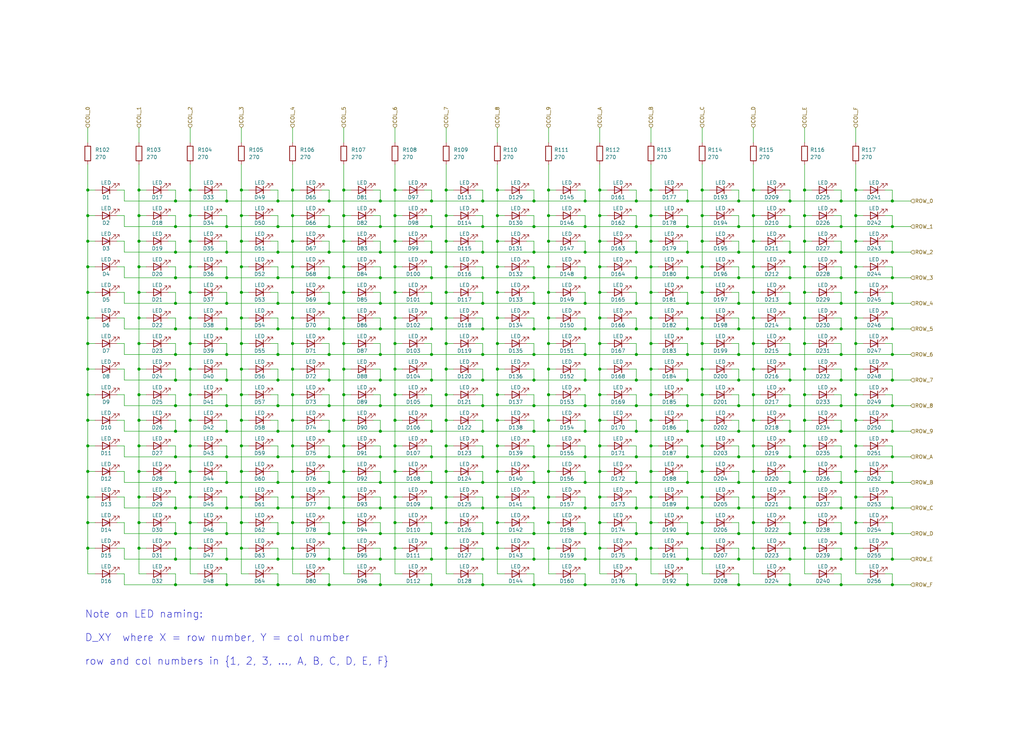
<source format=kicad_sch>
(kicad_sch (version 20250114) (generator "eeschema") (generator_version "9.0")
  (paper "User" 355.6 254)
  (text "Note on LED naming:  \n\nD_XY  where X = row number, Y = col number\n\nrow and col numbers in {1, 2, 3, ..., A, B, C, D, E, F}" (at 29.464 221.742 0) (effects (font (size 2.54 2.54)) (justify left)))
  (junction (at 114.3 185.42))
  (junction (at 203.2 123.19))
  (junction (at 132.08 123.19))
  (junction (at 292.1 96.52))
  (junction (at 309.88 149.86))
  (junction (at 274.32 87.63))
  (junction (at 149.86 69.85))
  (junction (at 60.96 132.08))
  (junction (at 238.76 78.74))
  (junction (at 297.18 146.05))
  (junction (at 256.54 185.42))
  (junction (at 274.32 176.53))
  (junction (at 119.38 190.5))
  (junction (at 243.84 110.49))
  (junction (at 220.98 105.41))
  (junction (at 309.88 123.19))
  (junction (at 149.86 123.19))
  (junction (at 261.62 172.72))
  (junction (at 119.38 83.82))
  (junction (at 309.88 176.53))
  (junction (at 60.96 176.53))
  (junction (at 137.16 119.38))
  (junction (at 48.26 128.27))
  (junction (at 167.64 87.63))
  (junction (at 243.84 163.83))
  (junction (at 309.88 158.75))
  (junction (at 243.84 66.04))
  (junction (at 114.3 132.08))
  (junction (at 119.38 181.61))
  (junction (at 203.2 105.41))
  (junction (at 30.48 83.82))
  (junction (at 292.1 132.08))
  (junction (at 226.06 128.27))
  (junction (at 154.94 128.27))
  (junction (at 83.82 190.5))
  (junction (at 101.6 119.38))
  (junction (at 96.52 96.52))
  (junction (at 60.96 105.41))
  (junction (at 243.84 137.16))
  (junction (at 220.98 114.3))
  (junction (at 119.38 92.71))
  (junction (at 256.54 114.3))
  (junction (at 297.18 101.6))
  (junction (at 256.54 176.53))
  (junction (at 274.32 185.42))
  (junction (at 309.88 105.41))
  (junction (at 101.6 172.72))
  (junction (at 96.52 158.75))
  (junction (at 220.98 203.2))
  (junction (at 243.84 190.5))
  (junction (at 60.96 167.64))
  (junction (at 220.98 194.31))
  (junction (at 238.76 105.41))
  (junction (at 220.98 123.19))
  (junction (at 48.26 66.04))
  (junction (at 167.64 149.86))
  (junction (at 30.48 181.61))
  (junction (at 261.62 137.16))
  (junction (at 185.42 149.86))
  (junction (at 83.82 101.6))
  (junction (at 256.54 105.41))
  (junction (at 78.74 96.52))
  (junction (at 119.38 128.27))
  (junction (at 114.3 203.2))
  (junction (at 60.96 78.74))
  (junction (at 226.06 92.71))
  (junction (at 208.28 128.27))
  (junction (at 66.04 92.71))
  (junction (at 66.04 190.5))
  (junction (at 137.16 146.05))
  (junction (at 261.62 66.04))
  (junction (at 279.4 83.82))
  (junction (at 203.2 185.42))
  (junction (at 132.08 140.97))
  (junction (at 66.04 128.27))
  (junction (at 279.4 190.5))
  (junction (at 261.62 101.6))
  (junction (at 279.4 172.72))
  (junction (at 101.6 181.61))
  (junction (at 167.64 194.31))
  (junction (at 101.6 83.82))
  (junction (at 274.32 114.3))
  (junction (at 48.26 163.83))
  (junction (at 172.72 172.72))
  (junction (at 172.72 181.61))
  (junction (at 203.2 203.2))
  (junction (at 66.04 172.72))
  (junction (at 274.32 78.74))
  (junction (at 78.74 185.42))
  (junction (at 60.96 96.52))
  (junction (at 101.6 154.94))
  (junction (at 190.5 128.27))
  (junction (at 96.52 203.2))
  (junction (at 190.5 92.71))
  (junction (at 132.08 114.3))
  (junction (at 256.54 194.31))
  (junction (at 309.88 96.52))
  (junction (at 167.64 114.3))
  (junction (at 261.62 83.82))
  (junction (at 30.48 119.38))
  (junction (at 190.5 190.5))
  (junction (at 83.82 74.93))
  (junction (at 149.86 87.63))
  (junction (at 220.98 132.08))
  (junction (at 132.08 203.2))
  (junction (at 149.86 158.75))
  (junction (at 279.4 66.04))
  (junction (at 132.08 176.53))
  (junction (at 190.5 66.04))
  (junction (at 274.32 96.52))
  (junction (at 274.32 158.75))
  (junction (at 154.94 66.04))
  (junction (at 279.4 101.6))
  (junction (at 78.74 132.08))
  (junction (at 83.82 110.49))
  (junction (at 292.1 78.74))
  (junction (at 226.06 146.05))
  (junction (at 149.86 132.08))
  (junction (at 96.52 194.31))
  (junction (at 137.16 163.83))
  (junction (at 101.6 92.71))
  (junction (at 137.16 128.27))
  (junction (at 203.2 132.08))
  (junction (at 101.6 101.6))
  (junction (at 274.32 194.31))
  (junction (at 203.2 78.74))
  (junction (at 238.76 185.42))
  (junction (at 149.86 203.2))
  (junction (at 238.76 158.75))
  (junction (at 256.54 158.75))
  (junction (at 172.72 101.6))
  (junction (at 185.42 132.08))
  (junction (at 243.84 154.94))
  (junction (at 261.62 154.94))
  (junction (at 256.54 140.97))
  (junction (at 114.3 194.31))
  (junction (at 279.4 74.93))
  (junction (at 48.26 154.94))
  (junction (at 243.84 128.27))
  (junction (at 149.86 194.31))
  (junction (at 279.4 181.61))
  (junction (at 96.52 123.19))
  (junction (at 292.1 194.31))
  (junction (at 185.42 194.31))
  (junction (at 208.28 74.93))
  (junction (at 208.28 181.61))
  (junction (at 114.3 140.97))
  (junction (at 154.94 101.6))
  (junction (at 309.88 185.42))
  (junction (at 309.88 203.2))
  (junction (at 292.1 87.63))
  (junction (at 190.5 83.82))
  (junction (at 78.74 140.97))
  (junction (at 167.64 176.53))
  (junction (at 220.98 140.97))
  (junction (at 172.72 163.83))
  (junction (at 30.48 101.6))
  (junction (at 83.82 181.61))
  (junction (at 256.54 203.2))
  (junction (at 297.18 128.27))
  (junction (at 30.48 172.72))
  (junction (at 190.5 74.93))
  (junction (at 226.06 181.61))
  (junction (at 30.48 74.93))
  (junction (at 137.16 137.16))
  (junction (at 78.74 167.64))
  (junction (at 238.76 69.85))
  (junction (at 48.26 110.49))
  (junction (at 261.62 190.5))
  (junction (at 149.86 96.52))
  (junction (at 208.28 110.49))
  (junction (at 220.98 167.64))
  (junction (at 48.26 74.93))
  (junction (at 309.88 167.64))
  (junction (at 167.64 78.74))
  (junction (at 185.42 203.2))
  (junction (at 208.28 172.72))
  (junction (at 172.72 128.27))
  (junction (at 256.54 149.86))
  (junction (at 30.48 137.16))
  (junction (at 30.48 190.5))
  (junction (at 137.16 83.82))
  (junction (at 66.04 101.6))
  (junction (at 96.52 114.3))
  (junction (at 66.04 154.94))
  (junction (at 132.08 78.74))
  (junction (at 297.18 110.49))
  (junction (at 96.52 105.41))
  (junction (at 83.82 119.38))
  (junction (at 297.18 181.61))
  (junction (at 185.42 167.64))
  (junction (at 297.18 66.04))
  (junction (at 83.82 66.04))
  (junction (at 66.04 66.04))
  (junction (at 238.76 123.19))
  (junction (at 119.38 172.72))
  (junction (at 256.54 167.64))
  (junction (at 114.3 69.85))
  (junction (at 185.42 87.63))
  (junction (at 190.5 110.49))
  (junction (at 190.5 146.05))
  (junction (at 220.98 96.52))
  (junction (at 66.04 74.93))
  (junction (at 119.38 137.16))
  (junction (at 66.04 119.38))
  (junction (at 309.88 78.74))
  (junction (at 203.2 87.63))
  (junction (at 203.2 167.64))
  (junction (at 114.3 149.86))
  (junction (at 78.74 158.75))
  (junction (at 48.26 172.72))
  (junction (at 243.84 83.82))
  (junction (at 101.6 74.93))
  (junction (at 243.84 92.71))
  (junction (at 78.74 194.31))
  (junction (at 132.08 167.64))
  (junction (at 243.84 119.38))
  (junction (at 66.04 146.05))
  (junction (at 274.32 132.08))
  (junction (at 60.96 69.85))
  (junction (at 238.76 132.08))
  (junction (at 220.98 185.42))
  (junction (at 297.18 119.38))
  (junction (at 48.26 137.16))
  (junction (at 172.72 137.16))
  (junction (at 208.28 163.83))
  (junction (at 48.26 146.05))
  (junction (at 132.08 105.41))
  (junction (at 78.74 203.2))
  (junction (at 66.04 83.82))
  (junction (at 185.42 140.97))
  (junction (at 208.28 101.6))
  (junction (at 154.94 74.93))
  (junction (at 226.06 154.94))
  (junction (at 101.6 128.27))
  (junction (at 220.98 176.53))
  (junction (at 167.64 105.41))
  (junction (at 172.72 92.71))
  (junction (at 274.32 123.19))
  (junction (at 309.88 114.3))
  (junction (at 190.5 154.94))
  (junction (at 256.54 78.74))
  (junction (at 114.3 167.64))
  (junction (at 243.84 181.61))
  (junction (at 309.88 132.08))
  (junction (at 137.16 74.93))
  (junction (at 60.96 185.42))
  (junction (at 96.52 69.85))
  (junction (at 226.06 83.82))
  (junction (at 154.94 119.38))
  (junction (at 167.64 69.85))
  (junction (at 185.42 123.19))
  (junction (at 96.52 132.08))
  (junction (at 226.06 66.04))
  (junction (at 154.94 181.61))
  (junction (at 226.06 101.6))
  (junction (at 78.74 114.3))
  (junction (at 261.62 92.71))
  (junction (at 238.76 96.52))
  (junction (at 101.6 110.49))
  (junction (at 279.4 128.27))
  (junction (at 101.6 146.05))
  (junction (at 96.52 167.64))
  (junction (at 297.18 137.16))
  (junction (at 309.88 194.31))
  (junction (at 190.5 101.6))
  (junction (at 114.3 158.75))
  (junction (at 292.1 176.53))
  (junction (at 261.62 163.83))
  (junction (at 137.16 181.61))
  (junction (at 78.74 87.63))
  (junction (at 297.18 74.93))
  (junction (at 208.28 83.82))
  (junction (at 114.3 96.52))
  (junction (at 297.18 163.83))
  (junction (at 154.94 92.71))
  (junction (at 297.18 172.72))
  (junction (at 203.2 149.86))
  (junction (at 208.28 92.71))
  (junction (at 154.94 154.94))
  (junction (at 208.28 154.94))
  (junction (at 48.26 119.38))
  (junction (at 78.74 69.85))
  (junction (at 226.06 190.5))
  (junction (at 261.62 74.93))
  (junction (at 137.16 190.5))
  (junction (at 78.74 123.19))
  (junction (at 190.5 119.38))
  (junction (at 292.1 158.75))
  (junction (at 167.64 167.64))
  (junction (at 292.1 185.42))
  (junction (at 292.1 149.86))
  (junction (at 226.06 137.16))
  (junction (at 238.76 87.63))
  (junction (at 261.62 146.05))
  (junction (at 137.16 101.6))
  (junction (at 172.72 119.38))
  (junction (at 190.5 163.83))
  (junction (at 238.76 194.31))
  (junction (at 66.04 137.16))
  (junction (at 167.64 140.97))
  (junction (at 172.72 190.5))
  (junction (at 274.32 69.85))
  (junction (at 274.32 149.86))
  (junction (at 256.54 123.19))
  (junction (at 238.76 176.53))
  (junction (at 203.2 140.97))
  (junction (at 119.38 163.83))
  (junction (at 203.2 158.75))
  (junction (at 309.88 87.63))
  (junction (at 190.5 137.16))
  (junction (at 132.08 149.86))
  (junction (at 167.64 123.19))
  (junction (at 208.28 119.38))
  (junction (at 137.16 92.71))
  (junction (at 149.86 140.97))
  (junction (at 256.54 96.52))
  (junction (at 309.88 140.97))
  (junction (at 83.82 83.82))
  (junction (at 279.4 154.94))
  (junction (at 208.28 146.05))
  (junction (at 83.82 172.72))
  (junction (at 279.4 137.16))
  (junction (at 60.96 123.19))
  (junction (at 172.72 66.04))
  (junction (at 243.84 101.6))
  (junction (at 190.5 181.61))
  (junction (at 149.86 78.74))
  (junction (at 238.76 114.3))
  (junction (at 60.96 158.75))
  (junction (at 261.62 181.61))
  (junction (at 60.96 194.31))
  (junction (at 292.1 123.19))
  (junction (at 243.84 172.72))
  (junction (at 297.18 190.5))
  (junction (at 226.06 119.38))
  (junction (at 83.82 154.94))
  (junction (at 60.96 203.2))
  (junction (at 274.32 167.64))
  (junction (at 274.32 105.41))
  (junction (at 292.1 114.3))
  (junction (at 149.86 185.42))
  (junction (at 220.98 69.85))
  (junction (at 226.06 74.93))
  (junction (at 154.94 110.49))
  (junction (at 203.2 96.52))
  (junction (at 172.72 74.93))
  (junction (at 243.84 74.93))
  (junction (at 66.04 110.49))
  (junction (at 83.82 137.16))
  (junction (at 279.4 92.71))
  (junction (at 185.42 69.85))
  (junction (at 119.38 66.04))
  (junction (at 154.94 137.16))
  (junction (at 185.42 176.53))
  (junction (at 66.04 181.61))
  (junction (at 167.64 203.2))
  (junction (at 226.06 163.83))
  (junction (at 185.42 114.3))
  (junction (at 203.2 176.53))
  (junction (at 137.16 154.94))
  (junction (at 185.42 78.74))
  (junction (at 208.28 190.5))
  (junction (at 60.96 140.97))
  (junction (at 190.5 172.72))
  (junction (at 96.52 149.86))
  (junction (at 114.3 123.19))
  (junction (at 78.74 78.74))
  (junction (at 119.38 74.93))
  (junction (at 279.4 163.83))
  (junction (at 96.52 140.97))
  (junction (at 203.2 69.85))
  (junction (at 167.64 158.75))
  (junction (at 172.72 83.82))
  (junction (at 48.26 83.82))
  (junction (at 132.08 158.75))
  (junction (at 292.1 105.41))
  (junction (at 30.48 163.83))
  (junction (at 292.1 203.2))
  (junction (at 78.74 105.41))
  (junction (at 119.38 101.6))
  (junction (at 292.1 69.85))
  (junction (at 114.3 78.74))
  (junction (at 309.88 69.85))
  (junction (at 292.1 140.97))
  (junction (at 114.3 114.3))
  (junction (at 243.84 146.05))
  (junction (at 60.96 149.86))
  (junction (at 292.1 167.64))
  (junction (at 48.26 101.6))
  (junction (at 101.6 190.5))
  (junction (at 208.28 66.04))
  (junction (at 132.08 96.52))
  (junction (at 149.86 176.53))
  (junction (at 167.64 185.42))
  (junction (at 279.4 110.49))
  (junction (at 220.98 149.86))
  (junction (at 137.16 110.49))
  (junction (at 297.18 154.94))
  (junction (at 48.26 92.71))
  (junction (at 261.62 110.49))
  (junction (at 30.48 110.49))
  (junction (at 83.82 146.05))
  (junction (at 203.2 114.3))
  (junction (at 154.94 172.72))
  (junction (at 297.18 92.71))
  (junction (at 238.76 167.64))
  (junction (at 119.38 110.49))
  (junction (at 154.94 146.05))
  (junction (at 149.86 167.64))
  (junction (at 119.38 119.38))
  (junction (at 154.94 190.5))
  (junction (at 154.94 83.82))
  (junction (at 172.72 154.94))
  (junction (at 279.4 146.05))
  (junction (at 30.48 154.94))
  (junction (at 83.82 92.71))
  (junction (at 96.52 176.53))
  (junction (at 60.96 87.63))
  (junction (at 48.26 190.5))
  (junction (at 261.62 119.38))
  (junction (at 185.42 185.42))
  (junction (at 48.26 181.61))
  (junction (at 226.06 172.72))
  (junction (at 167.64 96.52))
  (junction (at 132.08 132.08))
  (junction (at 279.4 119.38))
  (junction (at 208.28 137.16))
  (junction (at 101.6 163.83))
  (junction (at 261.62 128.27))
  (junction (at 137.16 66.04))
  (junction (at 167.64 132.08))
  (junction (at 172.72 146.05))
  (junction (at 203.2 194.31))
  (junction (at 256.54 132.08))
  (junction (at 256.54 69.85))
  (junction (at 83.82 128.27))
  (junction (at 114.3 87.63))
  (junction (at 149.86 114.3))
  (junction (at 226.06 110.49))
  (junction (at 274.32 140.97))
  (junction (at 60.96 114.3))
  (junction (at 132.08 194.31))
  (junction (at 154.94 163.83))
  (junction (at 132.08 87.63))
  (junction (at 149.86 149.86))
  (junction (at 30.48 146.05))
  (junction (at 220.98 158.75))
  (junction (at 114.3 105.41))
  (junction (at 297.18 83.82))
  (junction (at 78.74 149.86))
  (junction (at 220.98 87.63))
  (junction (at 101.6 66.04))
  (junction (at 256.54 87.63))
  (junction (at 30.48 92.71))
  (junction (at 30.48 66.04))
  (junction (at 185.42 158.75))
  (junction (at 149.86 105.41))
  (junction (at 274.32 203.2))
  (junction (at 30.48 128.27))
  (junction (at 238.76 140.97))
  (junction (at 220.98 78.74))
  (junction (at 132.08 185.42))
  (junction (at 96.52 185.42))
  (junction (at 238.76 203.2))
  (junction (at 96.52 78.74))
  (junction (at 132.08 69.85))
  (junction (at 119.38 154.94))
  (junction (at 83.82 163.83))
  (junction (at 185.42 96.52))
  (junction (at 101.6 137.16))
  (junction (at 172.72 110.49))
  (junction (at 238.76 149.86))
  (junction (at 66.04 163.83))
  (junction (at 185.42 105.41))
  (junction (at 114.3 176.53))
  (junction (at 119.38 146.05))
  (junction (at 137.16 172.72))
  (junction (at 78.74 176.53))
  (junction (at 96.52 87.63))
  (wire (pts (xy 43.18 199.39) (xy 40.64 199.39)))
  (wire (pts (xy 60.96 137.16) (xy 58.42 137.16)))
  (wire (pts (xy 96.52 176.53) (xy 114.3 176.53)))
  (wire (pts (xy 185.42 101.6) (xy 182.88 101.6)))
  (wire (pts (xy 256.54 158.75) (xy 274.32 158.75)))
  (wire (pts (xy 43.18 123.19) (xy 60.96 123.19)))
  (wire (pts (xy 139.7 190.5) (xy 137.16 190.5)))
  (wire (pts (xy 261.62 137.16) (xy 261.62 146.05)))
  (wire (pts (xy 299.72 92.71) (xy 297.18 92.71)))
  (wire (pts (xy 132.08 66.04) (xy 129.54 66.04)))
  (wire (pts (xy 96.52 146.05) (xy 93.98 146.05)))
  (wire (pts (xy 297.18 181.61) (xy 297.18 190.5)))
  (wire (pts (xy 274.32 154.94) (xy 274.32 158.75)))
  (wire (pts (xy 256.54 78.74) (xy 274.32 78.74)))
  (wire (pts (xy 220.98 92.71) (xy 220.98 96.52)))
  (wire (pts (xy 185.42 78.74) (xy 203.2 78.74)))
  (wire (pts (xy 139.7 137.16) (xy 137.16 137.16)))
  (wire (pts (xy 121.92 172.72) (xy 119.38 172.72)))
  (wire (pts (xy 149.86 154.94) (xy 149.86 158.75)))
  (wire (pts (xy 60.96 137.16) (xy 60.96 140.97)))
  (wire (pts (xy 274.32 181.61) (xy 271.78 181.61)))
  (wire (pts (xy 149.86 66.04) (xy 149.86 69.85)))
  (wire (pts (xy 292.1 96.52) (xy 309.88 96.52)))
  (wire (pts (xy 137.16 74.93) (xy 137.16 83.82)))
  (wire (pts (xy 43.18 128.27) (xy 40.64 128.27)))
  (wire (pts (xy 121.92 146.05) (xy 119.38 146.05)))
  (wire (pts (xy 210.82 172.72) (xy 208.28 172.72)))
  (wire (pts (xy 86.36 110.49) (xy 83.82 110.49)))
  (wire (pts (xy 48.26 83.82) (xy 48.26 92.71)))
  (wire (pts (xy 132.08 140.97) (xy 149.86 140.97)))
  (wire (pts (xy 119.38 181.61) (xy 119.38 190.5)))
  (wire (pts (xy 279.4 190.5) (xy 279.4 199.39)))
  (wire (pts (xy 83.82 119.38) (xy 83.82 128.27)))
  (wire (pts (xy 50.8 163.83) (xy 48.26 163.83)))
  (wire (pts (xy 185.42 87.63) (xy 203.2 87.63)))
  (wire (pts (xy 83.82 83.82) (xy 83.82 92.71)))
  (wire (pts (xy 175.26 119.38) (xy 172.72 119.38)))
  (wire (pts (xy 66.04 92.71) (xy 66.04 101.6)))
  (wire (pts (xy 167.64 114.3) (xy 185.42 114.3)))
  (wire (pts (xy 274.32 92.71) (xy 271.78 92.71)))
  (wire (pts (xy 48.26 137.16) (xy 48.26 146.05)))
  (wire (pts (xy 190.5 154.94) (xy 190.5 163.83)))
  (wire (pts (xy 132.08 163.83) (xy 129.54 163.83)))
  (wire (pts (xy 86.36 137.16) (xy 83.82 137.16)))
  (wire (pts (xy 43.18 194.31) (xy 60.96 194.31)))
  (wire (pts (xy 30.48 128.27) (xy 30.48 137.16)))
  (wire (pts (xy 101.6 74.93) (xy 101.6 83.82)))
  (wire (pts (xy 220.98 101.6) (xy 220.98 105.41)))
  (wire (pts (xy 104.14 119.38) (xy 101.6 119.38)))
  (wire (pts (xy 309.88 146.05) (xy 309.88 149.86)))
  (wire (pts (xy 96.52 110.49) (xy 96.52 114.3)))
  (wire (pts (xy 33.02 181.61) (xy 30.48 181.61)))
  (wire (pts (xy 243.84 101.6) (xy 243.84 110.49)))
  (wire (pts (xy 167.64 78.74) (xy 185.42 78.74)))
  (wire (pts (xy 208.28 119.38) (xy 208.28 128.27)))
  (wire (pts (xy 114.3 140.97) (xy 132.08 140.97)))
  (wire (pts (xy 60.96 203.2) (xy 78.74 203.2)))
  (wire (pts (xy 137.16 44.45) (xy 137.16 49.53)))
  (wire (pts (xy 30.48 57.15) (xy 30.48 66.04)))
  (wire (pts (xy 243.84 172.72) (xy 243.84 181.61)))
  (wire (pts (xy 60.96 172.72) (xy 60.96 176.53)))
  (wire (pts (xy 220.98 181.61) (xy 218.44 181.61)))
  (wire (pts (xy 149.86 181.61) (xy 149.86 185.42)))
  (wire (pts (xy 30.48 119.38) (xy 30.48 128.27)))
  (wire (pts (xy 114.3 154.94) (xy 114.3 158.75)))
  (wire (pts (xy 297.18 163.83) (xy 297.18 172.72)))
  (wire (pts (xy 292.1 185.42) (xy 309.88 185.42)))
  (wire (pts (xy 175.26 190.5) (xy 172.72 190.5)))
  (wire (pts (xy 101.6 137.16) (xy 104.14 137.16)))
  (wire (pts (xy 101.6 119.38) (xy 101.6 128.27)))
  (wire (pts (xy 137.16 190.5) (xy 137.16 199.39)))
  (wire (pts (xy 66.04 66.04) (xy 66.04 74.93)))
  (wire (pts (xy 238.76 163.83) (xy 236.22 163.83)))
  (wire (pts (xy 203.2 194.31) (xy 220.98 194.31)))
  (wire (pts (xy 132.08 137.16) (xy 132.08 140.97)))
  (wire (pts (xy 274.32 190.5) (xy 271.78 190.5)))
  (wire (pts (xy 43.18 203.2) (xy 60.96 203.2)))
  (wire (pts (xy 167.64 137.16) (xy 167.64 140.97)))
  (wire (pts (xy 101.6 190.5) (xy 101.6 199.39)))
  (wire (pts (xy 96.52 158.75) (xy 114.3 158.75)))
  (wire (pts (xy 78.74 146.05) (xy 76.2 146.05)))
  (wire (pts (xy 261.62 190.5) (xy 261.62 199.39)))
  (wire (pts (xy 43.18 190.5) (xy 43.18 194.31)))
  (wire (pts (xy 60.96 114.3) (xy 78.74 114.3)))
  (wire (pts (xy 220.98 105.41) (xy 238.76 105.41)))
  (wire (pts (xy 78.74 74.93) (xy 78.74 78.74)))
  (wire (pts (xy 96.52 149.86) (xy 114.3 149.86)))
  (wire (pts (xy 309.88 181.61) (xy 307.34 181.61)))
  (wire (pts (xy 243.84 154.94) (xy 243.84 163.83)))
  (wire (pts (xy 256.54 66.04) (xy 254 66.04)))
  (wire (pts (xy 60.96 190.5) (xy 58.42 190.5)))
  (wire (pts (xy 297.18 119.38) (xy 297.18 128.27)))
  (wire (pts (xy 246.38 101.6) (xy 243.84 101.6)))
  (wire (pts (xy 66.04 146.05) (xy 66.04 154.94)))
  (wire (pts (xy 193.04 92.71) (xy 190.5 92.71)))
  (wire (pts (xy 137.16 154.94) (xy 137.16 163.83)))
  (wire (pts (xy 78.74 128.27) (xy 78.74 132.08)))
  (wire (pts (xy 274.32 101.6) (xy 274.32 105.41)))
  (wire (pts (xy 264.16 190.5) (xy 261.62 190.5)))
  (wire (pts (xy 292.1 66.04) (xy 292.1 69.85)))
  (wire (pts (xy 60.96 167.64) (xy 78.74 167.64)))
  (wire (pts (xy 96.52 137.16) (xy 96.52 140.97)))
  (wire (pts (xy 261.62 181.61) (xy 261.62 190.5)))
  (wire (pts (xy 132.08 92.71) (xy 129.54 92.71)))
  (wire (pts (xy 101.6 163.83) (xy 101.6 172.72)))
  (wire (pts (xy 43.18 66.04) (xy 43.18 69.85)))
  (wire (pts (xy 203.2 149.86) (xy 220.98 149.86)))
  (wire (pts (xy 50.8 128.27) (xy 48.26 128.27)))
  (wire (pts (xy 309.88 167.64) (xy 316.23 167.64)))
  (wire (pts (xy 30.48 146.05) (xy 30.48 154.94)))
  (wire (pts (xy 256.54 172.72) (xy 256.54 176.53)))
  (wire (pts (xy 78.74 74.93) (xy 76.2 74.93)))
  (wire (pts (xy 281.94 101.6) (xy 279.4 101.6)))
  (wire (pts (xy 274.32 96.52) (xy 292.1 96.52)))
  (wire (pts (xy 175.26 163.83) (xy 172.72 163.83)))
  (wire (pts (xy 238.76 176.53) (xy 256.54 176.53)))
  (wire (pts (xy 264.16 181.61) (xy 261.62 181.61)))
  (wire (pts (xy 149.86 92.71) (xy 149.86 96.52)))
  (wire (pts (xy 264.16 92.71) (xy 261.62 92.71)))
  (wire (pts (xy 279.4 154.94) (xy 279.4 163.83)))
  (wire (pts (xy 309.88 69.85) (xy 316.23 69.85)))
  (wire (pts (xy 114.3 154.94) (xy 111.76 154.94)))
  (wire (pts (xy 256.54 110.49) (xy 254 110.49)))
  (wire (pts (xy 132.08 92.71) (xy 132.08 96.52)))
  (wire (pts (xy 114.3 163.83) (xy 114.3 167.64)))
  (wire (pts (xy 309.88 119.38) (xy 307.34 119.38)))
  (wire (pts (xy 292.1 158.75) (xy 309.88 158.75)))
  (wire (pts (xy 226.06 57.15) (xy 226.06 66.04)))
  (wire (pts (xy 48.26 181.61) (xy 48.26 190.5)))
  (wire (pts (xy 208.28 110.49) (xy 208.28 119.38)))
  (wire (pts (xy 96.52 203.2) (xy 114.3 203.2)))
  (wire (pts (xy 256.54 140.97) (xy 274.32 140.97)))
  (wire (pts (xy 43.18 132.08) (xy 60.96 132.08)))
  (wire (pts (xy 274.32 163.83) (xy 274.32 167.64)))
  (wire (pts (xy 220.98 92.71) (xy 218.44 92.71)))
  (wire (pts (xy 309.88 154.94) (xy 307.34 154.94)))
  (wire (pts (xy 274.32 110.49) (xy 271.78 110.49)))
  (wire (pts (xy 33.02 163.83) (xy 30.48 163.83)))
  (wire (pts (xy 167.64 92.71) (xy 165.1 92.71)))
  (wire (pts (xy 292.1 74.93) (xy 289.56 74.93)))
  (wire (pts (xy 78.74 83.82) (xy 78.74 87.63)))
  (wire (pts (xy 274.32 105.41) (xy 292.1 105.41)))
  (wire (pts (xy 83.82 101.6) (xy 83.82 110.49)))
  (wire (pts (xy 261.62 172.72) (xy 261.62 181.61)))
  (wire (pts (xy 154.94 190.5) (xy 154.94 199.39)))
  (wire (pts (xy 309.88 181.61) (xy 309.88 185.42)))
  (wire (pts (xy 299.72 172.72) (xy 297.18 172.72)))
  (wire (pts (xy 66.04 172.72) (xy 66.04 181.61)))
  (wire (pts (xy 292.1 190.5) (xy 292.1 194.31)))
  (wire (pts (xy 292.1 92.71) (xy 289.56 92.71)))
  (wire (pts (xy 175.26 137.16) (xy 172.72 137.16)))
  (wire (pts (xy 210.82 66.04) (xy 208.28 66.04)))
  (wire (pts (xy 238.76 92.71) (xy 236.22 92.71)))
  (wire (pts (xy 309.88 128.27) (xy 309.88 132.08)))
  (wire (pts (xy 157.48 154.94) (xy 154.94 154.94)))
  (wire (pts (xy 86.36 199.39) (xy 83.82 199.39)))
  (wire (pts (xy 185.42 203.2) (xy 203.2 203.2)))
  (wire (pts (xy 292.1 137.16) (xy 289.56 137.16)))
  (wire (pts (xy 210.82 83.82) (xy 208.28 83.82)))
  (wire (pts (xy 149.86 78.74) (xy 167.64 78.74)))
  (wire (pts (xy 279.4 74.93) (xy 279.4 83.82)))
  (wire (pts (xy 203.2 105.41) (xy 220.98 105.41)))
  (wire (pts (xy 78.74 181.61) (xy 78.74 185.42)))
  (wire (pts (xy 121.92 119.38) (xy 119.38 119.38)))
  (wire (pts (xy 193.04 74.93) (xy 190.5 74.93)))
  (wire (pts (xy 274.32 154.94) (xy 271.78 154.94)))
  (wire (pts (xy 274.32 190.5) (xy 274.32 194.31)))
  (wire (pts (xy 203.2 74.93) (xy 200.66 74.93)))
  (wire (pts (xy 256.54 128.27) (xy 254 128.27)))
  (wire (pts (xy 43.18 74.93) (xy 40.64 74.93)))
  (wire (pts (xy 137.16 92.71) (xy 137.16 101.6)))
  (wire (pts (xy 228.6 83.82) (xy 226.06 83.82)))
  (wire (pts (xy 274.32 101.6) (xy 271.78 101.6)))
  (wire (pts (xy 114.3 92.71) (xy 111.76 92.71)))
  (wire (pts (xy 43.18 119.38) (xy 43.18 123.19)))
  (wire (pts (xy 190.5 74.93) (xy 190.5 83.82)))
  (wire (pts (xy 132.08 203.2) (xy 149.86 203.2)))
  (wire (pts (xy 167.64 83.82) (xy 165.1 83.82)))
  (wire (pts (xy 292.1 119.38) (xy 292.1 123.19)))
  (wire (pts (xy 33.02 137.16) (xy 30.48 137.16)))
  (wire (pts (xy 256.54 185.42) (xy 274.32 185.42)))
  (wire (pts (xy 60.96 92.71) (xy 60.96 96.52)))
  (wire (pts (xy 132.08 181.61) (xy 129.54 181.61)))
  (wire (pts (xy 167.64 83.82) (xy 167.64 87.63)))
  (wire (pts (xy 132.08 158.75) (xy 149.86 158.75)))
  (wire (pts (xy 149.86 158.75) (xy 167.64 158.75)))
  (wire (pts (xy 292.1 163.83) (xy 292.1 167.64)))
  (wire (pts (xy 292.1 154.94) (xy 289.56 154.94)))
  (wire (pts (xy 243.84 146.05) (xy 243.84 154.94)))
  (wire (pts (xy 228.6 92.71) (xy 226.06 92.71)))
  (wire (pts (xy 309.88 132.08) (xy 316.23 132.08)))
  (wire (pts (xy 281.94 74.93) (xy 279.4 74.93)))
  (wire (pts (xy 190.5 66.04) (xy 190.5 74.93)))
  (wire (pts (xy 274.32 123.19) (xy 292.1 123.19)))
  (wire (pts (xy 43.18 137.16) (xy 40.64 137.16)))
  (wire (pts (xy 48.26 146.05) (xy 48.26 154.94)))
  (wire (pts (xy 292.1 87.63) (xy 309.88 87.63)))
  (wire (pts (xy 149.86 105.41) (xy 167.64 105.41)))
  (wire (pts (xy 68.58 163.83) (xy 66.04 163.83)))
  (wire (pts (xy 60.96 87.63) (xy 78.74 87.63)))
  (wire (pts (xy 274.32 137.16) (xy 274.32 140.97)))
  (wire (pts (xy 220.98 199.39) (xy 218.44 199.39)))
  (wire (pts (xy 172.72 74.93) (xy 172.72 83.82)))
  (wire (pts (xy 309.88 163.83) (xy 307.34 163.83)))
  (wire (pts (xy 154.94 66.04) (xy 154.94 74.93)))
  (wire (pts (xy 203.2 181.61) (xy 203.2 185.42)))
  (wire (pts (xy 185.42 96.52) (xy 203.2 96.52)))
  (wire (pts (xy 264.16 66.04) (xy 261.62 66.04)))
  (wire (pts (xy 264.16 154.94) (xy 261.62 154.94)))
  (wire (pts (xy 309.88 172.72) (xy 307.34 172.72)))
  (wire (pts (xy 297.18 74.93) (xy 297.18 83.82)))
  (wire (pts (xy 104.14 199.39) (xy 101.6 199.39)))
  (wire (pts (xy 78.74 149.86) (xy 96.52 149.86)))
  (wire (pts (xy 132.08 149.86) (xy 149.86 149.86)))
  (wire (pts (xy 256.54 123.19) (xy 274.32 123.19)))
  (wire (pts (xy 167.64 92.71) (xy 167.64 96.52)))
  (wire (pts (xy 104.14 154.94) (xy 101.6 154.94)))
  (wire (pts (xy 114.3 66.04) (xy 114.3 69.85)))
  (wire (pts (xy 238.76 132.08) (xy 256.54 132.08)))
  (wire (pts (xy 172.72 154.94) (xy 172.72 163.83)))
  (wire (pts (xy 43.18 101.6) (xy 40.64 101.6)))
  (wire (pts (xy 167.64 119.38) (xy 165.1 119.38)))
  (wire (pts (xy 220.98 119.38) (xy 218.44 119.38)))
  (wire (pts (xy 210.82 199.39) (xy 208.28 199.39)))
  (wire (pts (xy 149.86 132.08) (xy 167.64 132.08)))
  (wire (pts (xy 292.1 83.82) (xy 292.1 87.63)))
  (wire (pts (xy 279.4 92.71) (xy 279.4 101.6)))
  (wire (pts (xy 139.7 146.05) (xy 137.16 146.05)))
  (wire (pts (xy 274.32 78.74) (xy 292.1 78.74)))
  (wire (pts (xy 33.02 190.5) (xy 30.48 190.5)))
  (wire (pts (xy 139.7 172.72) (xy 137.16 172.72)))
  (wire (pts (xy 48.26 101.6) (xy 48.26 110.49)))
  (wire (pts (xy 132.08 110.49) (xy 132.08 114.3)))
  (wire (pts (xy 132.08 78.74) (xy 149.86 78.74)))
  (wire (pts (xy 256.54 110.49) (xy 256.54 114.3)))
  (wire (pts (xy 114.3 110.49) (xy 111.76 110.49)))
  (wire (pts (xy 96.52 110.49) (xy 93.98 110.49)))
  (wire (pts (xy 274.32 149.86) (xy 292.1 149.86)))
  (wire (pts (xy 238.76 123.19) (xy 256.54 123.19)))
  (wire (pts (xy 238.76 66.04) (xy 236.22 66.04)))
  (wire (pts (xy 292.1 149.86) (xy 309.88 149.86)))
  (wire (pts (xy 121.92 92.71) (xy 119.38 92.71)))
  (wire (pts (xy 114.3 185.42) (xy 132.08 185.42)))
  (wire (pts (xy 132.08 199.39) (xy 129.54 199.39)))
  (wire (pts (xy 220.98 163.83) (xy 220.98 167.64)))
  (wire (pts (xy 137.16 101.6) (xy 137.16 110.49)))
  (wire (pts (xy 96.52 74.93) (xy 93.98 74.93)))
  (wire (pts (xy 185.42 199.39) (xy 182.88 199.39)))
  (wire (pts (xy 193.04 119.38) (xy 190.5 119.38)))
  (wire (pts (xy 256.54 92.71) (xy 256.54 96.52)))
  (wire (pts (xy 86.36 163.83) (xy 83.82 163.83)))
  (wire (pts (xy 167.64 105.41) (xy 185.42 105.41)))
  (wire (pts (xy 203.2 137.16) (xy 200.66 137.16)))
  (wire (pts (xy 60.96 101.6) (xy 60.96 105.41)))
  (wire (pts (xy 167.64 137.16) (xy 165.1 137.16)))
  (wire (pts (xy 114.3 190.5) (xy 111.76 190.5)))
  (wire (pts (xy 256.54 132.08) (xy 274.32 132.08)))
  (wire (pts (xy 299.72 101.6) (xy 297.18 101.6)))
  (wire (pts (xy 33.02 110.49) (xy 30.48 110.49)))
  (wire (pts (xy 274.32 176.53) (xy 292.1 176.53)))
  (wire (pts (xy 190.5 163.83) (xy 190.5 172.72)))
  (wire (pts (xy 33.02 199.39) (xy 30.48 199.39)))
  (wire (pts (xy 114.3 146.05) (xy 114.3 149.86)))
  (wire (pts (xy 60.96 132.08) (xy 78.74 132.08)))
  (wire (pts (xy 172.72 44.45) (xy 172.72 49.53)))
  (wire (pts (xy 297.18 66.04) (xy 297.18 74.93)))
  (wire (pts (xy 50.8 92.71) (xy 48.26 92.71)))
  (wire (pts (xy 60.96 83.82) (xy 60.96 87.63)))
  (wire (pts (xy 167.64 167.64) (xy 185.42 167.64)))
  (wire (pts (xy 60.96 199.39) (xy 58.42 199.39)))
  (wire (pts (xy 292.1 69.85) (xy 309.88 69.85)))
  (wire (pts (xy 119.38 57.15) (xy 119.38 66.04)))
  (wire (pts (xy 203.2 78.74) (xy 220.98 78.74)))
  (wire (pts (xy 96.52 69.85) (xy 114.3 69.85)))
  (wire (pts (xy 43.18 146.05) (xy 40.64 146.05)))
  (wire (pts (xy 292.1 132.08) (xy 309.88 132.08)))
  (wire (pts (xy 96.52 74.93) (xy 96.52 78.74)))
  (wire (pts (xy 50.8 172.72) (xy 48.26 172.72)))
  (wire (pts (xy 139.7 154.94) (xy 137.16 154.94)))
  (wire (pts (xy 104.14 92.71) (xy 101.6 92.71)))
  (wire (pts (xy 132.08 181.61) (xy 132.08 185.42)))
  (wire (pts (xy 167.64 69.85) (xy 185.42 69.85)))
  (wire (pts (xy 139.7 66.04) (xy 137.16 66.04)))
  (wire (pts (xy 210.82 128.27) (xy 208.28 128.27)))
  (wire (pts (xy 238.76 105.41) (xy 256.54 105.41)))
  (wire (pts (xy 309.88 83.82) (xy 307.34 83.82)))
  (wire (pts (xy 96.52 132.08) (xy 114.3 132.08)))
  (wire (pts (xy 238.76 163.83) (xy 238.76 167.64)))
  (wire (pts (xy 119.38 172.72) (xy 119.38 181.61)))
  (wire (pts (xy 132.08 146.05) (xy 132.08 149.86)))
  (wire (pts (xy 68.58 92.71) (xy 66.04 92.71)))
  (wire (pts (xy 149.86 149.86) (xy 167.64 149.86)))
  (wire (pts (xy 256.54 199.39) (xy 254 199.39)))
  (wire (pts (xy 104.14 190.5) (xy 101.6 190.5)))
  (wire (pts (xy 33.02 74.93) (xy 30.48 74.93)))
  (wire (pts (xy 256.54 163.83) (xy 254 163.83)))
  (wire (pts (xy 238.76 172.72) (xy 236.22 172.72)))
  (wire (pts (xy 220.98 132.08) (xy 238.76 132.08)))
  (wire (pts (xy 279.4 181.61) (xy 279.4 190.5)))
  (wire (pts (xy 114.3 74.93) (xy 111.76 74.93)))
  (wire (pts (xy 114.3 176.53) (xy 132.08 176.53)))
  (wire (pts (xy 261.62 163.83) (xy 261.62 172.72)))
  (wire (pts (xy 185.42 154.94) (xy 182.88 154.94)))
  (wire (pts (xy 274.32 172.72) (xy 274.32 176.53)))
  (wire (pts (xy 50.8 137.16) (xy 48.26 137.16)))
  (wire (pts (xy 274.32 140.97) (xy 292.1 140.97)))
  (wire (pts (xy 43.18 154.94) (xy 40.64 154.94)))
  (wire (pts (xy 190.5 172.72) (xy 190.5 181.61)))
  (wire (pts (xy 220.98 101.6) (xy 218.44 101.6)))
  (wire (pts (xy 220.98 114.3) (xy 238.76 114.3)))
  (wire (pts (xy 190.5 83.82) (xy 190.5 92.71)))
  (wire (pts (xy 238.76 190.5) (xy 236.22 190.5)))
  (wire (pts (xy 274.32 146.05) (xy 274.32 149.86)))
  (wire (pts (xy 220.98 74.93) (xy 218.44 74.93)))
  (wire (pts (xy 185.42 83.82) (xy 182.88 83.82)))
  (wire (pts (xy 167.64 132.08) (xy 185.42 132.08)))
  (wire (pts (xy 309.88 119.38) (xy 309.88 123.19)))
  (wire (pts (xy 185.42 92.71) (xy 182.88 92.71)))
  (wire (pts (xy 30.48 110.49) (xy 30.48 119.38)))
  (wire (pts (xy 114.3 78.74) (xy 132.08 78.74)))
  (wire (pts (xy 309.88 190.5) (xy 307.34 190.5)))
  (wire (pts (xy 292.1 105.41) (xy 309.88 105.41)))
  (wire (pts (xy 238.76 101.6) (xy 238.76 105.41)))
  (wire (pts (xy 33.02 154.94) (xy 30.48 154.94)))
  (wire (pts (xy 256.54 203.2) (xy 274.32 203.2)))
  (wire (pts (xy 167.64 146.05) (xy 165.1 146.05)))
  (wire (pts (xy 238.76 114.3) (xy 256.54 114.3)))
  (wire (pts (xy 309.88 101.6) (xy 309.88 105.41)))
  (wire (pts (xy 114.3 190.5) (xy 114.3 194.31)))
  (wire (pts (xy 185.42 149.86) (xy 203.2 149.86)))
  (wire (pts (xy 114.3 123.19) (xy 132.08 123.19)))
  (wire (pts (xy 309.88 190.5) (xy 309.88 194.31)))
  (wire (pts (xy 43.18 83.82) (xy 40.64 83.82)))
  (wire (pts (xy 210.82 92.71) (xy 208.28 92.71)))
  (wire (pts (xy 203.2 167.64) (xy 220.98 167.64)))
  (wire (pts (xy 104.14 83.82) (xy 101.6 83.82)))
  (wire (pts (xy 96.52 190.5) (xy 93.98 190.5)))
  (wire (pts (xy 220.98 83.82) (xy 220.98 87.63)))
  (wire (pts (xy 78.74 92.71) (xy 78.74 96.52)))
  (wire (pts (xy 256.54 190.5) (xy 256.54 194.31)))
  (wire (pts (xy 157.48 146.05) (xy 154.94 146.05)))
  (wire (pts (xy 149.86 203.2) (xy 167.64 203.2)))
  (wire (pts (xy 274.32 167.64) (xy 292.1 167.64)))
  (wire (pts (xy 101.6 57.15) (xy 101.6 66.04)))
  (wire (pts (xy 157.48 92.71) (xy 154.94 92.71)))
  (wire (pts (xy 121.92 101.6) (xy 119.38 101.6)))
  (wire (pts (xy 203.2 96.52) (xy 220.98 96.52)))
  (wire (pts (xy 190.5 128.27) (xy 190.5 137.16)))
  (wire (pts (xy 60.96 92.71) (xy 58.42 92.71)))
  (wire (pts (xy 190.5 190.5) (xy 190.5 199.39)))
  (wire (pts (xy 228.6 119.38) (xy 226.06 119.38)))
  (wire (pts (xy 78.74 132.08) (xy 96.52 132.08)))
  (wire (pts (xy 78.74 154.94) (xy 78.74 158.75)))
  (wire (pts (xy 208.28 137.16) (xy 208.28 146.05)))
  (wire (pts (xy 50.8 66.04) (xy 48.26 66.04)))
  (wire (pts (xy 60.96 181.61) (xy 60.96 185.42)))
  (wire (pts (xy 246.38 172.72) (xy 243.84 172.72)))
  (wire (pts (xy 149.86 190.5) (xy 149.86 194.31)))
  (wire (pts (xy 68.58 83.82) (xy 66.04 83.82)))
  (wire (pts (xy 175.26 128.27) (xy 172.72 128.27)))
  (wire (pts (xy 203.2 87.63) (xy 220.98 87.63)))
  (wire (pts (xy 60.96 66.04) (xy 58.42 66.04)))
  (wire (pts (xy 193.04 190.5) (xy 190.5 190.5)))
  (wire (pts (xy 203.2 101.6) (xy 200.66 101.6)))
  (wire (pts (xy 238.76 110.49) (xy 238.76 114.3)))
  (wire (pts (xy 299.72 199.39) (xy 297.18 199.39)))
  (wire (pts (xy 274.32 83.82) (xy 271.78 83.82)))
  (wire (pts (xy 114.3 172.72) (xy 111.76 172.72)))
  (wire (pts (xy 50.8 119.38) (xy 48.26 119.38)))
  (wire (pts (xy 149.86 181.61) (xy 147.32 181.61)))
  (wire (pts (xy 119.38 66.04) (xy 119.38 74.93)))
  (wire (pts (xy 226.06 137.16) (xy 226.06 146.05)))
  (wire (pts (xy 203.2 66.04) (xy 203.2 69.85)))
  (wire (pts (xy 96.52 83.82) (xy 96.52 87.63)))
  (wire (pts (xy 78.74 119.38) (xy 76.2 119.38)))
  (wire (pts (xy 172.72 101.6) (xy 172.72 110.49)))
  (wire (pts (xy 86.36 181.61) (xy 83.82 181.61)))
  (wire (pts (xy 154.94 110.49) (xy 154.94 119.38)))
  (wire (pts (xy 309.88 137.16) (xy 309.88 140.97)))
  (wire (pts (xy 238.76 74.93) (xy 238.76 78.74)))
  (wire (pts (xy 238.76 128.27) (xy 236.22 128.27)))
  (wire (pts (xy 86.36 101.6) (xy 83.82 101.6)))
  (wire (pts (xy 30.48 92.71) (xy 30.48 101.6)))
  (wire (pts (xy 132.08 199.39) (xy 132.08 203.2)))
  (wire (pts (xy 238.76 137.16) (xy 238.76 140.97)))
  (wire (pts (xy 281.94 199.39) (xy 279.4 199.39)))
  (wire (pts (xy 185.42 190.5) (xy 185.42 194.31)))
  (wire (pts (xy 50.8 181.61) (xy 48.26 181.61)))
  (wire (pts (xy 309.88 83.82) (xy 309.88 87.63)))
  (wire (pts (xy 299.72 74.93) (xy 297.18 74.93)))
  (wire (pts (xy 139.7 163.83) (xy 137.16 163.83)))
  (wire (pts (xy 132.08 167.64) (xy 149.86 167.64)))
  (wire (pts (xy 299.72 66.04) (xy 297.18 66.04)))
  (wire (pts (xy 132.08 119.38) (xy 132.08 123.19)))
  (wire (pts (xy 132.08 87.63) (xy 149.86 87.63)))
  (wire (pts (xy 238.76 190.5) (xy 238.76 194.31)))
  (wire (pts (xy 121.92 110.49) (xy 119.38 110.49)))
  (wire (pts (xy 83.82 92.71) (xy 83.82 101.6)))
  (wire (pts (xy 292.1 78.74) (xy 309.88 78.74)))
  (wire (pts (xy 264.16 74.93) (xy 261.62 74.93)))
  (wire (pts (xy 309.88 114.3) (xy 316.23 114.3)))
  (wire (pts (xy 167.64 194.31) (xy 185.42 194.31)))
  (wire (pts (xy 149.86 137.16) (xy 147.32 137.16)))
  (wire (pts (xy 119.38 74.93) (xy 119.38 83.82)))
  (wire (pts (xy 292.1 110.49) (xy 292.1 114.3)))
  (wire (pts (xy 60.96 146.05) (xy 60.96 149.86)))
  (wire (pts (xy 119.38 92.71) (xy 119.38 101.6)))
  (wire (pts (xy 208.28 66.04) (xy 208.28 74.93)))
  (wire (pts (xy 114.3 119.38) (xy 111.76 119.38)))
  (wire (pts (xy 292.1 83.82) (xy 289.56 83.82)))
  (wire (pts (xy 48.26 128.27) (xy 48.26 137.16)))
  (wire (pts (xy 238.76 110.49) (xy 236.22 110.49)))
  (wire (pts (xy 149.86 92.71) (xy 147.32 92.71)))
  (wire (pts (xy 185.42 172.72) (xy 185.42 176.53)))
  (wire (pts (xy 66.04 128.27) (xy 66.04 137.16)))
  (wire (pts (xy 264.16 110.49) (xy 261.62 110.49)))
  (wire (pts (xy 256.54 101.6) (xy 256.54 105.41)))
  (wire (pts (xy 226.06 66.04) (xy 226.06 74.93)))
  (wire (pts (xy 86.36 172.72) (xy 83.82 172.72)))
  (wire (pts (xy 226.06 110.49) (xy 226.06 119.38)))
  (wire (pts (xy 309.88 137.16) (xy 307.34 137.16)))
  (wire (pts (xy 66.04 154.94) (xy 66.04 163.83)))
  (wire (pts (xy 256.54 114.3) (xy 274.32 114.3)))
  (wire (pts (xy 66.04 83.82) (xy 66.04 92.71)))
  (wire (pts (xy 60.96 74.93) (xy 58.42 74.93)))
  (wire (pts (xy 297.18 101.6) (xy 297.18 110.49)))
  (wire (pts (xy 78.74 158.75) (xy 96.52 158.75)))
  (wire (pts (xy 43.18 74.93) (xy 43.18 78.74)))
  (wire (pts (xy 78.74 92.71) (xy 76.2 92.71)))
  (wire (pts (xy 210.82 163.83) (xy 208.28 163.83)))
  (wire (pts (xy 292.1 110.49) (xy 289.56 110.49)))
  (wire (pts (xy 114.3 149.86) (xy 132.08 149.86)))
  (wire (pts (xy 114.3 199.39) (xy 114.3 203.2)))
  (wire (pts (xy 132.08 172.72) (xy 129.54 172.72)))
  (wire (pts (xy 208.28 181.61) (xy 208.28 190.5)))
  (wire (pts (xy 86.36 119.38) (xy 83.82 119.38)))
  (wire (pts (xy 149.86 146.05) (xy 147.32 146.05)))
  (wire (pts (xy 78.74 190.5) (xy 76.2 190.5)))
  (wire (pts (xy 137.16 110.49) (xy 137.16 119.38)))
  (wire (pts (xy 220.98 78.74) (xy 238.76 78.74)))
  (wire (pts (xy 114.3 146.05) (xy 111.76 146.05)))
  (wire (pts (xy 78.74 128.27) (xy 76.2 128.27)))
  (wire (pts (xy 185.42 110.49) (xy 185.42 114.3)))
  (wire (pts (xy 101.6 137.16) (xy 101.6 146.05)))
  (wire (pts (xy 78.74 172.72) (xy 78.74 176.53)))
  (wire (pts (xy 220.98 149.86) (xy 238.76 149.86)))
  (wire (pts (xy 228.6 172.72) (xy 226.06 172.72)))
  (wire (pts (xy 86.36 128.27) (xy 83.82 128.27)))
  (wire (pts (xy 86.36 154.94) (xy 83.82 154.94)))
  (wire (pts (xy 297.18 128.27) (xy 297.18 137.16)))
  (wire (pts (xy 292.1 123.19) (xy 309.88 123.19)))
  (wire (pts (xy 172.72 119.38) (xy 172.72 128.27)))
  (wire (pts (xy 50.8 199.39) (xy 48.26 199.39)))
  (wire (pts (xy 261.62 146.05) (xy 261.62 154.94)))
  (wire (pts (xy 50.8 110.49) (xy 48.26 110.49)))
  (wire (pts (xy 149.86 199.39) (xy 149.86 203.2)))
  (wire (pts (xy 167.64 119.38) (xy 167.64 123.19)))
  (wire (pts (xy 154.94 92.71) (xy 154.94 101.6)))
  (wire (pts (xy 132.08 74.93) (xy 132.08 78.74)))
  (wire (pts (xy 220.98 74.93) (xy 220.98 78.74)))
  (wire (pts (xy 238.76 199.39) (xy 236.22 199.39)))
  (wire (pts (xy 309.88 199.39) (xy 309.88 203.2)))
  (wire (pts (xy 256.54 181.61) (xy 254 181.61)))
  (wire (pts (xy 132.08 132.08) (xy 149.86 132.08)))
  (wire (pts (xy 96.52 66.04) (xy 93.98 66.04)))
  (wire (pts (xy 309.88 172.72) (xy 309.88 176.53)))
  (wire (pts (xy 226.06 137.16) (xy 228.6 137.16)))
  (wire (pts (xy 203.2 154.94) (xy 203.2 158.75)))
  (wire (pts (xy 114.3 137.16) (xy 111.76 137.16)))
  (wire (pts (xy 292.1 167.64) (xy 309.88 167.64)))
  (wire (pts (xy 154.94 44.45) (xy 154.94 49.53)))
  (wire (pts (xy 256.54 137.16) (xy 254 137.16)))
  (wire (pts (xy 292.1 181.61) (xy 289.56 181.61)))
  (wire (pts (xy 175.26 92.71) (xy 172.72 92.71)))
  (wire (pts (xy 104.14 128.27) (xy 101.6 128.27)))
  (wire (pts (xy 167.64 163.83) (xy 165.1 163.83)))
  (wire (pts (xy 274.32 146.05) (xy 271.78 146.05)))
  (wire (pts (xy 132.08 83.82) (xy 129.54 83.82)))
  (wire (pts (xy 299.72 83.82) (xy 297.18 83.82)))
  (wire (pts (xy 220.98 123.19) (xy 238.76 123.19)))
  (wire (pts (xy 203.2 128.27) (xy 200.66 128.27)))
  (wire (pts (xy 292.1 146.05) (xy 289.56 146.05)))
  (wire (pts (xy 292.1 137.16) (xy 292.1 140.97)))
  (wire (pts (xy 279.4 101.6) (xy 279.4 110.49)))
  (wire (pts (xy 154.94 57.15) (xy 154.94 66.04)))
  (wire (pts (xy 292.1 190.5) (xy 289.56 190.5)))
  (wire (pts (xy 43.18 185.42) (xy 60.96 185.42)))
  (wire (pts (xy 101.6 172.72) (xy 101.6 181.61)))
  (wire (pts (xy 50.8 74.93) (xy 48.26 74.93)))
  (wire (pts (xy 101.6 181.61) (xy 101.6 190.5)))
  (wire (pts (xy 114.3 172.72) (xy 114.3 176.53)))
  (wire (pts (xy 68.58 101.6) (xy 66.04 101.6)))
  (wire (pts (xy 149.86 66.04) (xy 147.32 66.04)))
  (wire (pts (xy 114.3 203.2) (xy 132.08 203.2)))
  (wire (pts (xy 114.3 181.61) (xy 111.76 181.61)))
  (wire (pts (xy 292.1 194.31) (xy 309.88 194.31)))
  (wire (pts (xy 78.74 163.83) (xy 76.2 163.83)))
  (wire (pts (xy 274.32 83.82) (xy 274.32 87.63)))
  (wire (pts (xy 185.42 110.49) (xy 182.88 110.49)))
  (wire (pts (xy 154.94 163.83) (xy 154.94 172.72)))
  (wire (pts (xy 256.54 128.27) (xy 256.54 132.08)))
  (wire (pts (xy 172.72 181.61) (xy 172.72 190.5)))
  (wire (pts (xy 297.18 172.72) (xy 297.18 181.61)))
  (wire (pts (xy 264.16 172.72) (xy 261.62 172.72)))
  (wire (pts (xy 193.04 83.82) (xy 190.5 83.82)))
  (wire (pts (xy 220.98 199.39) (xy 220.98 203.2)))
  (wire (pts (xy 281.94 137.16) (xy 279.4 137.16)))
  (wire (pts (xy 175.26 199.39) (xy 172.72 199.39)))
  (wire (pts (xy 220.98 66.04) (xy 220.98 69.85)))
  (wire (pts (xy 281.94 92.71) (xy 279.4 92.71)))
  (wire (pts (xy 114.3 96.52) (xy 132.08 96.52)))
  (wire (pts (xy 246.38 128.27) (xy 243.84 128.27)))
  (wire (pts (xy 256.54 194.31) (xy 274.32 194.31)))
  (wire (pts (xy 292.1 176.53) (xy 309.88 176.53)))
  (wire (pts (xy 60.96 190.5) (xy 60.96 194.31)))
  (wire (pts (xy 96.52 181.61) (xy 96.52 185.42)))
  (wire (pts (xy 274.32 185.42) (xy 292.1 185.42)))
  (wire (pts (xy 149.86 69.85) (xy 167.64 69.85)))
  (wire (pts (xy 50.8 83.82) (xy 48.26 83.82)))
  (wire (pts (xy 132.08 137.16) (xy 129.54 137.16)))
  (wire (pts (xy 48.26 57.15) (xy 48.26 66.04)))
  (wire (pts (xy 203.2 146.05) (xy 200.66 146.05)))
  (wire (pts (xy 238.76 69.85) (xy 256.54 69.85)))
  (wire (pts (xy 274.32 158.75) (xy 292.1 158.75)))
  (wire (pts (xy 208.28 172.72) (xy 208.28 181.61)))
  (wire (pts (xy 121.92 199.39) (xy 119.38 199.39)))
  (wire (pts (xy 119.38 190.5) (xy 119.38 199.39)))
  (wire (pts (xy 256.54 74.93) (xy 256.54 78.74)))
  (wire (pts (xy 104.14 66.04) (xy 101.6 66.04)))
  (wire (pts (xy 226.06 44.45) (xy 226.06 49.53)))
  (wire (pts (xy 279.4 128.27) (xy 279.4 137.16)))
  (wire (pts (xy 243.84 92.71) (xy 243.84 101.6)))
  (wire (pts (xy 43.18 190.5) (xy 40.64 190.5)))
  (wire (pts (xy 246.38 146.05) (xy 243.84 146.05)))
  (wire (pts (xy 228.6 110.49) (xy 226.06 110.49)))
  (wire (pts (xy 256.54 181.61) (xy 256.54 185.42)))
  (wire (pts (xy 279.4 57.15) (xy 279.4 66.04)))
  (wire (pts (xy 246.38 66.04) (xy 243.84 66.04)))
  (wire (pts (xy 114.3 101.6) (xy 111.76 101.6)))
  (wire (pts (xy 193.04 154.94) (xy 190.5 154.94)))
  (wire (pts (xy 157.48 110.49) (xy 154.94 110.49)))
  (wire (pts (xy 279.4 137.16) (xy 279.4 146.05)))
  (wire (pts (xy 139.7 83.82) (xy 137.16 83.82)))
  (wire (pts (xy 137.16 163.83) (xy 137.16 172.72)))
  (wire (pts (xy 78.74 199.39) (xy 78.74 203.2)))
  (wire (pts (xy 43.18 163.83) (xy 40.64 163.83)))
  (wire (pts (xy 175.26 74.93) (xy 172.72 74.93)))
  (wire (pts (xy 220.98 158.75) (xy 238.76 158.75)))
  (wire (pts (xy 96.52 123.19) (xy 114.3 123.19)))
  (wire (pts (xy 309.88 74.93) (xy 309.88 78.74)))
  (wire (pts (xy 256.54 137.16) (xy 256.54 140.97)))
  (wire (pts (xy 157.48 128.27) (xy 154.94 128.27)))
  (wire (pts (xy 172.72 110.49) (xy 172.72 119.38)))
  (wire (pts (xy 48.26 172.72) (xy 48.26 181.61)))
  (wire (pts (xy 114.3 66.04) (xy 111.76 66.04)))
  (wire (pts (xy 83.82 163.83) (xy 83.82 172.72)))
  (wire (pts (xy 78.74 83.82) (xy 76.2 83.82)))
  (wire (pts (xy 226.06 172.72) (xy 226.06 181.61)))
  (wire (pts (xy 132.08 123.19) (xy 149.86 123.19)))
  (wire (pts (xy 96.52 87.63) (xy 114.3 87.63)))
  (wire (pts (xy 167.64 190.5) (xy 167.64 194.31)))
  (wire (pts (xy 185.42 194.31) (xy 203.2 194.31)))
  (wire (pts (xy 281.94 154.94) (xy 279.4 154.94)))
  (wire (pts (xy 193.04 163.83) (xy 190.5 163.83)))
  (wire (pts (xy 119.38 44.45) (xy 119.38 49.53)))
  (wire (pts (xy 261.62 154.94) (xy 261.62 163.83)))
  (wire (pts (xy 78.74 163.83) (xy 78.74 167.64)))
  (wire (pts (xy 132.08 105.41) (xy 149.86 105.41)))
  (wire (pts (xy 137.16 57.15) (xy 137.16 66.04)))
  (wire (pts (xy 274.32 128.27) (xy 271.78 128.27)))
  (wire (pts (xy 220.98 83.82) (xy 218.44 83.82)))
  (wire (pts (xy 96.52 154.94) (xy 96.52 158.75)))
  (wire (pts (xy 185.42 137.16) (xy 182.88 137.16)))
  (wire (pts (xy 228.6 190.5) (xy 226.06 190.5)))
  (wire (pts (xy 121.92 83.82) (xy 119.38 83.82)))
  (wire (pts (xy 256.54 96.52) (xy 274.32 96.52)))
  (wire (pts (xy 228.6 101.6) (xy 226.06 101.6)))
  (wire (pts (xy 238.76 119.38) (xy 238.76 123.19)))
  (wire (pts (xy 256.54 87.63) (xy 274.32 87.63)))
  (wire (pts (xy 185.42 74.93) (xy 182.88 74.93)))
  (wire (pts (xy 210.82 146.05) (xy 208.28 146.05)))
  (wire (pts (xy 43.18 176.53) (xy 60.96 176.53)))
  (wire (pts (xy 256.54 172.72) (xy 254 172.72)))
  (wire (pts (xy 149.86 194.31) (xy 167.64 194.31)))
  (wire (pts (xy 279.4 163.83) (xy 279.4 172.72)))
  (wire (pts (xy 299.72 146.05) (xy 297.18 146.05)))
  (wire (pts (xy 246.38 74.93) (xy 243.84 74.93)))
  (wire (pts (xy 264.16 128.27) (xy 261.62 128.27)))
  (wire (pts (xy 193.04 137.16) (xy 190.5 137.16)))
  (wire (pts (xy 281.94 110.49) (xy 279.4 110.49)))
  (wire (pts (xy 78.74 154.94) (xy 76.2 154.94)))
  (wire (pts (xy 297.18 44.45) (xy 297.18 49.53)))
  (wire (pts (xy 96.52 105.41) (xy 114.3 105.41)))
  (wire (pts (xy 66.04 137.16) (xy 66.04 146.05)))
  (wire (pts (xy 261.62 101.6) (xy 261.62 110.49)))
  (wire (pts (xy 78.74 194.31) (xy 96.52 194.31)))
  (wire (pts (xy 114.3 101.6) (xy 114.3 105.41)))
  (wire (pts (xy 43.18 110.49) (xy 40.64 110.49)))
  (wire (pts (xy 114.3 119.38) (xy 114.3 123.19)))
  (wire (pts (xy 149.86 83.82) (xy 147.32 83.82)))
  (wire (pts (xy 185.42 140.97) (xy 203.2 140.97)))
  (wire (pts (xy 261.62 57.15) (xy 261.62 66.04)))
  (wire (pts (xy 43.18 154.94) (xy 43.18 158.75)))
  (wire (pts (xy 149.86 199.39) (xy 147.32 199.39)))
  (wire (pts (xy 167.64 110.49) (xy 165.1 110.49)))
  (wire (pts (xy 228.6 199.39) (xy 226.06 199.39)))
  (wire (pts (xy 297.18 154.94) (xy 297.18 163.83)))
  (wire (pts (xy 149.86 167.64) (xy 167.64 167.64)))
  (wire (pts (xy 274.32 74.93) (xy 271.78 74.93)))
  (wire (pts (xy 68.58 172.72) (xy 66.04 172.72)))
  (wire (pts (xy 60.96 163.83) (xy 58.42 163.83)))
  (wire (pts (xy 43.18 69.85) (xy 60.96 69.85)))
  (wire (pts (xy 238.76 158.75) (xy 256.54 158.75)))
  (wire (pts (xy 208.28 154.94) (xy 208.28 163.83)))
  (wire (pts (xy 264.16 83.82) (xy 261.62 83.82)))
  (wire (pts (xy 264.16 119.38) (xy 261.62 119.38)))
  (wire (pts (xy 167.64 101.6) (xy 165.1 101.6)))
  (wire (pts (xy 203.2 172.72) (xy 200.66 172.72)))
  (wire (pts (xy 154.94 181.61) (xy 154.94 190.5)))
  (wire (pts (xy 292.1 172.72) (xy 289.56 172.72)))
  (wire (pts (xy 78.74 105.41) (xy 96.52 105.41)))
  (wire (pts (xy 190.5 146.05) (xy 190.5 154.94)))
  (wire (pts (xy 149.86 185.42) (xy 167.64 185.42)))
  (wire (pts (xy 60.96 181.61) (xy 58.42 181.61)))
  (wire (pts (xy 149.86 128.27) (xy 149.86 132.08)))
  (wire (pts (xy 83.82 110.49) (xy 83.82 119.38)))
  (wire (pts (xy 60.96 128.27) (xy 58.42 128.27)))
  (wire (pts (xy 210.82 74.93) (xy 208.28 74.93)))
  (wire (pts (xy 208.28 146.05) (xy 208.28 154.94)))
  (wire (pts (xy 149.86 154.94) (xy 147.32 154.94)))
  (wire (pts (xy 299.72 128.27) (xy 297.18 128.27)))
  (wire (pts (xy 60.96 69.85) (xy 78.74 69.85)))
  (wire (pts (xy 43.18 114.3) (xy 60.96 114.3)))
  (wire (pts (xy 139.7 199.39) (xy 137.16 199.39)))
  (wire (pts (xy 172.72 83.82) (xy 172.72 92.71)))
  (wire (pts (xy 132.08 172.72) (xy 132.08 176.53)))
  (wire (pts (xy 43.18 110.49) (xy 43.18 114.3)))
  (wire (pts (xy 238.76 146.05) (xy 238.76 149.86)))
  (wire (pts (xy 297.18 57.15) (xy 297.18 66.04)))
  (wire (pts (xy 243.84 83.82) (xy 243.84 92.71)))
  (wire (pts (xy 60.96 154.94) (xy 58.42 154.94)))
  (wire (pts (xy 220.98 137.16) (xy 220.98 140.97)))
  (wire (pts (xy 101.6 110.49) (xy 101.6 119.38)))
  (wire (pts (xy 246.38 199.39) (xy 243.84 199.39)))
  (wire (pts (xy 86.36 92.71) (xy 83.82 92.71)))
  (wire (pts (xy 78.74 181.61) (xy 76.2 181.61)))
  (wire (pts (xy 208.28 163.83) (xy 208.28 172.72)))
  (wire (pts (xy 139.7 74.93) (xy 137.16 74.93)))
  (wire (pts (xy 132.08 154.94) (xy 132.08 158.75)))
  (wire (pts (xy 203.2 163.83) (xy 200.66 163.83)))
  (wire (pts (xy 154.94 128.27) (xy 154.94 137.16)))
  (wire (pts (xy 309.88 185.42) (xy 316.23 185.42)))
  (wire (pts (xy 220.98 140.97) (xy 238.76 140.97)))
  (wire (pts (xy 243.84 190.5) (xy 243.84 199.39)))
  (wire (pts (xy 309.88 78.74) (xy 316.23 78.74)))
  (wire (pts (xy 30.48 83.82) (xy 30.48 92.71)))
  (wire (pts (xy 175.26 110.49) (xy 172.72 110.49)))
  (wire (pts (xy 256.54 119.38) (xy 254 119.38)))
  (wire (pts (xy 132.08 194.31) (xy 149.86 194.31)))
  (wire (pts (xy 203.2 110.49) (xy 203.2 114.3)))
  (wire (pts (xy 43.18 96.52) (xy 60.96 96.52)))
  (wire (pts (xy 96.52 92.71) (xy 93.98 92.71)))
  (wire (pts (xy 210.82 110.49) (xy 208.28 110.49)))
  (wire (pts (xy 226.06 154.94) (xy 226.06 163.83)))
  (wire (pts (xy 238.76 87.63) (xy 256.54 87.63)))
  (wire (pts (xy 149.86 74.93) (xy 149.86 78.74)))
  (wire (pts (xy 261.62 44.45) (xy 261.62 49.53)))
  (wire (pts (xy 220.98 110.49) (xy 220.98 114.3)))
  (wire (pts (xy 104.14 74.93) (xy 101.6 74.93)))
  (wire (pts (xy 172.72 57.15) (xy 172.72 66.04)))
  (wire (pts (xy 121.92 66.04) (xy 119.38 66.04)))
  (wire (pts (xy 96.52 92.71) (xy 96.52 96.52)))
  (wire (pts (xy 220.98 190.5) (xy 220.98 194.31)))
  (wire (pts (xy 96.52 119.38) (xy 93.98 119.38)))
  (wire (pts (xy 119.38 163.83) (xy 119.38 172.72)))
  (wire (pts (xy 210.82 154.94) (xy 208.28 154.94)))
  (wire (pts (xy 78.74 185.42) (xy 96.52 185.42)))
  (wire (pts (xy 256.54 69.85) (xy 274.32 69.85)))
  (wire (pts (xy 83.82 172.72) (xy 83.82 181.61)))
  (wire (pts (xy 96.52 119.38) (xy 96.52 123.19)))
  (wire (pts (xy 203.2 83.82) (xy 203.2 87.63)))
  (wire (pts (xy 193.04 66.04) (xy 190.5 66.04)))
  (wire (pts (xy 190.5 101.6) (xy 190.5 110.49)))
  (wire (pts (xy 208.28 83.82) (xy 208.28 92.71)))
  (wire (pts (xy 30.48 74.93) (xy 30.48 83.82)))
  (wire (pts (xy 96.52 163.83) (xy 96.52 167.64)))
  (wire (pts (xy 83.82 44.45) (xy 83.82 49.53)))
  (wire (pts (xy 96.52 101.6) (xy 96.52 105.41)))
  (wire (pts (xy 139.7 110.49) (xy 137.16 110.49)))
  (wire (pts (xy 185.42 163.83) (xy 185.42 167.64)))
  (wire (pts (xy 279.4 172.72) (xy 279.4 181.61)))
  (wire (pts (xy 104.14 172.72) (xy 101.6 172.72)))
  (wire (pts (xy 292.1 128.27) (xy 289.56 128.27)))
  (wire (pts (xy 119.38 83.82) (xy 119.38 92.71)))
  (wire (pts (xy 121.92 154.94) (xy 119.38 154.94)))
  (wire (pts (xy 281.94 83.82) (xy 279.4 83.82)))
  (wire (pts (xy 299.72 163.83) (xy 297.18 163.83)))
  (wire (pts (xy 119.38 128.27) (xy 119.38 137.16)))
  (wire (pts (xy 309.88 203.2) (xy 316.23 203.2)))
  (wire (pts (xy 86.36 74.93) (xy 83.82 74.93)))
  (wire (pts (xy 220.98 119.38) (xy 220.98 123.19)))
  (wire (pts (xy 193.04 172.72) (xy 190.5 172.72)))
  (wire (pts (xy 190.5 137.16) (xy 190.5 146.05)))
  (wire (pts (xy 274.32 74.93) (xy 274.32 78.74)))
  (wire (pts (xy 86.36 146.05) (xy 83.82 146.05)))
  (wire (pts (xy 66.04 44.45) (xy 66.04 49.53)))
  (wire (pts (xy 104.14 146.05) (xy 101.6 146.05)))
  (wire (pts (xy 190.5 92.71) (xy 190.5 101.6)))
  (wire (pts (xy 226.06 163.83) (xy 226.06 172.72)))
  (wire (pts (xy 114.3 92.71) (xy 114.3 96.52)))
  (wire (pts (xy 96.52 190.5) (xy 96.52 194.31)))
  (wire (pts (xy 292.1 66.04) (xy 289.56 66.04)))
  (wire (pts (xy 203.2 123.19) (xy 220.98 123.19)))
  (wire (pts (xy 43.18 87.63) (xy 60.96 87.63)))
  (wire (pts (xy 132.08 190.5) (xy 129.54 190.5)))
  (wire (pts (xy 167.64 190.5) (xy 165.1 190.5)))
  (wire (pts (xy 256.54 167.64) (xy 274.32 167.64)))
  (wire (pts (xy 238.76 96.52) (xy 256.54 96.52)))
  (wire (pts (xy 167.64 181.61) (xy 165.1 181.61)))
  (wire (pts (xy 167.64 140.97) (xy 185.42 140.97)))
  (wire (pts (xy 175.26 83.82) (xy 172.72 83.82)))
  (wire (pts (xy 60.96 66.04) (xy 60.96 69.85)))
  (wire (pts (xy 185.42 158.75) (xy 203.2 158.75)))
  (wire (pts (xy 185.42 105.41) (xy 203.2 105.41)))
  (wire (pts (xy 33.02 128.27) (xy 30.48 128.27)))
  (wire (pts (xy 78.74 176.53) (xy 96.52 176.53)))
  (wire (pts (xy 78.74 87.63) (xy 96.52 87.63)))
  (wire (pts (xy 149.86 101.6) (xy 149.86 105.41)))
  (wire (pts (xy 203.2 158.75) (xy 220.98 158.75)))
  (wire (pts (xy 220.98 185.42) (xy 238.76 185.42)))
  (wire (pts (xy 274.32 87.63) (xy 292.1 87.63)))
  (wire (pts (xy 274.32 163.83) (xy 271.78 163.83)))
  (wire (pts (xy 210.82 190.5) (xy 208.28 190.5)))
  (wire (pts (xy 96.52 101.6) (xy 93.98 101.6)))
  (wire (pts (xy 175.26 146.05) (xy 172.72 146.05)))
  (wire (pts (xy 43.18 146.05) (xy 43.18 149.86)))
  (wire (pts (xy 149.86 101.6) (xy 147.32 101.6)))
  (wire (pts (xy 193.04 128.27) (xy 190.5 128.27)))
  (wire (pts (xy 104.14 181.61) (xy 101.6 181.61)))
  (wire (pts (xy 101.6 128.27) (xy 101.6 137.16)))
  (wire (pts (xy 175.26 101.6) (xy 172.72 101.6)))
  (wire (pts (xy 154.94 119.38) (xy 154.94 128.27)))
  (wire (pts (xy 137.16 146.05) (xy 137.16 154.94)))
  (wire (pts (xy 203.2 66.04) (xy 200.66 66.04)))
  (wire (pts (xy 172.72 190.5) (xy 172.72 199.39)))
  (wire (pts (xy 246.38 119.38) (xy 243.84 119.38)))
  (wire (pts (xy 220.98 154.94) (xy 218.44 154.94)))
  (wire (pts (xy 292.1 101.6) (xy 289.56 101.6)))
  (wire (pts (xy 96.52 185.42) (xy 114.3 185.42)))
  (wire (pts (xy 172.72 137.16) (xy 172.72 146.05)))
  (wire (pts (xy 83.82 57.15) (xy 83.82 66.04)))
  (wire (pts (xy 274.32 128.27) (xy 274.32 132.08)))
  (wire (pts (xy 137.16 172.72) (xy 137.16 181.61)))
  (wire (pts (xy 220.98 163.83) (xy 218.44 163.83)))
  (wire (pts (xy 157.48 66.04) (xy 154.94 66.04)))
  (wire (pts (xy 132.08 114.3) (xy 149.86 114.3)))
  (wire (pts (xy 83.82 137.16) (xy 83.82 146.05)))
  (wire (pts (xy 157.48 137.16) (xy 154.94 137.16)))
  (wire (pts (xy 274.32 194.31) (xy 292.1 194.31)))
  (wire (pts (xy 132.08 110.49) (xy 129.54 110.49)))
  (wire (pts (xy 193.04 110.49) (xy 190.5 110.49)))
  (wire (pts (xy 43.18 83.82) (xy 43.18 87.63)))
  (wire (pts (xy 137.16 128.27) (xy 137.16 137.16)))
  (wire (pts (xy 114.3 128.27) (xy 114.3 132.08)))
  (wire (pts (xy 185.42 137.16) (xy 185.42 140.97)))
  (wire (pts (xy 68.58 154.94) (xy 66.04 154.94)))
  (wire (pts (xy 238.76 172.72) (xy 238.76 176.53)))
  (wire (pts (xy 132.08 176.53) (xy 149.86 176.53)))
  (wire (pts (xy 274.32 172.72) (xy 271.78 172.72)))
  (wire (pts (xy 220.98 203.2) (xy 238.76 203.2)))
  (wire (pts (xy 60.96 176.53) (xy 78.74 176.53)))
  (wire (pts (xy 208.28 92.71) (xy 208.28 101.6)))
  (wire (pts (xy 185.42 66.04) (xy 182.88 66.04)))
  (wire (pts (xy 203.2 140.97) (xy 220.98 140.97)))
  (wire (pts (xy 185.42 69.85) (xy 203.2 69.85)))
  (wire (pts (xy 220.98 194.31) (xy 238.76 194.31)))
  (wire (pts (xy 68.58 199.39) (xy 66.04 199.39)))
  (wire (pts (xy 154.94 83.82) (xy 154.94 92.71)))
  (wire (pts (xy 43.18 92.71) (xy 40.64 92.71)))
  (wire (pts (xy 297.18 146.05) (xy 297.18 154.94)))
  (wire (pts (xy 78.74 140.97) (xy 96.52 140.97)))
  (wire (pts (xy 96.52 167.64) (xy 114.3 167.64)))
  (wire (pts (xy 309.88 66.04) (xy 309.88 69.85)))
  (wire (pts (xy 292.1 199.39) (xy 292.1 203.2)))
  (wire (pts (xy 190.5 110.49) (xy 190.5 119.38)))
  (wire (pts (xy 243.84 119.38) (xy 243.84 128.27)))
  (wire (pts (xy 101.6 66.04) (xy 101.6 74.93)))
  (wire (pts (xy 193.04 199.39) (xy 190.5 199.39)))
  (wire (pts (xy 78.74 110.49) (xy 76.2 110.49)))
  (wire (pts (xy 149.86 110.49) (xy 147.32 110.49)))
  (wire (pts (xy 132.08 96.52) (xy 149.86 96.52)))
  (wire (pts (xy 279.4 119.38) (xy 279.4 128.27)))
  (wire (pts (xy 30.48 44.45) (xy 30.48 49.53)))
  (wire (pts (xy 30.48 66.04) (xy 30.48 74.93)))
  (wire (pts (xy 203.2 92.71) (xy 200.66 92.71)))
  (wire (pts (xy 243.84 57.15) (xy 243.84 66.04)))
  (wire (pts (xy 66.04 57.15) (xy 66.04 66.04)))
  (wire (pts (xy 167.64 158.75) (xy 185.42 158.75)))
  (wire (pts (xy 292.1 172.72) (xy 292.1 176.53)))
  (wire (pts (xy 96.52 137.16) (xy 93.98 137.16)))
  (wire (pts (xy 274.32 132.08) (xy 292.1 132.08)))
  (wire (pts (xy 43.18 167.64) (xy 60.96 167.64)))
  (wire (pts (xy 256.54 92.71) (xy 254 92.71)))
  (wire (pts (xy 78.74 167.64) (xy 96.52 167.64)))
  (wire (pts (xy 149.86 114.3) (xy 167.64 114.3)))
  (wire (pts (xy 167.64 74.93) (xy 165.1 74.93)))
  (wire (pts (xy 167.64 154.94) (xy 165.1 154.94)))
  (wire (pts (xy 292.1 128.27) (xy 292.1 132.08)))
  (wire (pts (xy 185.42 101.6) (xy 185.42 105.41)))
  (wire (pts (xy 121.92 74.93) (xy 119.38 74.93)))
  (wire (pts (xy 149.86 119.38) (xy 149.86 123.19)))
  (wire (pts (xy 238.76 137.16) (xy 236.22 137.16)))
  (wire (pts (xy 154.94 146.05) (xy 154.94 154.94)))
  (wire (pts (xy 78.74 172.72) (xy 76.2 172.72)))
  (wire (pts (xy 185.42 167.64) (xy 203.2 167.64)))
  (wire (pts (xy 132.08 74.93) (xy 129.54 74.93)))
  (wire (pts (xy 309.88 101.6) (xy 307.34 101.6)))
  (wire (pts (xy 220.98 146.05) (xy 220.98 149.86)))
  (wire (pts (xy 137.16 181.61) (xy 137.16 190.5)))
  (wire (pts (xy 114.3 132.08) (xy 132.08 132.08)))
  (wire (pts (xy 48.26 74.93) (xy 48.26 83.82)))
  (wire (pts (xy 149.86 128.27) (xy 147.32 128.27)))
  (wire (pts (xy 157.48 163.83) (xy 154.94 163.83)))
  (wire (pts (xy 114.3 105.41) (xy 132.08 105.41)))
  (wire (pts (xy 203.2 119.38) (xy 200.66 119.38)))
  (wire (pts (xy 256.54 146.05) (xy 254 146.05)))
  (wire (pts (xy 193.04 146.05) (xy 190.5 146.05)))
  (wire (pts (xy 60.96 119.38) (xy 60.96 123.19)))
  (wire (pts (xy 309.88 140.97) (xy 316.23 140.97)))
  (wire (pts (xy 154.94 154.94) (xy 154.94 163.83)))
  (wire (pts (xy 309.88 158.75) (xy 316.23 158.75)))
  (wire (pts (xy 246.38 83.82) (xy 243.84 83.82)))
  (wire (pts (xy 185.42 128.27) (xy 182.88 128.27)))
  (wire (pts (xy 256.54 105.41) (xy 274.32 105.41)))
  (wire (pts (xy 43.18 172.72) (xy 43.18 176.53)))
  (wire (pts (xy 309.88 176.53) (xy 316.23 176.53)))
  (wire (pts (xy 30.48 181.61) (xy 30.48 190.5)))
  (wire (pts (xy 157.48 83.82) (xy 154.94 83.82)))
  (wire (pts (xy 256.54 199.39) (xy 256.54 203.2)))
  (wire (pts (xy 264.16 163.83) (xy 261.62 163.83)))
  (wire (pts (xy 185.42 185.42) (xy 203.2 185.42)))
  (wire (pts (xy 220.98 172.72) (xy 220.98 176.53)))
  (wire (pts (xy 238.76 74.93) (xy 236.22 74.93)))
  (wire (pts (xy 60.96 154.94) (xy 60.96 158.75)))
  (wire (pts (xy 167.64 149.86) (xy 185.42 149.86)))
  (wire (pts (xy 96.52 128.27) (xy 96.52 132.08)))
  (wire (pts (xy 228.6 146.05) (xy 226.06 146.05)))
  (wire (pts (xy 60.96 123.19) (xy 78.74 123.19)))
  (wire (pts (xy 243.84 110.49) (xy 243.84 119.38)))
  (wire (pts (xy 264.16 101.6) (xy 261.62 101.6)))
  (wire (pts (xy 238.76 128.27) (xy 238.76 132.08)))
  (wire (pts (xy 274.32 203.2) (xy 292.1 203.2)))
  (wire (pts (xy 220.98 176.53) (xy 238.76 176.53)))
  (wire (pts (xy 203.2 74.93) (xy 203.2 78.74)))
  (wire (pts (xy 43.18 140.97) (xy 60.96 140.97)))
  (wire (pts (xy 60.96 101.6) (xy 58.42 101.6)))
  (wire (pts (xy 238.76 194.31) (xy 256.54 194.31)))
  (wire (pts (xy 167.64 87.63) (xy 185.42 87.63)))
  (wire (pts (xy 167.64 128.27) (xy 167.64 132.08)))
  (wire (pts (xy 309.88 105.41) (xy 316.23 105.41)))
  (wire (pts (xy 203.2 172.72) (xy 203.2 176.53)))
  (wire (pts (xy 114.3 110.49) (xy 114.3 114.3)))
  (wire (pts (xy 50.8 101.6) (xy 48.26 101.6)))
  (wire (pts (xy 220.98 66.04) (xy 218.44 66.04)))
  (wire (pts (xy 101.6 83.82) (xy 101.6 92.71)))
  (wire (pts (xy 246.38 154.94) (xy 243.84 154.94)))
  (wire (pts (xy 121.92 181.61) (xy 119.38 181.61)))
  (wire (pts (xy 220.98 137.16) (xy 218.44 137.16)))
  (wire (pts (xy 43.18 172.72) (xy 40.64 172.72)))
  (wire (pts (xy 243.84 74.93) (xy 243.84 83.82)))
  (wire (pts (xy 185.42 146.05) (xy 185.42 149.86)))
  (wire (pts (xy 226.06 128.27) (xy 226.06 137.16)))
  (wire (pts (xy 96.52 172.72) (xy 96.52 176.53)))
  (wire (pts (xy 210.82 119.38) (xy 208.28 119.38)))
  (wire (pts (xy 60.96 78.74) (xy 78.74 78.74)))
  (wire (pts (xy 256.54 83.82) (xy 254 83.82)))
  (wire (pts (xy 167.64 154.94) (xy 167.64 158.75)))
  (wire (pts (xy 96.52 154.94) (xy 93.98 154.94)))
  (wire (pts (xy 238.76 203.2) (xy 256.54 203.2)))
  (wire (pts (xy 83.82 181.61) (xy 83.82 190.5)))
  (wire (pts (xy 68.58 137.16) (xy 66.04 137.16)))
  (wire (pts (xy 43.18 78.74) (xy 60.96 78.74)))
  (wire (pts (xy 226.06 74.93) (xy 226.06 83.82)))
  (wire (pts (xy 60.96 83.82) (xy 58.42 83.82)))
  (wire (pts (xy 132.08 190.5) (xy 132.08 194.31)))
  (wire (pts (xy 132.08 101.6) (xy 132.08 105.41)))
  (wire (pts (xy 33.02 172.72) (xy 30.48 172.72)))
  (wire (pts (xy 50.8 146.05) (xy 48.26 146.05)))
  (wire (pts (xy 96.52 199.39) (xy 96.52 203.2)))
  (wire (pts (xy 203.2 190.5) (xy 200.66 190.5)))
  (wire (pts (xy 33.02 66.04) (xy 30.48 66.04)))
  (wire (pts (xy 30.48 190.5) (xy 30.48 199.39)))
  (wire (pts (xy 220.98 172.72) (xy 218.44 172.72)))
  (wire (pts (xy 208.28 101.6) (xy 208.28 110.49)))
  (wire (pts (xy 78.74 66.04) (xy 76.2 66.04)))
  (wire (pts (xy 203.2 199.39) (xy 203.2 203.2)))
  (wire (pts (xy 238.76 78.74) (xy 256.54 78.74)))
  (wire (pts (xy 149.86 176.53) (xy 167.64 176.53)))
  (wire (pts (xy 208.28 57.15) (xy 208.28 66.04)))
  (wire (pts (xy 292.1 74.93) (xy 292.1 78.74)))
  (wire (pts (xy 137.16 137.16) (xy 137.16 146.05)))
  (wire (pts (xy 60.96 128.27) (xy 60.96 132.08)))
  (wire (pts (xy 60.96 185.42) (xy 78.74 185.42)))
  (wire (pts (xy 132.08 101.6) (xy 129.54 101.6)))
  (wire (pts (xy 60.96 105.41) (xy 78.74 105.41)))
  (wire (pts (xy 297.18 137.16) (xy 297.18 146.05)))
  (wire (pts (xy 78.74 96.52) (xy 96.52 96.52)))
  (wire (pts (xy 203.2 92.71) (xy 203.2 96.52)))
  (wire (pts (xy 101.6 44.45) (xy 101.6 49.53)))
  (wire (pts (xy 238.76 167.64) (xy 256.54 167.64)))
  (wire (pts (xy 238.76 83.82) (xy 238.76 87.63)))
  (wire (pts (xy 167.64 203.2) (xy 185.42 203.2)))
  (wire (pts (xy 256.54 119.38) (xy 256.54 123.19)))
  (wire (pts (xy 210.82 101.6) (xy 208.28 101.6)))
  (wire (pts (xy 185.42 83.82) (xy 185.42 87.63)))
  (wire (pts (xy 261.62 119.38) (xy 261.62 128.27)))
  (wire (pts (xy 48.26 92.71) (xy 48.26 101.6)))
  (wire (pts (xy 149.86 123.19) (xy 167.64 123.19)))
  (wire (pts (xy 309.88 92.71) (xy 307.34 92.71)))
  (wire (pts (xy 114.3 167.64) (xy 132.08 167.64)))
  (wire (pts (xy 203.2 137.16) (xy 203.2 140.97)))
  (wire (pts (xy 220.98 167.64) (xy 238.76 167.64)))
  (wire (pts (xy 299.72 190.5) (xy 297.18 190.5)))
  (wire (pts (xy 68.58 146.05) (xy 66.04 146.05)))
  (wire (pts (xy 114.3 199.39) (xy 111.76 199.39)))
  (wire (pts (xy 292.1 92.71) (xy 292.1 96.52)))
  (wire (pts (xy 226.06 181.61) (xy 226.06 190.5)))
  (wire (pts (xy 66.04 190.5) (xy 66.04 199.39)))
  (wire (pts (xy 167.64 146.05) (xy 167.64 149.86)))
  (wire (pts (xy 203.2 114.3) (xy 220.98 114.3)))
  (wire (pts (xy 203.2 69.85) (xy 220.98 69.85)))
  (wire (pts (xy 175.26 66.04) (xy 172.72 66.04)))
  (wire (pts (xy 281.94 190.5) (xy 279.4 190.5)))
  (wire (pts (xy 238.76 154.94) (xy 236.22 154.94)))
  (wire (pts (xy 149.86 146.05) (xy 149.86 149.86)))
  (wire (pts (xy 96.52 146.05) (xy 96.52 149.86)))
  (wire (pts (xy 292.1 154.94) (xy 292.1 158.75)))
  (wire (pts (xy 139.7 101.6) (xy 137.16 101.6)))
  (wire (pts (xy 299.72 110.49) (xy 297.18 110.49)))
  (wire (pts (xy 261.62 92.71) (xy 261.62 101.6)))
  (wire (pts (xy 309.88 66.04) (xy 307.34 66.04)))
  (wire (pts (xy 185.42 119.38) (xy 185.42 123.19)))
  (wire (pts (xy 139.7 119.38) (xy 137.16 119.38)))
  (wire (pts (xy 185.42 154.94) (xy 185.42 158.75)))
  (wire (pts (xy 137.16 66.04) (xy 137.16 74.93)))
  (wire (pts (xy 261.62 110.49) (xy 261.62 119.38)))
  (wire (pts (xy 261.62 66.04) (xy 261.62 74.93)))
  (wire (pts (xy 157.48 181.61) (xy 154.94 181.61)))
  (wire (pts (xy 68.58 190.5) (xy 66.04 190.5)))
  (wire (pts (xy 309.88 194.31) (xy 316.23 194.31)))
  (wire (pts (xy 132.08 66.04) (xy 132.08 69.85)))
  (wire (pts (xy 78.74 114.3) (xy 96.52 114.3)))
  (wire (pts (xy 50.8 190.5) (xy 48.26 190.5)))
  (wire (pts (xy 228.6 66.04) (xy 226.06 66.04)))
  (wire (pts (xy 119.38 110.49) (xy 119.38 119.38)))
  (wire (pts (xy 274.32 110.49) (xy 274.32 114.3)))
  (wire (pts (xy 66.04 163.83) (xy 66.04 172.72)))
  (wire (pts (xy 274.32 119.38) (xy 271.78 119.38)))
  (wire (pts (xy 96.52 66.04) (xy 96.52 69.85)))
  (wire (pts (xy 292.1 101.6) (xy 292.1 105.41)))
  (wire (pts (xy 157.48 101.6) (xy 154.94 101.6)))
  (wire (pts (xy 279.4 66.04) (xy 279.4 74.93)))
  (wire (pts (xy 208.28 74.93) (xy 208.28 83.82)))
  (wire (pts (xy 96.52 181.61) (xy 93.98 181.61)))
  (wire (pts (xy 78.74 78.74) (xy 96.52 78.74)))
  (wire (pts (xy 203.2 176.53) (xy 220.98 176.53)))
  (wire (pts (xy 132.08 154.94) (xy 129.54 154.94)))
  (wire (pts (xy 149.86 137.16) (xy 149.86 140.97)))
  (wire (pts (xy 167.64 181.61) (xy 167.64 185.42)))
  (wire (pts (xy 281.94 146.05) (xy 279.4 146.05)))
  (wire (pts (xy 104.14 110.49) (xy 101.6 110.49)))
  (wire (pts (xy 78.74 203.2) (xy 96.52 203.2)))
  (wire (pts (xy 220.98 154.94) (xy 220.98 158.75)))
  (wire (pts (xy 149.86 110.49) (xy 149.86 114.3)))
  (wire (pts (xy 274.32 92.71) (xy 274.32 96.52)))
  (wire (pts (xy 149.86 87.63) (xy 167.64 87.63)))
  (wire (pts (xy 238.76 140.97) (xy 256.54 140.97)))
  (wire (pts (xy 30.48 172.72) (xy 30.48 181.61)))
  (wire (pts (xy 208.28 44.45) (xy 208.28 49.53)))
  (wire (pts (xy 101.6 101.6) (xy 101.6 110.49)))
  (wire (pts (xy 243.84 181.61) (xy 243.84 190.5)))
  (wire (pts (xy 114.3 158.75) (xy 132.08 158.75)))
  (wire (pts (xy 101.6 154.94) (xy 101.6 163.83)))
  (wire (pts (xy 279.4 110.49) (xy 279.4 119.38)))
  (wire (pts (xy 172.72 163.83) (xy 172.72 172.72)))
  (wire (pts (xy 66.04 110.49) (xy 66.04 119.38)))
  (wire (pts (xy 238.76 181.61) (xy 236.22 181.61)))
  (wire (pts (xy 96.52 194.31) (xy 114.3 194.31)))
  (wire (pts (xy 60.96 140.97) (xy 78.74 140.97)))
  (wire (pts (xy 167.64 199.39) (xy 167.64 203.2)))
  (wire (pts (xy 208.28 190.5) (xy 208.28 199.39)))
  (wire (pts (xy 292.1 181.61) (xy 292.1 185.42)))
  (wire (pts (xy 220.98 146.05) (xy 218.44 146.05)))
  (wire (pts (xy 226.06 83.82) (xy 226.06 92.71)))
  (wire (pts (xy 226.06 92.71) (xy 226.06 101.6)))
  (wire (pts (xy 274.32 119.38) (xy 274.32 123.19)))
  (wire (pts (xy 297.18 190.5) (xy 297.18 199.39)))
  (wire (pts (xy 48.26 66.04) (xy 48.26 74.93)))
  (wire (pts (xy 292.1 119.38) (xy 289.56 119.38)))
  (wire (pts (xy 96.52 83.82) (xy 93.98 83.82)))
  (wire (pts (xy 246.38 92.71) (xy 243.84 92.71)))
  (wire (pts (xy 185.42 66.04) (xy 185.42 69.85)))
  (wire (pts (xy 149.86 172.72) (xy 147.32 172.72)))
  (wire (pts (xy 154.94 137.16) (xy 154.94 146.05)))
  (wire (pts (xy 86.36 83.82) (xy 83.82 83.82)))
  (wire (pts (xy 185.42 176.53) (xy 203.2 176.53)))
  (wire (pts (xy 154.94 74.93) (xy 154.94 83.82)))
  (wire (pts (xy 309.88 154.94) (xy 309.88 158.75)))
  (wire (pts (xy 78.74 199.39) (xy 76.2 199.39)))
  (wire (pts (xy 175.26 154.94) (xy 172.72 154.94)))
  (wire (pts (xy 68.58 119.38) (xy 66.04 119.38)))
  (wire (pts (xy 132.08 163.83) (xy 132.08 167.64)))
  (wire (pts (xy 48.26 119.38) (xy 48.26 128.27)))
  (wire (pts (xy 185.42 181.61) (xy 182.88 181.61)))
  (wire (pts (xy 210.82 137.16) (xy 208.28 137.16)))
  (wire (pts (xy 43.18 199.39) (xy 43.18 203.2)))
  (wire (pts (xy 83.82 146.05) (xy 83.82 154.94)))
  (wire (pts (xy 203.2 185.42) (xy 220.98 185.42)))
  (wire (pts (xy 281.94 172.72) (xy 279.4 172.72)))
  (wire (pts (xy 149.86 163.83) (xy 149.86 167.64)))
  (wire (pts (xy 299.72 137.16) (xy 297.18 137.16)))
  (wire (pts (xy 30.48 137.16) (xy 30.48 146.05)))
  (wire (pts (xy 132.08 119.38) (xy 129.54 119.38)))
  (wire (pts (xy 167.64 199.39) (xy 165.1 199.39)))
  (wire (pts (xy 132.08 83.82) (xy 132.08 87.63)))
  (wire (pts (xy 246.38 163.83) (xy 243.84 163.83)))
  (wire (pts (xy 208.28 128.27) (xy 208.28 137.16)))
  (wire (pts (xy 121.92 128.27) (xy 119.38 128.27)))
  (wire (pts (xy 68.58 110.49) (xy 66.04 110.49)))
  (wire (pts (xy 78.74 190.5) (xy 78.74 194.31)))
  (wire (pts (xy 220.98 110.49) (xy 218.44 110.49)))
  (wire (pts (xy 157.48 119.38) (xy 154.94 119.38)))
  (wire (pts (xy 114.3 87.63) (xy 132.08 87.63)))
  (wire (pts (xy 281.94 119.38) (xy 279.4 119.38)))
  (wire (pts (xy 43.18 105.41) (xy 60.96 105.41)))
  (wire (pts (xy 68.58 181.61) (xy 66.04 181.61)))
  (wire (pts (xy 30.48 163.83) (xy 30.48 172.72)))
  (wire (pts (xy 261.62 83.82) (xy 261.62 92.71)))
  (wire (pts (xy 104.14 101.6) (xy 101.6 101.6)))
  (wire (pts (xy 101.6 146.05) (xy 101.6 154.94)))
  (wire (pts (xy 203.2 203.2) (xy 220.98 203.2)))
  (wire (pts (xy 96.52 78.74) (xy 114.3 78.74)))
  (wire (pts (xy 139.7 181.61) (xy 137.16 181.61)))
  (wire (pts (xy 43.18 149.86) (xy 60.96 149.86)))
  (wire (pts (xy 60.96 110.49) (xy 58.42 110.49)))
  (wire (pts (xy 60.96 74.93) (xy 60.96 78.74)))
  (wire (pts (xy 185.42 172.72) (xy 182.88 172.72)))
  (wire (pts (xy 256.54 176.53) (xy 274.32 176.53)))
  (wire (pts (xy 167.64 66.04) (xy 167.64 69.85)))
  (wire (pts (xy 274.32 69.85) (xy 292.1 69.85)))
  (wire (pts (xy 256.54 154.94) (xy 254 154.94)))
  (wire (pts (xy 203.2 181.61) (xy 200.66 181.61)))
  (wire (pts (xy 83.82 190.5) (xy 83.82 199.39)))
  (wire (pts (xy 33.02 92.71) (xy 30.48 92.71)))
  (wire (pts (xy 256.54 149.86) (xy 274.32 149.86)))
  (wire (pts (xy 256.54 66.04) (xy 256.54 69.85)))
  (wire (pts (xy 185.42 114.3) (xy 203.2 114.3)))
  (wire (pts (xy 172.72 128.27) (xy 172.72 137.16)))
  (wire (pts (xy 309.88 146.05) (xy 307.34 146.05)))
  (wire (pts (xy 309.88 128.27) (xy 307.34 128.27)))
  (wire (pts (xy 119.38 146.05) (xy 119.38 154.94)))
  (wire (pts (xy 96.52 114.3) (xy 114.3 114.3)))
  (wire (pts (xy 228.6 163.83) (xy 226.06 163.83)))
  (wire (pts (xy 157.48 199.39) (xy 154.94 199.39)))
  (wire (pts (xy 114.3 83.82) (xy 111.76 83.82)))
  (wire (pts (xy 66.04 74.93) (xy 66.04 83.82)))
  (wire (pts (xy 167.64 163.83) (xy 167.64 167.64)))
  (wire (pts (xy 60.96 146.05) (xy 58.42 146.05)))
  (wire (pts (xy 238.76 101.6) (xy 236.22 101.6)))
  (wire (pts (xy 43.18 66.04) (xy 40.64 66.04)))
  (wire (pts (xy 261.62 128.27) (xy 261.62 137.16)))
  (wire (pts (xy 185.42 132.08) (xy 203.2 132.08)))
  (wire (pts (xy 309.88 96.52) (xy 316.23 96.52)))
  (wire (pts (xy 246.38 110.49) (xy 243.84 110.49)))
  (wire (pts (xy 60.96 199.39) (xy 60.96 203.2)))
  (wire (pts (xy 157.48 190.5) (xy 154.94 190.5)))
  (wire (pts (xy 256.54 146.05) (xy 256.54 149.86)))
  (wire (pts (xy 292.1 140.97) (xy 309.88 140.97)))
  (wire (pts (xy 175.26 181.61) (xy 172.72 181.61)))
  (wire (pts (xy 78.74 101.6) (xy 78.74 105.41)))
  (wire (pts (xy 96.52 163.83) (xy 93.98 163.83)))
  (wire (pts (xy 121.92 190.5) (xy 119.38 190.5)))
  (wire (pts (xy 228.6 128.27) (xy 226.06 128.27)))
  (wire (pts (xy 119.38 119.38) (xy 119.38 128.27)))
  (wire (pts (xy 203.2 119.38) (xy 203.2 123.19)))
  (wire (pts (xy 139.7 128.27) (xy 137.16 128.27)))
  (wire (pts (xy 190.5 57.15) (xy 190.5 66.04)))
  (wire (pts (xy 264.16 137.16) (xy 261.62 137.16)))
  (wire (pts (xy 203.2 146.05) (xy 203.2 149.86)))
  (wire (pts (xy 203.2 199.39) (xy 200.66 199.39)))
  (wire (pts (xy 43.18 163.83) (xy 43.18 167.64)))
  (wire (pts (xy 238.76 149.86) (xy 256.54 149.86)))
  (wire (pts (xy 292.1 163.83) (xy 289.56 163.83)))
  (wire (pts (xy 68.58 66.04) (xy 66.04 66.04)))
  (wire (pts (xy 309.88 123.19) (xy 316.23 123.19)))
  (wire (pts (xy 172.72 92.71) (xy 172.72 101.6)))
  (wire (pts (xy 185.42 74.93) (xy 185.42 78.74)))
  (wire (pts (xy 281.94 181.61) (xy 279.4 181.61)))
  (wire (pts (xy 203.2 190.5) (xy 203.2 194.31)))
  (wire (pts (xy 299.72 154.94) (xy 297.18 154.94)))
  (wire (pts (xy 114.3 194.31) (xy 132.08 194.31)))
  (wire (pts (xy 149.86 163.83) (xy 147.32 163.83)))
  (wire (pts (xy 185.42 128.27) (xy 185.42 132.08)))
  (wire (pts (xy 220.98 190.5) (xy 218.44 190.5)))
  (wire (pts (xy 119.38 101.6) (xy 119.38 110.49)))
  (wire (pts (xy 167.64 74.93) (xy 167.64 78.74)))
  (wire (pts (xy 43.18 137.16) (xy 43.18 140.97)))
  (wire (pts (xy 154.94 172.72) (xy 154.94 181.61)))
  (wire (pts (xy 226.06 146.05) (xy 226.06 154.94)))
  (wire (pts (xy 226.06 190.5) (xy 226.06 199.39)))
  (wire (pts (xy 185.42 190.5) (xy 182.88 190.5)))
  (wire (pts (xy 279.4 44.45) (xy 279.4 49.53)))
  (wire (pts (xy 309.88 149.86) (xy 316.23 149.86)))
  (wire (pts (xy 274.32 137.16) (xy 271.78 137.16)))
  (wire (pts (xy 43.18 128.27) (xy 43.18 132.08)))
  (wire (pts (xy 78.74 137.16) (xy 78.74 140.97)))
  (wire (pts (xy 66.04 101.6) (xy 66.04 110.49)))
  (wire (pts (xy 83.82 128.27) (xy 83.82 137.16)))
  (wire (pts (xy 203.2 101.6) (xy 203.2 105.41)))
  (wire (pts (xy 167.64 176.53) (xy 185.42 176.53)))
  (wire (pts (xy 60.96 149.86) (xy 78.74 149.86)))
  (wire (pts (xy 175.26 172.72) (xy 172.72 172.72)))
  (wire (pts (xy 48.26 163.83) (xy 48.26 172.72)))
  (wire (pts (xy 185.42 119.38) (xy 182.88 119.38)))
  (wire (pts (xy 86.36 66.04) (xy 83.82 66.04)))
  (wire (pts (xy 78.74 119.38) (xy 78.74 123.19)))
  (wire (pts (xy 220.98 87.63) (xy 238.76 87.63)))
  (wire (pts (xy 274.32 199.39) (xy 271.78 199.39)))
  (wire (pts (xy 78.74 137.16) (xy 76.2 137.16)))
  (wire (pts (xy 167.64 172.72) (xy 167.64 176.53)))
  (wire (pts (xy 309.88 74.93) (xy 307.34 74.93)))
  (wire (pts (xy 243.84 137.16) (xy 243.84 146.05)))
  (wire (pts (xy 66.04 181.61) (xy 66.04 190.5)))
  (wire (pts (xy 292.1 114.3) (xy 309.88 114.3)))
  (wire (pts (xy 203.2 154.94) (xy 200.66 154.94)))
  (wire (pts (xy 297.18 110.49) (xy 297.18 119.38)))
  (wire (pts (xy 119.38 137.16) (xy 119.38 146.05)))
  (wire (pts (xy 78.74 110.49) (xy 78.74 114.3)))
  (wire (pts (xy 220.98 128.27) (xy 220.98 132.08)))
  (wire (pts (xy 299.72 181.61) (xy 297.18 181.61)))
  (wire (pts (xy 309.88 163.83) (xy 309.88 167.64)))
  (wire (pts (xy 297.18 92.71) (xy 297.18 101.6)))
  (wire (pts (xy 114.3 114.3) (xy 132.08 114.3)))
  (wire (pts (xy 172.72 172.72) (xy 172.72 181.61)))
  (wire (pts (xy 203.2 110.49) (xy 200.66 110.49)))
  (wire (pts (xy 83.82 154.94) (xy 83.82 163.83)))
  (wire (pts (xy 157.48 74.93) (xy 154.94 74.93)))
  (wire (pts (xy 246.38 137.16) (xy 243.84 137.16)))
  (wire (pts (xy 185.42 92.71) (xy 185.42 96.52)))
  (wire (pts (xy 167.64 123.19) (xy 185.42 123.19)))
  (wire (pts (xy 114.3 69.85) (xy 132.08 69.85)))
  (wire (pts (xy 96.52 128.27) (xy 93.98 128.27)))
  (wire (pts (xy 167.64 101.6) (xy 167.64 105.41)))
  (wire (pts (xy 30.48 101.6) (xy 30.48 110.49)))
  (wire (pts (xy 190.5 119.38) (xy 190.5 128.27)))
  (wire (pts (xy 281.94 128.27) (xy 279.4 128.27)))
  (wire (pts (xy 96.52 172.72) (xy 93.98 172.72)))
  (wire (pts (xy 149.86 140.97) (xy 167.64 140.97)))
  (wire (pts (xy 238.76 66.04) (xy 238.76 69.85)))
  (wire (pts (xy 281.94 66.04) (xy 279.4 66.04)))
  (wire (pts (xy 281.94 163.83) (xy 279.4 163.83)))
  (wire (pts (xy 264.16 199.39) (xy 261.62 199.39)))
  (wire (pts (xy 119.38 154.94) (xy 119.38 163.83)))
  (wire (pts (xy 238.76 181.61) (xy 238.76 185.42)))
  (wire (pts (xy 132.08 146.05) (xy 129.54 146.05)))
  (wire (pts (xy 292.1 146.05) (xy 292.1 149.86)))
  (wire (pts (xy 256.54 190.5) (xy 254 190.5)))
  (wire (pts (xy 190.5 181.61) (xy 190.5 190.5)))
  (wire (pts (xy 279.4 83.82) (xy 279.4 92.71)))
  (wire (pts (xy 228.6 74.93) (xy 226.06 74.93)))
  (wire (pts (xy 137.16 119.38) (xy 137.16 128.27)))
  (wire (pts (xy 43.18 181.61) (xy 43.18 185.42)))
  (wire (pts (xy 137.16 83.82) (xy 137.16 92.71)))
  (wire (pts (xy 48.26 44.45) (xy 48.26 49.53)))
  (wire (pts (xy 78.74 66.04) (xy 78.74 69.85)))
  (wire (pts (xy 238.76 154.94) (xy 238.76 158.75)))
  (wire (pts (xy 43.18 119.38) (xy 40.64 119.38)))
  (wire (pts (xy 190.5 44.45) (xy 190.5 49.53)))
  (wire (pts (xy 60.96 163.83) (xy 60.96 167.64)))
  (wire (pts (xy 228.6 181.61) (xy 226.06 181.61)))
  (wire (pts (xy 83.82 74.93) (xy 83.82 83.82)))
  (wire (pts (xy 274.32 114.3) (xy 292.1 114.3)))
  (wire (pts (xy 220.98 128.27) (xy 218.44 128.27)))
  (wire (pts (xy 149.86 172.72) (xy 149.86 176.53)))
  (wire (pts (xy 48.26 190.5) (xy 48.26 199.39)))
  (wire (pts (xy 299.72 119.38) (xy 297.18 119.38)))
  (wire (pts (xy 185.42 123.19) (xy 203.2 123.19)))
  (wire (pts (xy 132.08 69.85) (xy 149.86 69.85)))
  (wire (pts (xy 256.54 74.93) (xy 254 74.93)))
  (wire (pts (xy 274.32 199.39) (xy 274.32 203.2)))
  (wire (pts (xy 292.1 203.2) (xy 309.88 203.2)))
  (wire (pts (xy 274.32 66.04) (xy 271.78 66.04)))
  (wire (pts (xy 78.74 101.6) (xy 76.2 101.6)))
  (wire (pts (xy 132.08 128.27) (xy 129.54 128.27)))
  (wire (pts (xy 246.38 181.61) (xy 243.84 181.61)))
  (wire (pts (xy 297.18 83.82) (xy 297.18 92.71)))
  (wire (pts (xy 157.48 172.72) (xy 154.94 172.72)))
  (wire (pts (xy 256.54 154.94) (xy 256.54 158.75)))
  (wire (pts (xy 139.7 92.71) (xy 137.16 92.71)))
  (wire (pts (xy 256.54 101.6) (xy 254 101.6)))
  (wire (pts (xy 203.2 163.83) (xy 203.2 167.64)))
  (wire (pts (xy 167.64 185.42) (xy 185.42 185.42)))
  (wire (pts (xy 132.08 128.27) (xy 132.08 132.08)))
  (wire (pts (xy 256.54 163.83) (xy 256.54 167.64)))
  (wire (pts (xy 228.6 154.94) (xy 226.06 154.94)))
  (wire (pts (xy 60.96 194.31) (xy 78.74 194.31)))
  (wire (pts (xy 33.02 119.38) (xy 30.48 119.38)))
  (wire (pts (xy 274.32 181.61) (xy 274.32 185.42)))
  (wire (pts (xy 210.82 181.61) (xy 208.28 181.61)))
  (wire (pts (xy 114.3 128.27) (xy 111.76 128.27)))
  (wire (pts (xy 238.76 92.71) (xy 238.76 96.52)))
  (wire (pts (xy 203.2 132.08) (xy 220.98 132.08)))
  (wire (pts (xy 238.76 199.39) (xy 238.76 203.2)))
  (wire (pts (xy 149.86 119.38) (xy 147.32 119.38)))
  (wire (pts (xy 114.3 74.93) (xy 114.3 78.74)))
  (wire (pts (xy 86.36 190.5) (xy 83.82 190.5)))
  (wire (pts (xy 96.52 199.39) (xy 93.98 199.39)))
  (wire (pts (xy 309.88 110.49) (xy 309.88 114.3)))
  (wire (pts (xy 96.52 96.52) (xy 114.3 96.52)))
  (wire (pts (xy 60.96 172.72) (xy 58.42 172.72)))
  (wire (pts (xy 185.42 146.05) (xy 182.88 146.05)))
  (wire (pts (xy 220.98 69.85) (xy 238.76 69.85)))
  (wire (pts (xy 309.88 110.49) (xy 307.34 110.49)))
  (wire (pts (xy 48.26 110.49) (xy 48.26 119.38)))
  (wire (pts (xy 238.76 83.82) (xy 236.22 83.82)))
  (wire (pts (xy 114.3 137.16) (xy 114.3 140.97)))
  (wire (pts (xy 264.16 146.05) (xy 261.62 146.05)))
  (wire (pts (xy 243.84 128.27) (xy 243.84 137.16)))
  (wire (pts (xy 167.64 128.27) (xy 165.1 128.27)))
  (wire (pts (xy 203.2 128.27) (xy 203.2 132.08)))
  (wire (pts (xy 43.18 92.71) (xy 43.18 96.52)))
  (wire (pts (xy 172.72 66.04) (xy 172.72 74.93)))
  (wire (pts (xy 185.42 181.61) (xy 185.42 185.42)))
  (wire (pts (xy 220.98 181.61) (xy 220.98 185.42)))
  (wire (pts (xy 104.14 163.83) (xy 101.6 163.83)))
  (wire (pts (xy 185.42 199.39) (xy 185.42 203.2)))
  (wire (pts (xy 78.74 69.85) (xy 96.52 69.85)))
  (wire (pts (xy 279.4 146.05) (xy 279.4 154.94)))
  (wire (pts (xy 172.72 146.05) (xy 172.72 154.94)))
  (wire (pts (xy 132.08 185.42) (xy 149.86 185.42)))
  (wire (pts (xy 185.42 163.83) (xy 182.88 163.83)))
  (wire (pts (xy 261.62 74.93) (xy 261.62 83.82)))
  (wire (pts (xy 149.86 74.93) (xy 147.32 74.93)))
  (wire (pts (xy 309.88 92.71) (xy 309.88 96.52)))
  (wire (pts (xy 114.3 83.82) (xy 114.3 87.63)))
  (wire (pts (xy 78.74 123.19) (xy 96.52 123.19)))
  (wire (pts (xy 220.98 96.52) (xy 238.76 96.52)))
  (wire (pts (xy 43.18 181.61) (xy 40.64 181.61)))
  (wire (pts (xy 203.2 83.82) (xy 200.66 83.82)))
  (wire (pts (xy 60.96 119.38) (xy 58.42 119.38)))
  (wire (pts (xy 60.96 96.52) (xy 78.74 96.52)))
  (wire (pts (xy 101.6 92.71) (xy 101.6 101.6)))
  (wire (pts (xy 246.38 190.5) (xy 243.84 190.5)))
  (wire (pts (xy 309.88 87.63) (xy 316.23 87.63)))
  (wire (pts (xy 226.06 101.6) (xy 226.06 110.49)))
  (wire (pts (xy 83.82 66.04) (xy 83.82 74.93)))
  (wire (pts (xy 193.04 101.6) (xy 190.5 101.6)))
  (wire (pts (xy 167.64 172.72) (xy 165.1 172.72)))
  (wire (pts (xy 292.1 199.39) (xy 289.56 199.39)))
  (wire (pts (xy 243.84 163.83) (xy 243.84 172.72)))
  (wire (pts (xy 43.18 158.75) (xy 60.96 158.75)))
  (wire (pts (xy 274.32 66.04) (xy 274.32 69.85)))
  (wire (pts (xy 167.64 110.49) (xy 167.64 114.3)))
  (wire (pts (xy 48.26 154.94) (xy 48.26 163.83)))
  (wire (pts (xy 193.04 181.61) (xy 190.5 181.61)))
  (wire (pts (xy 238.76 185.42) (xy 256.54 185.42)))
  (wire (pts (xy 68.58 74.93) (xy 66.04 74.93)))
  (wire (pts (xy 78.74 146.05) (xy 78.74 149.86)))
  (wire (pts (xy 256.54 83.82) (xy 256.54 87.63)))
  (wire (pts (xy 238.76 146.05) (xy 236.22 146.05)))
  (wire (pts (xy 121.92 137.16) (xy 119.38 137.16)))
  (wire (pts (xy 33.02 101.6) (xy 30.48 101.6)))
  (wire (pts (xy 114.3 163.83) (xy 111.76 163.83)))
  (wire (pts (xy 30.48 154.94) (xy 30.48 163.83)))
  (wire (pts (xy 114.3 181.61) (xy 114.3 185.42)))
  (wire (pts (xy 167.64 96.52) (xy 185.42 96.52)))
  (wire (pts (xy 96.52 140.97) (xy 114.3 140.97)))
  (wire (pts (xy 121.92 163.83) (xy 119.38 163.83)))
  (wire (pts (xy 60.96 158.75) (xy 78.74 158.75)))
  (wire (pts (xy 68.58 128.27) (xy 66.04 128.27)))
  (wire (pts (xy 50.8 154.94) (xy 48.26 154.94)))
  (wire (pts (xy 243.84 44.45) (xy 243.84 49.53)))
  (wire (pts (xy 309.88 199.39) (xy 307.34 199.39)))
  (wire (pts (xy 33.02 83.82) (xy 30.48 83.82)))
  (wire (pts (xy 149.86 190.5) (xy 147.32 190.5)))
  (wire (pts (xy 154.94 101.6) (xy 154.94 110.49)))
  (wire (pts (xy 149.86 83.82) (xy 149.86 87.63)))
  (wire (pts (xy 149.86 96.52) (xy 167.64 96.52)))
  (wire (pts (xy 167.64 66.04) (xy 165.1 66.04)))
  (wire (pts (xy 33.02 146.05) (xy 30.48 146.05)))
  (wire (pts (xy 43.18 101.6) (xy 43.18 105.41)))
  (wire (pts (xy 60.96 110.49) (xy 60.96 114.3)))
  (wire (pts (xy 243.84 66.04) (xy 243.84 74.93)))
  (wire (pts (xy 238.76 119.38) (xy 236.22 119.38)))
  (wire (pts (xy 226.06 119.38) (xy 226.06 128.27)))
  (wire (pts (xy 66.04 119.38) (xy 66.04 128.27)))
  (hierarchical_label "ROW_1" (shape input) (at 316.23 78.74 0))
  (hierarchical_label "ROW_E" (shape input) (at 316.23 194.31 0))
  (hierarchical_label "COL_8" (shape input) (at 172.72 44.45 90))
  (hierarchical_label "COL_5" (shape input) (at 119.38 44.45 90))
  (hierarchical_label "COL_1" (shape input) (at 48.26 44.45 90))
  (hierarchical_label "COL_3" (shape input) (at 83.82 44.45 90))
  (hierarchical_label "COL_B" (shape input) (at 226.06 44.45 90))
  (hierarchical_label "COL_6" (shape input) (at 137.16 44.45 90))
  (hierarchical_label "COL_F" (shape input) (at 297.18 44.45 90))
  (hierarchical_label "ROW_8" (shape input) (at 316.23 140.97 0))
  (hierarchical_label "ROW_B" (shape input) (at 316.23 167.64 0))
  (hierarchical_label "COL_9" (shape input) (at 190.5 44.45 90))
  (hierarchical_label "COL_4" (shape input) (at 101.6 44.45 90))
  (hierarchical_label "ROW_9" (shape input) (at 316.23 149.86 0))
  (hierarchical_label "ROW_7" (shape input) (at 316.23 132.08 0))
  (hierarchical_label "ROW_6" (shape input) (at 316.23 123.19 0))
  (hierarchical_label "COL_E" (shape input) (at 279.4 44.45 90))
  (hierarchical_label "ROW_0" (shape input) (at 316.23 69.85 0))
  (hierarchical_label "ROW_F" (shape input) (at 316.23 203.2 0))
  (hierarchical_label "ROW_D" (shape input) (at 316.23 185.42 0))
  (hierarchical_label "COL_D" (shape input) (at 261.62 44.45 90))
  (hierarchical_label "ROW_3" (shape input) (at 316.23 96.52 0))
  (hierarchical_label "ROW_2" (shape input) (at 316.23 87.63 0))
  (hierarchical_label "COL_C" (shape input) (at 243.84 44.45 90))
  (hierarchical_label "COL_0" (shape input) (at 30.48 44.45 90))
  (hierarchical_label "COL_A" (shape input) (at 208.28 44.45 90))
  (hierarchical_label "COL_7" (shape input) (at 154.94 44.45 90))
  (hierarchical_label "ROW_5" (shape input) (at 316.23 114.3 0))
  (hierarchical_label "ROW_C" (shape input) (at 316.23 176.53 0))
  (hierarchical_label "ROW_4" (shape input) (at 316.23 105.41 0))
  (hierarchical_label "ROW_A" (shape input) (at 316.23 158.75 0))
  (hierarchical_label "COL_2" (shape input) (at 66.04 44.45 90))
  (symbol (lib_id "Device:LED") (at 267.97 74.93 180) (unit 1)
    (property "Reference" "D_1D" (at 267.97 77.47 0))
    (property "Value" "LED" (at 267.97 72.39 0))
    (property "Footprint" "panel_custom:LED_0402_1005Metric" (effects (hide yes)))
    (property "Datasheet" "~" (at 267.97 74.93 0) (effects (font (size 1.524 1.524))))
    (instances (project "panel" (path "" (reference "D210") (unit 1)) (path "" (reference "D_1D") (unit 1))))
  )
  (symbol (lib_id "Device:LED") (at 285.75 92.71 180) (unit 1)
    (property "Reference" "D_3E" (at 285.75 95.25 0))
    (property "Value" "LED" (at 285.75 90.17 0))
    (property "Footprint" "panel_custom:LED_0402_1005Metric" (effects (hide yes)))
    (property "Datasheet" "~" (at 285.75 92.71 0) (effects (font (size 1.524 1.524))))
    (instances (project "panel" (path "" (reference "D228") (unit 1)) (path "" (reference "D_3E") (unit 1))))
  )
  (symbol (lib_id "Device:LED") (at 143.51 154.94 180) (unit 1)
    (property "Reference" "D_A6" (at 143.51 157.48 0))
    (property "Value" "LED" (at 143.51 152.4 0))
    (property "Footprint" "panel_custom:LED_0402_1005Metric" (effects (hide yes)))
    (property "Datasheet" "~" (at 143.51 154.94 0) (effects (font (size 1.524 1.524))))
    (instances (project "panel" (path "" (reference "D107") (unit 1)) (path "" (reference "D_A6") (unit 1))))
  )
  (symbol (lib_id "Device:LED") (at 232.41 146.05 180) (unit 1)
    (property "Reference" "D_9B" (at 232.41 148.59 0))
    (property "Value" "LED" (at 232.41 143.51 0))
    (property "Footprint" "panel_custom:LED_0402_1005Metric" (effects (hide yes)))
    (property "Datasheet" "~" (at 232.41 146.05 0) (effects (font (size 1.524 1.524))))
    (instances (project "panel" (path "" (reference "D186") (unit 1)) (path "" (reference "D_9B") (unit 1))))
  )
  (symbol (lib_id "Device:LED") (at 54.61 137.16 180) (unit 1)
    (property "Reference" "D_81" (at 54.61 139.7 0))
    (property "Value" "LED" (at 54.61 134.62 0))
    (property "Footprint" "panel_custom:LED_0402_1005Metric" (effects (hide yes)))
    (property "Datasheet" "~" (at 54.61 137.16 0) (effects (font (size 1.524 1.524))))
    (instances (project "panel" (path "" (reference "D25") (unit 1)) (path "" (reference "D_81") (unit 1))))
  )
  (symbol (lib_id "Device:LED") (at 36.83 163.83 180) (unit 1)
    (property "Reference" "D_B0" (at 36.83 166.37 0))
    (property "Value" "LED" (at 36.83 161.29 0))
    (property "Footprint" "panel_custom:LED_0402_1005Metric" (effects (hide yes)))
    (property "Datasheet" "~" (at 36.83 163.83 0) (effects (font (size 1.524 1.524))))
    (instances (project "panel" (path "" (reference "D12") (unit 1)) (path "" (reference "D_B0") (unit 1))))
  )
  (symbol (lib_id "Device:LED") (at 125.73 172.72 180) (unit 1)
    (property "Reference" "D_C5" (at 125.73 175.26 0))
    (property "Value" "LED" (at 125.73 170.18 0))
    (property "Footprint" "panel_custom:LED_0402_1005Metric" (effects (hide yes)))
    (property "Datasheet" "~" (at 125.73 172.72 0) (effects (font (size 1.524 1.524))))
    (instances (project "panel" (path "" (reference "D93") (unit 1)) (path "" (reference "D_C5") (unit 1))))
  )
  (symbol (lib_id "Device:LED") (at 90.17 92.71 180) (unit 1)
    (property "Reference" "D_33" (at 90.17 95.25 0))
    (property "Value" "LED" (at 90.17 90.17 0))
    (property "Footprint" "panel_custom:LED_0402_1005Metric" (effects (hide yes)))
    (property "Datasheet" "~" (at 90.17 92.71 0) (effects (font (size 1.524 1.524))))
    (instances (project "panel" (path "" (reference "D52") (unit 1)) (path "" (reference "D_33") (unit 1))))
  )
  (symbol (lib_id "Device:R") (at 83.82 53.34 0) (unit 1)
    (property "Reference" "R105" (at 86.36 52.0699 0) (effects (justify left)))
    (property "Value" "270" (at 86.36 54.6099 0) (effects (justify left)))
  )
  (symbol (lib_id "Device:LED") (at 196.85 190.5 180) (unit 1)
    (property "Reference" "D_E9" (at 196.85 193.04 0))
    (property "Value" "LED" (at 196.85 187.96 0))
    (property "Footprint" "panel_custom:LED_0402_1005Metric" (effects (hide yes)))
    (property "Datasheet" "~" (at 196.85 190.5 0) (effects (font (size 1.524 1.524))))
    (instances (project "panel" (path "" (reference "D159") (unit 1)) (path "" (reference "D_E9") (unit 1))))
  )
  (symbol (lib_id "Device:LED") (at 161.29 181.61 180) (unit 1)
    (property "Reference" "D_D7" (at 161.29 184.15 0))
    (property "Value" "LED" (at 161.29 179.07 0))
    (property "Footprint" "panel_custom:LED_0402_1005Metric" (effects (hide yes)))
    (property "Datasheet" "~" (at 161.29 181.61 0) (effects (font (size 1.524 1.524))))
    (instances (project "panel" (path "" (reference "D126") (unit 1)) (path "" (reference "D_D7") (unit 1))))
  )
  (symbol (lib_id "Device:LED") (at 90.17 101.6 180) (unit 1)
    (property "Reference" "D_43" (at 90.17 104.14 0))
    (property "Value" "LED" (at 90.17 99.06 0))
    (property "Footprint" "panel_custom:LED_0402_1005Metric" (effects (hide yes)))
    (property "Datasheet" "~" (at 90.17 101.6 0) (effects (font (size 1.524 1.524))))
    (instances (project "panel" (path "" (reference "D53") (unit 1)) (path "" (reference "D_43") (unit 1))))
  )
  (symbol (lib_id "Device:LED") (at 285.75 190.5 180) (unit 1)
    (property "Reference" "D_EE" (at 285.75 193.04 0))
    (property "Value" "LED" (at 285.75 187.96 0))
    (property "Footprint" "panel_custom:LED_0402_1005Metric" (effects (hide yes)))
    (property "Datasheet" "~" (at 285.75 190.5 0) (effects (font (size 1.524 1.524))))
    (instances (project "panel" (path "" (reference "D239") (unit 1)) (path "" (reference "D_EE") (unit 1))))
  )
  (symbol (lib_id "Device:LED") (at 303.53 74.93 180) (unit 1)
    (property "Reference" "D_1F" (at 303.53 77.47 0))
    (property "Value" "LED" (at 303.53 72.39 0))
    (property "Footprint" "panel_custom:LED_0402_1005Metric" (effects (hide yes)))
    (property "Datasheet" "~" (at 303.53 74.93 0) (effects (font (size 1.524 1.524))))
    (instances (project "panel" (path "" (reference "D242") (unit 1)) (path "" (reference "D_1F") (unit 1))))
  )
  (symbol (lib_id "Device:LED") (at 303.53 146.05 180) (unit 1)
    (property "Reference" "D_9F" (at 303.53 148.59 0))
    (property "Value" "LED" (at 303.53 143.51 0))
    (property "Footprint" "panel_custom:LED_0402_1005Metric" (effects (hide yes)))
    (property "Datasheet" "~" (at 303.53 146.05 0) (effects (font (size 1.524 1.524))))
    (instances (project "panel" (path "" (reference "D250") (unit 1)) (path "" (reference "D_9F") (unit 1))))
  )
  (symbol (lib_id "Device:LED") (at 214.63 190.5 180) (unit 1)
    (property "Reference" "D_EA" (at 214.63 193.04 0))
    (property "Value" "LED" (at 214.63 187.96 0))
    (property "Footprint" "panel_custom:LED_0402_1005Metric" (effects (hide yes)))
    (property "Datasheet" "~" (at 214.63 190.5 0) (effects (font (size 1.524 1.524))))
    (instances (project "panel" (path "" (reference "D175") (unit 1)) (path "" (reference "D_EA") (unit 1))))
  )
  (symbol (lib_id "Device:LED") (at 125.73 190.5 180) (unit 1)
    (property "Reference" "D_E5" (at 125.73 193.04 0))
    (property "Value" "LED" (at 125.73 187.96 0))
    (property "Footprint" "panel_custom:LED_0402_1005Metric" (effects (hide yes)))
    (property "Datasheet" "~" (at 125.73 190.5 0) (effects (font (size 1.524 1.524))))
    (instances (project "panel" (path "" (reference "D95") (unit 1)) (path "" (reference "D_E5") (unit 1))))
  )
  (symbol (lib_id "Device:R") (at 66.04 53.34 0) (unit 1)
    (property "Reference" "R104" (at 68.58 52.0699 0) (effects (justify left)))
    (property "Value" "270" (at 68.58 54.6099 0) (effects (justify left)))
  )
  (symbol (lib_id "Device:LED") (at 90.17 199.39 180) (unit 1)
    (property "Reference" "D_F3" (at 90.17 201.93 0))
    (property "Value" "LED" (at 90.17 196.85 0))
    (property "Footprint" "panel_custom:LED_0402_1005Metric" (effects (hide yes)))
    (property "Datasheet" "~" (at 90.17 199.39 0) (effects (font (size 1.524 1.524))))
    (instances (project "panel" (path "" (reference "D64") (unit 1)) (path "" (reference "D_F3") (unit 1))))
  )
  (symbol (lib_id "Device:LED") (at 36.83 199.39 180) (unit 1)
    (property "Reference" "D_F0" (at 36.83 201.93 0))
    (property "Value" "LED" (at 36.83 196.85 0))
    (property "Footprint" "panel_custom:LED_0402_1005Metric" (effects (hide yes)))
    (property "Datasheet" "~" (at 36.83 199.39 0) (effects (font (size 1.524 1.524))))
    (instances (project "panel" (path "" (reference "D16") (unit 1)) (path "" (reference "D_F0") (unit 1))))
  )
  (symbol (lib_id "Device:R") (at 154.94 53.34 0) (unit 1)
    (property "Reference" "R109" (at 157.48 52.0699 0) (effects (justify left)))
    (property "Value" "270" (at 157.48 54.6099 0) (effects (justify left)))
  )
  (symbol (lib_id "Device:LED") (at 72.39 119.38 180) (unit 1)
    (property "Reference" "D_62" (at 72.39 121.92 0))
    (property "Value" "LED" (at 72.39 116.84 0))
    (property "Footprint" "panel_custom:LED_0402_1005Metric" (effects (hide yes)))
    (property "Datasheet" "~" (at 72.39 119.38 0) (effects (font (size 1.524 1.524))))
    (instances (project "panel" (path "" (reference "D39") (unit 1)) (path "" (reference "D_62") (unit 1))))
  )
  (symbol (lib_id "Device:LED") (at 90.17 163.83 180) (unit 1)
    (property "Reference" "D_B3" (at 90.17 166.37 0))
    (property "Value" "LED" (at 90.17 161.29 0))
    (property "Footprint" "panel_custom:LED_0402_1005Metric" (effects (hide yes)))
    (property "Datasheet" "~" (at 90.17 163.83 0) (effects (font (size 1.524 1.524))))
    (instances (project "panel" (path "" (reference "D60") (unit 1)) (path "" (reference "D_B3") (unit 1))))
  )
  (symbol (lib_id "Device:LED") (at 143.51 110.49 180) (unit 1)
    (property "Reference" "D_56" (at 143.51 113.03 0))
    (property "Value" "LED" (at 143.51 107.95 0))
    (property "Footprint" "panel_custom:LED_0402_1005Metric" (effects (hide yes)))
    (property "Datasheet" "~" (at 143.51 110.49 0) (effects (font (size 1.524 1.524))))
    (instances (project "panel" (path "" (reference "D102") (unit 1)) (path "" (reference "D_56") (unit 1))))
  )
  (symbol (lib_id "Device:LED") (at 285.75 101.6 180) (unit 1)
    (property "Reference" "D_4E" (at 285.75 104.14 0))
    (property "Value" "LED" (at 285.75 99.06 0))
    (property "Footprint" "panel_custom:LED_0402_1005Metric" (effects (hide yes)))
    (property "Datasheet" "~" (at 285.75 101.6 0) (effects (font (size 1.524 1.524))))
    (instances (project "panel" (path "" (reference "D229") (unit 1)) (path "" (reference "D_4E") (unit 1))))
  )
  (symbol (lib_id "Device:R") (at 279.4 53.34 0) (unit 1)
    (property "Reference" "R116" (at 281.305 52.0699 0) (effects (justify left)))
    (property "Value" "270" (at 281.305 54.6099 0) (effects (justify left)))
  )
  (symbol (lib_id "Device:LED") (at 179.07 74.93 180) (unit 1)
    (property "Reference" "D_18" (at 179.07 77.47 0))
    (property "Value" "LED" (at 179.07 72.39 0))
    (property "Footprint" "panel_custom:LED_0402_1005Metric" (effects (hide yes)))
    (property "Datasheet" "~" (at 179.07 74.93 0) (effects (font (size 1.524 1.524))))
    (instances (project "panel" (path "" (reference "D130") (unit 1)) (path "" (reference "D_18") (unit 1))))
  )
  (symbol (lib_id "Device:R") (at 261.62 53.34 0) (unit 1)
    (property "Reference" "R115" (at 263.525 52.0699 0) (effects (justify left)))
    (property "Value" "270" (at 263.525 54.6099 0) (effects (justify left)))
  )
  (symbol (lib_id "Device:LED") (at 179.07 190.5 180) (unit 1)
    (property "Reference" "D_E8" (at 179.07 193.04 0))
    (property "Value" "LED" (at 179.07 187.96 0))
    (property "Footprint" "panel_custom:LED_0402_1005Metric" (effects (hide yes)))
    (property "Datasheet" "~" (at 179.07 190.5 0) (effects (font (size 1.524 1.524))))
    (instances (project "panel" (path "" (reference "D143") (unit 1)) (path "" (reference "D_E8") (unit 1))))
  )
  (symbol (lib_id "Device:LED") (at 36.83 190.5 180) (unit 1)
    (property "Reference" "D_E0" (at 36.83 193.04 0))
    (property "Value" "LED" (at 36.83 187.96 0))
    (property "Footprint" "panel_custom:LED_0402_1005Metric" (effects (hide yes)))
    (property "Datasheet" "~" (at 36.83 190.5 0) (effects (font (size 1.524 1.524))))
    (instances (project "panel" (path "" (reference "D15") (unit 1)) (path "" (reference "D_E0") (unit 1))))
  )
  (symbol (lib_id "Device:LED") (at 250.19 128.27 180) (unit 1)
    (property "Reference" "D_7C" (at 250.19 130.81 0))
    (property "Value" "LED" (at 250.19 125.73 0))
    (property "Footprint" "panel_custom:LED_0402_1005Metric" (effects (hide yes)))
    (property "Datasheet" "~" (at 250.19 128.27 0) (effects (font (size 1.524 1.524))))
    (instances (project "panel" (path "" (reference "D200") (unit 1)) (path "" (reference "D_7C") (unit 1))))
  )
  (symbol (lib_id "Device:LED") (at 54.61 163.83 180) (unit 1)
    (property "Reference" "D_B1" (at 54.61 166.37 0))
    (property "Value" "LED" (at 54.61 161.29 0))
    (property "Footprint" "panel_custom:LED_0402_1005Metric" (effects (hide yes)))
    (property "Datasheet" "~" (at 54.61 163.83 0) (effects (font (size 1.524 1.524))))
    (instances (project "panel" (path "" (reference "D28") (unit 1)) (path "" (reference "D_B1") (unit 1))))
  )
  (symbol (lib_id "Device:LED") (at 107.95 181.61 180) (unit 1)
    (property "Reference" "D_D4" (at 107.95 184.15 0))
    (property "Value" "LED" (at 107.95 179.07 0))
    (property "Footprint" "panel_custom:LED_0402_1005Metric" (effects (hide yes)))
    (property "Datasheet" "~" (at 107.95 181.61 0) (effects (font (size 1.524 1.524))))
    (instances (project "panel" (path "" (reference "D78") (unit 1)) (path "" (reference "D_D4") (unit 1))))
  )
  (symbol (lib_id "Device:LED") (at 143.51 146.05 180) (unit 1)
    (property "Reference" "D_96" (at 143.51 148.59 0))
    (property "Value" "LED" (at 143.51 143.51 0))
    (property "Footprint" "panel_custom:LED_0402_1005Metric" (effects (hide yes)))
    (property "Datasheet" "~" (at 143.51 146.05 0) (effects (font (size 1.524 1.524))))
    (instances (project "panel" (path "" (reference "D106") (unit 1)) (path "" (reference "D_96") (unit 1))))
  )
  (symbol (lib_id "Device:LED") (at 143.51 137.16 180) (unit 1)
    (property "Reference" "D_86" (at 143.51 139.7 0))
    (property "Value" "LED" (at 143.51 134.62 0))
    (property "Footprint" "panel_custom:LED_0402_1005Metric" (effects (hide yes)))
    (property "Datasheet" "~" (at 143.51 137.16 0) (effects (font (size 1.524 1.524))))
    (instances (project "panel" (path "" (reference "D105") (unit 1)) (path "" (reference "D_86") (unit 1))))
  )
  (symbol (lib_id "Device:LED") (at 214.63 74.93 180) (unit 1)
    (property "Reference" "D_1A" (at 214.63 77.47 0))
    (property "Value" "LED" (at 214.63 72.39 0))
    (property "Footprint" "panel_custom:LED_0402_1005Metric" (effects (hide yes)))
    (property "Datasheet" "~" (at 214.63 74.93 0) (effects (font (size 1.524 1.524))))
    (instances (project "panel" (path "" (reference "D162") (unit 1)) (path "" (reference "D_1A") (unit 1))))
  )
  (symbol (lib_id "Device:LED") (at 54.61 119.38 180) (unit 1)
    (property "Reference" "D_61" (at 54.61 121.92 0))
    (property "Value" "LED" (at 54.61 116.84 0))
    (property "Footprint" "panel_custom:LED_0402_1005Metric" (effects (hide yes)))
    (property "Datasheet" "~" (at 54.61 119.38 0) (effects (font (size 1.524 1.524))))
    (instances (project "panel" (path "" (reference "D23") (unit 1)) (path "" (reference "D_61") (unit 1))))
  )
  (symbol (lib_id "Device:LED") (at 90.17 66.04 180) (unit 1)
    (property "Reference" "D_03" (at 90.17 68.58 0))
    (property "Value" "LED" (at 90.17 63.5 0))
    (property "Footprint" "panel_custom:LED_0402_1005Metric" (effects (hide yes)))
    (property "Datasheet" "~" (at 90.17 66.04 0) (effects (font (size 1.524 1.524))))
    (instances (project "panel" (path "" (reference "D49") (unit 1)) (path "" (reference "D_03") (unit 1))))
  )
  (symbol (lib_id "Device:LED") (at 72.39 101.6 180) (unit 1)
    (property "Reference" "D_42" (at 72.39 104.14 0))
    (property "Value" "LED" (at 72.39 99.06 0))
    (property "Footprint" "panel_custom:LED_0402_1005Metric" (effects (hide yes)))
    (property "Datasheet" "~" (at 72.39 101.6 0) (effects (font (size 1.524 1.524))))
    (instances (project "panel" (path "" (reference "D37") (unit 1)) (path "" (reference "D_42") (unit 1))))
  )
  (symbol (lib_id "Device:LED") (at 267.97 190.5 180) (unit 1)
    (property "Reference" "D_ED" (at 267.97 193.04 0))
    (property "Value" "LED" (at 267.97 187.96 0))
    (property "Footprint" "panel_custom:LED_0402_1005Metric" (effects (hide yes)))
    (property "Datasheet" "~" (at 267.97 190.5 0) (effects (font (size 1.524 1.524))))
    (instances (project "panel" (path "" (reference "D223") (unit 1)) (path "" (reference "D_ED") (unit 1))))
  )
  (symbol (lib_id "Device:LED") (at 303.53 83.82 180) (unit 1)
    (property "Reference" "D_2F" (at 303.53 86.36 0))
    (property "Value" "LED" (at 303.53 81.28 0))
    (property "Footprint" "panel_custom:LED_0402_1005Metric" (effects (hide yes)))
    (property "Datasheet" "~" (at 303.53 83.82 0) (effects (font (size 1.524 1.524))))
    (instances (project "panel" (path "" (reference "D243") (unit 1)) (path "" (reference "D_2F") (unit 1))))
  )
  (symbol (lib_id "Device:LED") (at 285.75 163.83 180) (unit 1)
    (property "Reference" "D_BE" (at 285.75 166.37 0))
    (property "Value" "LED" (at 285.75 161.29 0))
    (property "Footprint" "panel_custom:LED_0402_1005Metric" (effects (hide yes)))
    (property "Datasheet" "~" (at 285.75 163.83 0) (effects (font (size 1.524 1.524))))
    (instances (project "panel" (path "" (reference "D236") (unit 1)) (path "" (reference "D_BE") (unit 1))))
  )
  (symbol (lib_id "Device:LED") (at 143.51 181.61 180) (unit 1)
    (property "Reference" "D_D6" (at 143.51 184.15 0))
    (property "Value" "LED" (at 143.51 179.07 0))
    (property "Footprint" "panel_custom:LED_0402_1005Metric" (effects (hide yes)))
    (property "Datasheet" "~" (at 143.51 181.61 0) (effects (font (size 1.524 1.524))))
    (instances (project "panel" (path "" (reference "D110") (unit 1)) (path "" (reference "D_D6") (unit 1))))
  )
  (symbol (lib_id "Device:LED") (at 196.85 154.94 180) (unit 1)
    (property "Reference" "D_A9" (at 196.85 157.48 0))
    (property "Value" "LED" (at 196.85 152.4 0))
    (property "Footprint" "panel_custom:LED_0402_1005Metric" (effects (hide yes)))
    (property "Datasheet" "~" (at 196.85 154.94 0) (effects (font (size 1.524 1.524))))
    (instances (project "panel" (path "" (reference "D155") (unit 1)) (path "" (reference "D_A9") (unit 1))))
  )
  (symbol (lib_id "Device:LED") (at 285.75 66.04 180) (unit 1)
    (property "Reference" "D_0E" (at 285.75 68.58 0))
    (property "Value" "LED" (at 285.75 63.5 0))
    (property "Footprint" "panel_custom:LED_0402_1005Metric" (effects (hide yes)))
    (property "Datasheet" "~" (at 285.75 66.04 0) (effects (font (size 1.524 1.524))))
    (instances (project "panel" (path "" (reference "D225") (unit 1)) (path "" (reference "D_0E") (unit 1))))
  )
  (symbol (lib_id "Device:LED") (at 161.29 92.71 180) (unit 1)
    (property "Reference" "D_37" (at 161.29 95.25 0))
    (property "Value" "LED" (at 161.29 90.17 0))
    (property "Footprint" "panel_custom:LED_0402_1005Metric" (effects (hide yes)))
    (property "Datasheet" "~" (at 161.29 92.71 0) (effects (font (size 1.524 1.524))))
    (instances (project "panel" (path "" (reference "D116") (unit 1)) (path "" (reference "D_37") (unit 1))))
  )
  (symbol (lib_id "Device:LED") (at 125.73 146.05 180) (unit 1)
    (property "Reference" "D_95" (at 125.73 148.59 0))
    (property "Value" "LED" (at 125.73 143.51 0))
    (property "Footprint" "panel_custom:LED_0402_1005Metric" (effects (hide yes)))
    (property "Datasheet" "~" (at 125.73 146.05 0) (effects (font (size 1.524 1.524))))
    (instances (project "panel" (path "" (reference "D90") (unit 1)) (path "" (reference "D_95") (unit 1))))
  )
  (symbol (lib_id "Device:LED") (at 214.63 146.05 180) (unit 1)
    (property "Reference" "D_9A" (at 214.63 148.59 0))
    (property "Value" "LED" (at 214.63 143.51 0))
    (property "Footprint" "panel_custom:LED_0402_1005Metric" (effects (hide yes)))
    (property "Datasheet" "~" (at 214.63 146.05 0) (effects (font (size 1.524 1.524))))
    (instances (project "panel" (path "" (reference "D170") (unit 1)) (path "" (reference "D_9A") (unit 1))))
  )
  (symbol (lib_id "Device:LED") (at 214.63 181.61 180) (unit 1)
    (property "Reference" "D_DA" (at 214.63 184.15 0))
    (property "Value" "LED" (at 214.63 179.07 0))
    (property "Footprint" "panel_custom:LED_0402_1005Metric" (effects (hide yes)))
    (property "Datasheet" "~" (at 214.63 181.61 0) (effects (font (size 1.524 1.524))))
    (instances (project "panel" (path "" (reference "D174") (unit 1)) (path "" (reference "D_DA") (unit 1))))
  )
  (symbol (lib_id "Device:LED") (at 285.75 119.38 180) (unit 1)
    (property "Reference" "D_6E" (at 285.75 121.92 0))
    (property "Value" "LED" (at 285.75 116.84 0))
    (property "Footprint" "panel_custom:LED_0402_1005Metric" (effects (hide yes)))
    (property "Datasheet" "~" (at 285.75 119.38 0) (effects (font (size 1.524 1.524))))
    (instances (project "panel" (path "" (reference "D231") (unit 1)) (path "" (reference "D_6E") (unit 1))))
  )
  (symbol (lib_id "Device:LED") (at 196.85 181.61 180) (unit 1)
    (property "Reference" "D_D9" (at 196.85 184.15 0))
    (property "Value" "LED" (at 196.85 179.07 0))
    (property "Footprint" "panel_custom:LED_0402_1005Metric" (effects (hide yes)))
    (property "Datasheet" "~" (at 196.85 181.61 0) (effects (font (size 1.524 1.524))))
    (instances (project "panel" (path "" (reference "D158") (unit 1)) (path "" (reference "D_D9") (unit 1))))
  )
  (symbol (lib_id "Device:LED") (at 285.75 74.93 180) (unit 1)
    (property "Reference" "D_1E" (at 285.75 77.47 0))
    (property "Value" "LED" (at 285.75 72.39 0))
    (property "Footprint" "panel_custom:LED_0402_1005Metric" (effects (hide yes)))
    (property "Datasheet" "~" (at 285.75 74.93 0) (effects (font (size 1.524 1.524))))
    (instances (project "panel" (path "" (reference "D226") (unit 1)) (path "" (reference "D_1E") (unit 1))))
  )
  (symbol (lib_id "Device:LED") (at 72.39 199.39 180) (unit 1)
    (property "Reference" "D_F2" (at 72.39 201.93 0))
    (property "Value" "LED" (at 72.39 196.85 0))
    (property "Footprint" "panel_custom:LED_0402_1005Metric" (effects (hide yes)))
    (property "Datasheet" "~" (at 72.39 199.39 0) (effects (font (size 1.524 1.524))))
    (instances (project "panel" (path "" (reference "D48") (unit 1)) (path "" (reference "D_F2") (unit 1))))
  )
  (symbol (lib_id "Device:LED") (at 267.97 154.94 180) (unit 1)
    (property "Reference" "D_AD" (at 267.97 157.48 0))
    (property "Value" "LED" (at 267.97 152.4 0))
    (property "Footprint" "panel_custom:LED_0402_1005Metric" (effects (hide yes)))
    (property "Datasheet" "~" (at 267.97 154.94 0) (effects (font (size 1.524 1.524))))
    (instances (project "panel" (path "" (reference "D219") (unit 1)) (path "" (reference "D_AD") (unit 1))))
  )
  (symbol (lib_id "Device:LED") (at 303.53 181.61 180) (unit 1)
    (property "Reference" "D_DF" (at 303.53 184.15 0))
    (property "Value" "LED" (at 303.53 179.07 0))
    (property "Footprint" "panel_custom:LED_0402_1005Metric" (effects (hide yes)))
    (property "Datasheet" "~" (at 303.53 181.61 0) (effects (font (size 1.524 1.524))))
    (instances (project "panel" (path "" (reference "D254") (unit 1)) (path "" (reference "D_DF") (unit 1))))
  )
  (symbol (lib_id "Device:LED") (at 196.85 119.38 180) (unit 1)
    (property "Reference" "D_69" (at 196.85 121.92 0))
    (property "Value" "LED" (at 196.85 116.84 0))
    (property "Footprint" "panel_custom:LED_0402_1005Metric" (effects (hide yes)))
    (property "Datasheet" "~" (at 196.85 119.38 0) (effects (font (size 1.524 1.524))))
    (instances (project "panel" (path "" (reference "D151") (unit 1)) (path "" (reference "D_69") (unit 1))))
  )
  (symbol (lib_id "Device:LED") (at 125.73 199.39 180) (unit 1)
    (property "Reference" "D_F5" (at 125.73 201.93 0))
    (property "Value" "LED" (at 125.73 196.85 0))
    (property "Footprint" "panel_custom:LED_0402_1005Metric" (effects (hide yes)))
    (property "Datasheet" "~" (at 125.73 199.39 0) (effects (font (size 1.524 1.524))))
    (instances (project "panel" (path "" (reference "D96") (unit 1)) (path "" (reference "D_F5") (unit 1))))
  )
  (symbol (lib_id "Device:LED") (at 54.61 190.5 180) (unit 1)
    (property "Reference" "D_E1" (at 54.61 193.04 0))
    (property "Value" "LED" (at 54.61 187.96 0))
    (property "Footprint" "panel_custom:LED_0402_1005Metric" (effects (hide yes)))
    (property "Datasheet" "~" (at 54.61 190.5 0) (effects (font (size 1.524 1.524))))
    (instances (project "panel" (path "" (reference "D31") (unit 1)) (path "" (reference "D_E1") (unit 1))))
  )
  (symbol (lib_id "Device:LED") (at 232.41 101.6 180) (unit 1)
    (property "Reference" "D_4B" (at 232.41 104.14 0))
    (property "Value" "LED" (at 232.41 99.06 0))
    (property "Footprint" "panel_custom:LED_0402_1005Metric" (effects (hide yes)))
    (property "Datasheet" "~" (at 232.41 101.6 0) (effects (font (size 1.524 1.524))))
    (instances (project "panel" (path "" (reference "D181") (unit 1)) (path "" (reference "D_4B") (unit 1))))
  )
  (symbol (lib_id "Device:LED") (at 285.75 137.16 180) (unit 1)
    (property "Reference" "D_8E" (at 285.75 139.7 0))
    (property "Value" "LED" (at 285.75 134.62 0))
    (property "Footprint" "panel_custom:LED_0402_1005Metric" (effects (hide yes)))
    (property "Datasheet" "~" (at 285.75 137.16 0) (effects (font (size 1.524 1.524))))
    (instances (project "panel" (path "" (reference "D233") (unit 1)) (path "" (reference "D_8E") (unit 1))))
  )
  (symbol (lib_id "Device:LED") (at 179.07 66.04 180) (unit 1)
    (property "Reference" "D_08" (at 179.07 68.58 0))
    (property "Value" "LED" (at 179.07 63.5 0))
    (property "Footprint" "panel_custom:LED_0402_1005Metric" (effects (hide yes)))
    (property "Datasheet" "~" (at 179.07 66.04 0) (effects (font (size 1.524 1.524))))
    (instances (project "panel" (path "" (reference "D129") (unit 1)) (path "" (reference "D_08") (unit 1))))
  )
  (symbol (lib_id "Device:LED") (at 90.17 119.38 180) (unit 1)
    (property "Reference" "D_63" (at 90.17 121.92 0))
    (property "Value" "LED" (at 90.17 116.84 0))
    (property "Footprint" "panel_custom:LED_0402_1005Metric" (effects (hide yes)))
    (property "Datasheet" "~" (at 90.17 119.38 0) (effects (font (size 1.524 1.524))))
    (instances (project "panel" (path "" (reference "D55") (unit 1)) (path "" (reference "D_63") (unit 1))))
  )
  (symbol (lib_id "Device:LED") (at 143.51 163.83 180) (unit 1)
    (property "Reference" "D_B6" (at 143.51 166.37 0))
    (property "Value" "LED" (at 143.51 161.29 0))
    (property "Footprint" "panel_custom:LED_0402_1005Metric" (effects (hide yes)))
    (property "Datasheet" "~" (at 143.51 163.83 0) (effects (font (size 1.524 1.524))))
    (instances (project "panel" (path "" (reference "D108") (unit 1)) (path "" (reference "D_B6") (unit 1))))
  )
  (symbol (lib_id "Device:LED") (at 107.95 128.27 180) (unit 1)
    (property "Reference" "D_74" (at 107.95 130.81 0))
    (property "Value" "LED" (at 107.95 125.73 0))
    (property "Footprint" "panel_custom:LED_0402_1005Metric" (effects (hide yes)))
    (property "Datasheet" "~" (at 107.95 128.27 0) (effects (font (size 1.524 1.524))))
    (instances (project "panel" (path "" (reference "D72") (unit 1)) (path "" (reference "D_74") (unit 1))))
  )
  (symbol (lib_id "Device:LED") (at 54.61 74.93 180) (unit 1)
    (property "Reference" "D_11" (at 54.61 77.47 0))
    (property "Value" "LED" (at 54.61 72.39 0))
    (property "Footprint" "panel_custom:LED_0402_1005Metric" (effects (hide yes)))
    (property "Datasheet" "~" (at 54.61 74.93 0) (effects (font (size 1.524 1.524))))
    (instances (project "panel" (path "" (reference "D18") (unit 1)) (path "" (reference "D_11") (unit 1))))
  )
  (symbol (lib_id "Device:LED") (at 232.41 83.82 180) (unit 1)
    (property "Reference" "D_2B" (at 232.41 86.36 0))
    (property "Value" "LED" (at 232.41 81.28 0))
    (property "Footprint" "panel_custom:LED_0402_1005Metric" (effects (hide yes)))
    (property "Datasheet" "~" (at 232.41 83.82 0) (effects (font (size 1.524 1.524))))
    (instances (project "panel" (path "" (reference "D179") (unit 1)) (path "" (reference "D_2B") (unit 1))))
  )
  (symbol (lib_id "Device:LED") (at 36.83 110.49 180) (unit 1)
    (property "Reference" "D_50" (at 36.83 113.03 0))
    (property "Value" "LED" (at 36.83 107.95 0))
    (property "Footprint" "panel_custom:LED_0402_1005Metric" (effects (hide yes)))
    (property "Datasheet" "~" (at 36.83 110.49 0) (effects (font (size 1.524 1.524))))
    (instances (project "panel" (path "" (reference "D6") (unit 1)) (path "" (reference "D_50") (unit 1))))
  )
  (symbol (lib_id "Device:R") (at 208.28 53.34 0) (unit 1)
    (property "Reference" "R112" (at 210.185 52.0699 0) (effects (justify left)))
    (property "Value" "270" (at 210.185 54.6099 0) (effects (justify left)))
  )
  (symbol (lib_id "Device:LED") (at 143.51 83.82 180) (unit 1)
    (property "Reference" "D_26" (at 143.51 86.36 0))
    (property "Value" "LED" (at 143.51 81.28 0))
    (property "Footprint" "panel_custom:LED_0402_1005Metric" (effects (hide yes)))
    (property "Datasheet" "~" (at 143.51 83.82 0) (effects (font (size 1.524 1.524))))
    (instances (project "panel" (path "" (reference "D99") (unit 1)) (path "" (reference "D_26") (unit 1))))
  )
  (symbol (lib_id "Device:LED") (at 303.53 163.83 180) (unit 1)
    (property "Reference" "D_BF" (at 303.53 166.37 0))
    (property "Value" "LED" (at 303.53 161.29 0))
    (property "Footprint" "panel_custom:LED_0402_1005Metric" (effects (hide yes)))
    (property "Datasheet" "~" (at 303.53 163.83 0) (effects (font (size 1.524 1.524))))
    (instances (project "panel" (path "" (reference "D252") (unit 1)) (path "" (reference "D_BF") (unit 1))))
  )
  (symbol (lib_id "Device:R") (at 226.06 53.34 0) (unit 1)
    (property "Reference" "R113" (at 227.965 52.0699 0) (effects (justify left)))
    (property "Value" "270" (at 227.965 54.6099 0) (effects (justify left)))
  )
  (symbol (lib_id "Device:LED") (at 250.19 181.61 180) (unit 1)
    (property "Reference" "D_DC" (at 250.19 184.15 0))
    (property "Value" "LED" (at 250.19 179.07 0))
    (property "Footprint" "panel_custom:LED_0402_1005Metric" (effects (hide yes)))
    (property "Datasheet" "~" (at 250.19 181.61 0) (effects (font (size 1.524 1.524))))
    (instances (project "panel" (path "" (reference "D206") (unit 1)) (path "" (reference "D_DC") (unit 1))))
  )
  (symbol (lib_id "Device:LED") (at 36.83 74.93 180) (unit 1)
    (property "Reference" "D_10" (at 36.83 77.47 0))
    (property "Value" "LED" (at 36.83 72.39 0))
    (property "Footprint" "panel_custom:LED_0402_1005Metric" (effects (hide yes)))
    (property "Datasheet" "~" (at 36.83 74.93 0) (effects (font (size 1.524 1.524))))
    (instances (project "panel" (path "" (reference "D2") (unit 1)) (path "" (reference "D_10") (unit 1))))
  )
  (symbol (lib_id "Device:LED") (at 107.95 83.82 180) (unit 1)
    (property "Reference" "D_24" (at 107.95 86.36 0))
    (property "Value" "LED" (at 107.95 81.28 0))
    (property "Footprint" "panel_custom:LED_0402_1005Metric" (effects (hide yes)))
    (property "Datasheet" "~" (at 107.95 83.82 0) (effects (font (size 1.524 1.524))))
    (instances (project "panel" (path "" (reference "D67") (unit 1)) (path "" (reference "D_24") (unit 1))))
  )
  (symbol (lib_id "Device:LED") (at 232.41 110.49 180) (unit 1)
    (property "Reference" "D_5B" (at 232.41 113.03 0))
    (property "Value" "LED" (at 232.41 107.95 0))
    (property "Footprint" "panel_custom:LED_0402_1005Metric" (effects (hide yes)))
    (property "Datasheet" "~" (at 232.41 110.49 0) (effects (font (size 1.524 1.524))))
    (instances (project "panel" (path "" (reference "D182") (unit 1)) (path "" (reference "D_5B") (unit 1))))
  )
  (symbol (lib_id "Device:LED") (at 161.29 146.05 180) (unit 1)
    (property "Reference" "D_97" (at 161.29 148.59 0))
    (property "Value" "LED" (at 161.29 143.51 0))
    (property "Footprint" "panel_custom:LED_0402_1005Metric" (effects (hide yes)))
    (property "Datasheet" "~" (at 161.29 146.05 0) (effects (font (size 1.524 1.524))))
    (instances (project "panel" (path "" (reference "D122") (unit 1)) (path "" (reference "D_97") (unit 1))))
  )
  (symbol (lib_id "Device:LED") (at 36.83 83.82 180) (unit 1)
    (property "Reference" "D_20" (at 36.83 86.36 0))
    (property "Value" "LED" (at 36.83 81.28 0))
    (property "Footprint" "panel_custom:LED_0402_1005Metric" (effects (hide yes)))
    (property "Datasheet" "~" (at 36.83 83.82 0) (effects (font (size 1.524 1.524))))
    (instances (project "panel" (path "" (reference "D3") (unit 1)) (path "" (reference "D_20") (unit 1))))
  )
  (symbol (lib_id "Device:LED") (at 179.07 119.38 180) (unit 1)
    (property "Reference" "D_68" (at 179.07 121.92 0))
    (property "Value" "LED" (at 179.07 116.84 0))
    (property "Footprint" "panel_custom:LED_0402_1005Metric" (effects (hide yes)))
    (property "Datasheet" "~" (at 179.07 119.38 0) (effects (font (size 1.524 1.524))))
    (instances (project "panel" (path "" (reference "D135") (unit 1)) (path "" (reference "D_68") (unit 1))))
  )
  (symbol (lib_id "Device:LED") (at 285.75 83.82 180) (unit 1)
    (property "Reference" "D_2E" (at 285.75 86.36 0))
    (property "Value" "LED" (at 285.75 81.28 0))
    (property "Footprint" "panel_custom:LED_0402_1005Metric" (effects (hide yes)))
    (property "Datasheet" "~" (at 285.75 83.82 0) (effects (font (size 1.524 1.524))))
    (instances (project "panel" (path "" (reference "D227") (unit 1)) (path "" (reference "D_2E") (unit 1))))
  )
  (symbol (lib_id "Device:LED") (at 72.39 110.49 180) (unit 1)
    (property "Reference" "D_52" (at 72.39 113.03 0))
    (property "Value" "LED" (at 72.39 107.95 0))
    (property "Footprint" "panel_custom:LED_0402_1005Metric" (effects (hide yes)))
    (property "Datasheet" "~" (at 72.39 110.49 0) (effects (font (size 1.524 1.524))))
    (instances (project "panel" (path "" (reference "D38") (unit 1)) (path "" (reference "D_52") (unit 1))))
  )
  (symbol (lib_id "Device:LED") (at 107.95 74.93 180) (unit 1)
    (property "Reference" "D_14" (at 107.95 77.47 0))
    (property "Value" "LED" (at 107.95 72.39 0))
    (property "Footprint" "panel_custom:LED_0402_1005Metric" (effects (hide yes)))
    (property "Datasheet" "~" (at 107.95 74.93 0) (effects (font (size 1.524 1.524))))
    (instances (project "panel" (path "" (reference "D66") (unit 1)) (path "" (reference "D_14") (unit 1))))
  )
  (symbol (lib_id "Device:LED") (at 54.61 92.71 180) (unit 1)
    (property "Reference" "D_31" (at 54.61 95.25 0))
    (property "Value" "LED" (at 54.61 90.17 0))
    (property "Footprint" "panel_custom:LED_0402_1005Metric" (effects (hide yes)))
    (property "Datasheet" "~" (at 54.61 92.71 0) (effects (font (size 1.524 1.524))))
    (instances (project "panel" (path "" (reference "D20") (unit 1)) (path "" (reference "D_31") (unit 1))))
  )
  (symbol (lib_id "Device:LED") (at 232.41 119.38 180) (unit 1)
    (property "Reference" "D_6B" (at 232.41 121.92 0))
    (property "Value" "LED" (at 232.41 116.84 0))
    (property "Footprint" "panel_custom:LED_0402_1005Metric" (effects (hide yes)))
    (property "Datasheet" "~" (at 232.41 119.38 0) (effects (font (size 1.524 1.524))))
    (instances (project "panel" (path "" (reference "D183") (unit 1)) (path "" (reference "D_6B") (unit 1))))
  )
  (symbol (lib_id "Device:LED") (at 161.29 119.38 180) (unit 1)
    (property "Reference" "D_67" (at 161.29 121.92 0))
    (property "Value" "LED" (at 161.29 116.84 0))
    (property "Footprint" "panel_custom:LED_0402_1005Metric" (effects (hide yes)))
    (property "Datasheet" "~" (at 161.29 119.38 0) (effects (font (size 1.524 1.524))))
    (instances (project "panel" (path "" (reference "D119") (unit 1)) (path "" (reference "D_67") (unit 1))))
  )
  (symbol (lib_id "Device:LED") (at 267.97 83.82 180) (unit 1)
    (property "Reference" "D_2D" (at 267.97 86.36 0))
    (property "Value" "LED" (at 267.97 81.28 0))
    (property "Footprint" "panel_custom:LED_0402_1005Metric" (effects (hide yes)))
    (property "Datasheet" "~" (at 267.97 83.82 0) (effects (font (size 1.524 1.524))))
    (instances (project "panel" (path "" (reference "D211") (unit 1)) (path "" (reference "D_2D") (unit 1))))
  )
  (symbol (lib_id "Device:LED") (at 143.51 74.93 180) (unit 1)
    (property "Reference" "D_16" (at 143.51 77.47 0))
    (property "Value" "LED" (at 143.51 72.39 0))
    (property "Footprint" "panel_custom:LED_0402_1005Metric" (effects (hide yes)))
    (property "Datasheet" "~" (at 143.51 74.93 0) (effects (font (size 1.524 1.524))))
    (instances (project "panel" (path "" (reference "D98") (unit 1)) (path "" (reference "D_16") (unit 1))))
  )
  (symbol (lib_id "Device:LED") (at 125.73 181.61 180) (unit 1)
    (property "Reference" "D_D5" (at 125.73 184.15 0))
    (property "Value" "LED" (at 125.73 179.07 0))
    (property "Footprint" "panel_custom:LED_0402_1005Metric" (effects (hide yes)))
    (property "Datasheet" "~" (at 125.73 181.61 0) (effects (font (size 1.524 1.524))))
    (instances (project "panel" (path "" (reference "D94") (unit 1)) (path "" (reference "D_D5") (unit 1))))
  )
  (symbol (lib_id "Device:R") (at 119.38 53.34 0) (unit 1)
    (property "Reference" "R107" (at 121.92 52.0699 0) (effects (justify left)))
    (property "Value" "270" (at 121.92 54.6099 0) (effects (justify left)))
  )
  (symbol (lib_id "Device:LED") (at 285.75 199.39 180) (unit 1)
    (property "Reference" "D_FE" (at 285.75 201.93 0))
    (property "Value" "LED" (at 285.75 196.85 0))
    (property "Footprint" "panel_custom:LED_0402_1005Metric" (effects (hide yes)))
    (property "Datasheet" "~" (at 285.75 199.39 0) (effects (font (size 1.524 1.524))))
    (instances (project "panel" (path "" (reference "D240") (unit 1)) (path "" (reference "D_FE") (unit 1))))
  )
  (symbol (lib_id "Device:LED") (at 107.95 137.16 180) (unit 1)
    (property "Reference" "D_84" (at 107.95 139.7 0))
    (property "Value" "LED" (at 107.95 134.62 0))
    (property "Footprint" "panel_custom:LED_0402_1005Metric" (effects (hide yes)))
    (property "Datasheet" "~" (at 107.95 137.16 0) (effects (font (size 1.524 1.524))))
    (instances (project "panel" (path "" (reference "D73") (unit 1)) (path "" (reference "D_84") (unit 1))))
  )
  (symbol (lib_id "Device:LED") (at 250.19 83.82 180) (unit 1)
    (property "Reference" "D_2C" (at 250.19 86.36 0))
    (property "Value" "LED" (at 250.19 81.28 0))
    (property "Footprint" "panel_custom:LED_0402_1005Metric" (effects (hide yes)))
    (property "Datasheet" "~" (at 250.19 83.82 0) (effects (font (size 1.524 1.524))))
    (instances (project "panel" (path "" (reference "D195") (unit 1)) (path "" (reference "D_2C") (unit 1))))
  )
  (symbol (lib_id "Device:LED") (at 303.53 190.5 180) (unit 1)
    (property "Reference" "D_EF" (at 303.53 193.04 0))
    (property "Value" "LED" (at 303.53 187.96 0))
    (property "Footprint" "panel_custom:LED_0402_1005Metric" (effects (hide yes)))
    (property "Datasheet" "~" (at 303.53 190.5 0) (effects (font (size 1.524 1.524))))
    (instances (project "panel" (path "" (reference "D255") (unit 1)) (path "" (reference "D_EF") (unit 1))))
  )
  (symbol (lib_id "Device:LED") (at 107.95 172.72 180) (unit 1)
    (property "Reference" "D_C4" (at 107.95 175.26 0))
    (property "Value" "LED" (at 107.95 170.18 0))
    (property "Footprint" "panel_custom:LED_0402_1005Metric" (effects (hide yes)))
    (property "Datasheet" "~" (at 107.95 172.72 0) (effects (font (size 1.524 1.524))))
    (instances (project "panel" (path "" (reference "D77") (unit 1)) (path "" (reference "D_C4") (unit 1))))
  )
  (symbol (lib_id "Device:LED") (at 250.19 101.6 180) (unit 1)
    (property "Reference" "D_4C" (at 250.19 104.14 0))
    (property "Value" "LED" (at 250.19 99.06 0))
    (property "Footprint" "panel_custom:LED_0402_1005Metric" (effects (hide yes)))
    (property "Datasheet" "~" (at 250.19 101.6 0) (effects (font (size 1.524 1.524))))
    (instances (project "panel" (path "" (reference "D197") (unit 1)) (path "" (reference "D_4C") (unit 1))))
  )
  (symbol (lib_id "Device:LED") (at 179.07 199.39 180) (unit 1)
    (property "Reference" "D_F8" (at 179.07 201.93 0))
    (property "Value" "LED" (at 179.07 196.85 0))
    (property "Footprint" "panel_custom:LED_0402_1005Metric" (effects (hide yes)))
    (property "Datasheet" "~" (at 179.07 199.39 0) (effects (font (size 1.524 1.524))))
    (instances (project "panel" (path "" (reference "D144") (unit 1)) (path "" (reference "D_F8") (unit 1))))
  )
  (symbol (lib_id "Device:LED") (at 196.85 137.16 180) (unit 1)
    (property "Reference" "D_89" (at 196.85 139.7 0))
    (property "Value" "LED" (at 196.85 134.62 0))
    (property "Footprint" "panel_custom:LED_0402_1005Metric" (effects (hide yes)))
    (property "Datasheet" "~" (at 196.85 137.16 0) (effects (font (size 1.524 1.524))))
    (instances (project "panel" (path "" (reference "D153") (unit 1)) (path "" (reference "D_89") (unit 1))))
  )
  (symbol (lib_id "Device:LED") (at 250.19 163.83 180) (unit 1)
    (property "Reference" "D_BC" (at 250.19 166.37 0))
    (property "Value" "LED" (at 250.19 161.29 0))
    (property "Footprint" "panel_custom:LED_0402_1005Metric" (effects (hide yes)))
    (property "Datasheet" "~" (at 250.19 163.83 0) (effects (font (size 1.524 1.524))))
    (instances (project "panel" (path "" (reference "D204") (unit 1)) (path "" (reference "D_BC") (unit 1))))
  )
  (symbol (lib_id "Device:LED") (at 196.85 199.39 180) (unit 1)
    (property "Reference" "D_F9" (at 196.85 201.93 0))
    (property "Value" "LED" (at 196.85 196.85 0))
    (property "Footprint" "panel_custom:LED_0402_1005Metric" (effects (hide yes)))
    (property "Datasheet" "~" (at 196.85 199.39 0) (effects (font (size 1.524 1.524))))
    (instances (project "panel" (path "" (reference "D160") (unit 1)) (path "" (reference "D_F9") (unit 1))))
  )
  (symbol (lib_id "Device:LED") (at 36.83 92.71 180) (unit 1)
    (property "Reference" "D_20" (at 36.83 95.25 0))
    (property "Value" "LED" (at 36.83 90.17 0))
    (property "Footprint" "panel_custom:LED_0402_1005Metric" (effects (hide yes)))
    (property "Datasheet" "~" (at 36.83 92.71 0) (effects (font (size 1.524 1.524))))
    (instances (project "panel" (path "" (reference "D4") (unit 1)) (path "" (reference "D_20") (unit 1))))
  )
  (symbol (lib_id "Device:LED") (at 267.97 172.72 180) (unit 1)
    (property "Reference" "D_CD" (at 267.97 175.26 0))
    (property "Value" "LED" (at 267.97 170.18 0))
    (property "Footprint" "panel_custom:LED_0402_1005Metric" (effects (hide yes)))
    (property "Datasheet" "~" (at 267.97 172.72 0) (effects (font (size 1.524 1.524))))
    (instances (project "panel" (path "" (reference "D221") (unit 1)) (path "" (reference "D_CD") (unit 1))))
  )
  (symbol (lib_id "Device:LED") (at 232.41 128.27 180) (unit 1)
    (property "Reference" "D_7B" (at 232.41 130.81 0))
    (property "Value" "LED" (at 232.41 125.73 0))
    (property "Footprint" "panel_custom:LED_0402_1005Metric" (effects (hide yes)))
    (property "Datasheet" "~" (at 232.41 128.27 0) (effects (font (size 1.524 1.524))))
    (instances (project "panel" (path "" (reference "D184") (unit 1)) (path "" (reference "D_7B") (unit 1))))
  )
  (symbol (lib_id "Device:LED") (at 214.63 101.6 180) (unit 1)
    (property "Reference" "D_4A" (at 214.63 104.14 0))
    (property "Value" "LED" (at 214.63 99.06 0))
    (property "Footprint" "panel_custom:LED_0402_1005Metric" (effects (hide yes)))
    (property "Datasheet" "~" (at 214.63 101.6 0) (effects (font (size 1.524 1.524))))
    (instances (project "panel" (path "" (reference "D165") (unit 1)) (path "" (reference "D_4A") (unit 1))))
  )
  (symbol (lib_id "Device:LED") (at 72.39 163.83 180) (unit 1)
    (property "Reference" "D_B2" (at 72.39 166.37 0))
    (property "Value" "LED" (at 72.39 161.29 0))
    (property "Footprint" "panel_custom:LED_0402_1005Metric" (effects (hide yes)))
    (property "Datasheet" "~" (at 72.39 163.83 0) (effects (font (size 1.524 1.524))))
    (instances (project "panel" (path "" (reference "D44") (unit 1)) (path "" (reference "D_B2") (unit 1))))
  )
  (symbol (lib_id "Device:LED") (at 161.29 101.6 180) (unit 1)
    (property "Reference" "D_47" (at 161.29 104.14 0))
    (property "Value" "LED" (at 161.29 99.06 0))
    (property "Footprint" "panel_custom:LED_0402_1005Metric" (effects (hide yes)))
    (property "Datasheet" "~" (at 161.29 101.6 0) (effects (font (size 1.524 1.524))))
    (instances (project "panel" (path "" (reference "D117") (unit 1)) (path "" (reference "D_47") (unit 1))))
  )
  (symbol (lib_id "Device:LED") (at 36.83 137.16 180) (unit 1)
    (property "Reference" "D_80" (at 36.83 139.7 0))
    (property "Value" "LED" (at 36.83 134.62 0))
    (property "Footprint" "panel_custom:LED_0402_1005Metric" (effects (hide yes)))
    (property "Datasheet" "~" (at 36.83 137.16 0) (effects (font (size 1.524 1.524))))
    (instances (project "panel" (path "" (reference "D9") (unit 1)) (path "" (reference "D_80") (unit 1))))
  )
  (symbol (lib_id "Device:LED") (at 90.17 128.27 180) (unit 1)
    (property "Reference" "D_73" (at 90.17 130.81 0))
    (property "Value" "LED" (at 90.17 125.73 0))
    (property "Footprint" "panel_custom:LED_0402_1005Metric" (effects (hide yes)))
    (property "Datasheet" "~" (at 90.17 128.27 0) (effects (font (size 1.524 1.524))))
    (instances (project "panel" (path "" (reference "D56") (unit 1)) (path "" (reference "D_73") (unit 1))))
  )
  (symbol (lib_id "Device:LED") (at 36.83 172.72 180) (unit 1)
    (property "Reference" "D_C0" (at 36.83 175.26 0))
    (property "Value" "LED" (at 36.83 170.18 0))
    (property "Footprint" "panel_custom:LED_0402_1005Metric" (effects (hide yes)))
    (property "Datasheet" "~" (at 36.83 172.72 0) (effects (font (size 1.524 1.524))))
    (instances (project "panel" (path "" (reference "D13") (unit 1)) (path "" (reference "D_C0") (unit 1))))
  )
  (symbol (lib_id "Device:LED") (at 107.95 154.94 180) (unit 1)
    (property "Reference" "D_A4" (at 107.95 157.48 0))
    (property "Value" "LED" (at 107.95 152.4 0))
    (property "Footprint" "panel_custom:LED_0402_1005Metric" (effects (hide yes)))
    (property "Datasheet" "~" (at 107.95 154.94 0) (effects (font (size 1.524 1.524))))
    (instances (project "panel" (path "" (reference "D75") (unit 1)) (path "" (reference "D_A4") (unit 1))))
  )
  (symbol (lib_id "Device:LED") (at 54.61 110.49 180) (unit 1)
    (property "Reference" "D_51" (at 54.61 113.03 0))
    (property "Value" "LED" (at 54.61 107.95 0))
    (property "Footprint" "panel_custom:LED_0402_1005Metric" (effects (hide yes)))
    (property "Datasheet" "~" (at 54.61 110.49 0) (effects (font (size 1.524 1.524))))
    (instances (project "panel" (path "" (reference "D22") (unit 1)) (path "" (reference "D_51") (unit 1))))
  )
  (symbol (lib_id "Device:LED") (at 143.51 128.27 180) (unit 1)
    (property "Reference" "D_76" (at 143.51 130.81 0))
    (property "Value" "LED" (at 143.51 125.73 0))
    (property "Footprint" "panel_custom:LED_0402_1005Metric" (effects (hide yes)))
    (property "Datasheet" "~" (at 143.51 128.27 0) (effects (font (size 1.524 1.524))))
    (instances (project "panel" (path "" (reference "D104") (unit 1)) (path "" (reference "D_76") (unit 1))))
  )
  (symbol (lib_id "Device:LED") (at 161.29 66.04 180) (unit 1)
    (property "Reference" "D_07" (at 161.29 68.58 0))
    (property "Value" "LED" (at 161.29 63.5 0))
    (property "Footprint" "panel_custom:LED_0402_1005Metric" (effects (hide yes)))
    (property "Datasheet" "~" (at 161.29 66.04 0) (effects (font (size 1.524 1.524))))
    (instances (project "panel" (path "" (reference "D113") (unit 1)) (path "" (reference "D_07") (unit 1))))
  )
  (symbol (lib_id "Device:LED") (at 303.53 119.38 180) (unit 1)
    (property "Reference" "D_6F" (at 303.53 121.92 0))
    (property "Value" "LED" (at 303.53 116.84 0))
    (property "Footprint" "panel_custom:LED_0402_1005Metric" (effects (hide yes)))
    (property "Datasheet" "~" (at 303.53 119.38 0) (effects (font (size 1.524 1.524))))
    (instances (project "panel" (path "" (reference "D247") (unit 1)) (path "" (reference "D_6F") (unit 1))))
  )
  (symbol (lib_id "Device:LED") (at 36.83 66.04 180) (unit 1)
    (property "Reference" "D_00" (at 36.83 68.58 0))
    (property "Value" "LED" (at 36.83 63.5 0))
    (property "Footprint" "panel_custom:LED_0402_1005Metric" (effects (hide yes)))
    (property "Datasheet" "~" (at 36.83 66.04 0) (effects (font (size 1.524 1.524))))
    (instances (project "panel" (path "" (reference "D1") (unit 1)) (path "" (reference "D_00") (unit 1))))
  )
  (symbol (lib_id "Device:LED") (at 143.51 190.5 180) (unit 1)
    (property "Reference" "D_E6" (at 143.51 193.04 0))
    (property "Value" "LED" (at 143.51 187.96 0))
    (property "Footprint" "panel_custom:LED_0402_1005Metric" (effects (hide yes)))
    (property "Datasheet" "~" (at 143.51 190.5 0) (effects (font (size 1.524 1.524))))
    (instances (project "panel" (path "" (reference "D111") (unit 1)) (path "" (reference "D_E6") (unit 1))))
  )
  (symbol (lib_id "Device:LED") (at 36.83 101.6 180) (unit 1)
    (property "Reference" "D_40" (at 36.83 104.14 0))
    (property "Value" "LED" (at 36.83 99.06 0))
    (property "Footprint" "panel_custom:LED_0402_1005Metric" (effects (hide yes)))
    (property "Datasheet" "~" (at 36.83 101.6 0) (effects (font (size 1.524 1.524))))
    (instances (project "panel" (path "" (reference "D5") (unit 1)) (path "" (reference "D_40") (unit 1))))
  )
  (symbol (lib_id "Device:LED") (at 250.19 110.49 180) (unit 1)
    (property "Reference" "D_5C" (at 250.19 113.03 0))
    (property "Value" "LED" (at 250.19 107.95 0))
    (property "Footprint" "panel_custom:LED_0402_1005Metric" (effects (hide yes)))
    (property "Datasheet" "~" (at 250.19 110.49 0) (effects (font (size 1.524 1.524))))
    (instances (project "panel" (path "" (reference "D198") (unit 1)) (path "" (reference "D_5C") (unit 1))))
  )
  (symbol (lib_id "Device:LED") (at 267.97 66.04 180) (unit 1)
    (property "Reference" "D_0D" (at 267.97 68.58 0))
    (property "Value" "LED" (at 267.97 63.5 0))
    (property "Footprint" "panel_custom:LED_0402_1005Metric" (effects (hide yes)))
    (property "Datasheet" "~" (at 267.97 66.04 0) (effects (font (size 1.524 1.524))))
    (instances (project "panel" (path "" (reference "D209") (unit 1)) (path "" (reference "D_0D") (unit 1))))
  )
  (symbol (lib_id "Device:LED") (at 196.85 172.72 180) (unit 1)
    (property "Reference" "D_C9" (at 196.85 175.26 0))
    (property "Value" "LED" (at 196.85 170.18 0))
    (property "Footprint" "panel_custom:LED_0402_1005Metric" (effects (hide yes)))
    (property "Datasheet" "~" (at 196.85 172.72 0) (effects (font (size 1.524 1.524))))
    (instances (project "panel" (path "" (reference "D157") (unit 1)) (path "" (reference "D_C9") (unit 1))))
  )
  (symbol (lib_id "Device:LED") (at 72.39 137.16 180) (unit 1)
    (property "Reference" "D_82" (at 72.39 139.7 0))
    (property "Value" "LED" (at 72.39 134.62 0))
    (property "Footprint" "panel_custom:LED_0402_1005Metric" (effects (hide yes)))
    (property "Datasheet" "~" (at 72.39 137.16 0) (effects (font (size 1.524 1.524))))
    (instances (project "panel" (path "" (reference "D41") (unit 1)) (path "" (reference "D_82") (unit 1))))
  )
  (symbol (lib_id "Device:LED") (at 232.41 172.72 180) (unit 1)
    (property "Reference" "D_CB" (at 232.41 175.26 0))
    (property "Value" "LED" (at 232.41 170.18 0))
    (property "Footprint" "panel_custom:LED_0402_1005Metric" (effects (hide yes)))
    (property "Datasheet" "~" (at 232.41 172.72 0) (effects (font (size 1.524 1.524))))
    (instances (project "panel" (path "" (reference "D189") (unit 1)) (path "" (reference "D_CB") (unit 1))))
  )
  (symbol (lib_id "Device:LED") (at 107.95 119.38 180) (unit 1)
    (property "Reference" "D_64" (at 107.95 121.92 0))
    (property "Value" "LED" (at 107.95 116.84 0))
    (property "Footprint" "panel_custom:LED_0402_1005Metric" (effects (hide yes)))
    (property "Datasheet" "~" (at 107.95 119.38 0) (effects (font (size 1.524 1.524))))
    (instances (project "panel" (path "" (reference "D71") (unit 1)) (path "" (reference "D_64") (unit 1))))
  )
  (symbol (lib_id "Device:LED") (at 72.39 92.71 180) (unit 1)
    (property "Reference" "D_32" (at 72.39 95.25 0))
    (property "Value" "LED" (at 72.39 90.17 0))
    (property "Footprint" "panel_custom:LED_0402_1005Metric" (effects (hide yes)))
    (property "Datasheet" "~" (at 72.39 92.71 0) (effects (font (size 1.524 1.524))))
    (instances (project "panel" (path "" (reference "D36") (unit 1)) (path "" (reference "D_32") (unit 1))))
  )
  (symbol (lib_id "Device:LED") (at 214.63 66.04 180) (unit 1)
    (property "Reference" "D_0A" (at 214.63 68.58 0))
    (property "Value" "LED" (at 214.63 63.5 0))
    (property "Footprint" "panel_custom:LED_0402_1005Metric" (effects (hide yes)))
    (property "Datasheet" "~" (at 214.63 66.04 0) (effects (font (size 1.524 1.524))))
    (instances (project "panel" (path "" (reference "D161") (unit 1)) (path "" (reference "D_0A") (unit 1))))
  )
  (symbol (lib_id "Device:LED") (at 267.97 163.83 180) (unit 1)
    (property "Reference" "D_BD" (at 267.97 166.37 0))
    (property "Value" "LED" (at 267.97 161.29 0))
    (property "Footprint" "panel_custom:LED_0402_1005Metric" (effects (hide yes)))
    (property "Datasheet" "~" (at 267.97 163.83 0) (effects (font (size 1.524 1.524))))
    (instances (project "panel" (path "" (reference "D220") (unit 1)) (path "" (reference "D_BD") (unit 1))))
  )
  (symbol (lib_id "Device:LED") (at 250.19 137.16 180) (unit 1)
    (property "Reference" "D_8C" (at 250.19 139.7 0))
    (property "Value" "LED" (at 250.19 134.62 0))
    (property "Footprint" "panel_custom:LED_0402_1005Metric" (effects (hide yes)))
    (property "Datasheet" "~" (at 250.19 137.16 0) (effects (font (size 1.524 1.524))))
    (instances (project "panel" (path "" (reference "D201") (unit 1)) (path "" (reference "D_8C") (unit 1))))
  )
  (symbol (lib_id "Device:LED") (at 107.95 146.05 180) (unit 1)
    (property "Reference" "D_94" (at 107.95 148.59 0))
    (property "Value" "LED" (at 107.95 143.51 0))
    (property "Footprint" "panel_custom:LED_0402_1005Metric" (effects (hide yes)))
    (property "Datasheet" "~" (at 107.95 146.05 0) (effects (font (size 1.524 1.524))))
    (instances (project "panel" (path "" (reference "D74") (unit 1)) (path "" (reference "D_94") (unit 1))))
  )
  (symbol (lib_id "Device:LED") (at 214.63 172.72 180) (unit 1)
    (property "Reference" "D_CA" (at 214.63 175.26 0))
    (property "Value" "LED" (at 214.63 170.18 0))
    (property "Footprint" "panel_custom:LED_0402_1005Metric" (effects (hide yes)))
    (property "Datasheet" "~" (at 214.63 172.72 0) (effects (font (size 1.524 1.524))))
    (instances (project "panel" (path "" (reference "D173") (unit 1)) (path "" (reference "D_CA") (unit 1))))
  )
  (symbol (lib_id "Device:LED") (at 179.07 181.61 180) (unit 1)
    (property "Reference" "D_D8" (at 179.07 184.15 0))
    (property "Value" "LED" (at 179.07 179.07 0))
    (property "Footprint" "panel_custom:LED_0402_1005Metric" (effects (hide yes)))
    (property "Datasheet" "~" (at 179.07 181.61 0) (effects (font (size 1.524 1.524))))
    (instances (project "panel" (path "" (reference "D142") (unit 1)) (path "" (reference "D_D8") (unit 1))))
  )
  (symbol (lib_id "Device:LED") (at 72.39 146.05 180) (unit 1)
    (property "Reference" "D_92" (at 72.39 148.59 0))
    (property "Value" "LED" (at 72.39 143.51 0))
    (property "Footprint" "panel_custom:LED_0402_1005Metric" (effects (hide yes)))
    (property "Datasheet" "~" (at 72.39 146.05 0) (effects (font (size 1.524 1.524))))
    (instances (project "panel" (path "" (reference "D42") (unit 1)) (path "" (reference "D_92") (unit 1))))
  )
  (symbol (lib_id "Device:LED") (at 232.41 190.5 180) (unit 1)
    (property "Reference" "D_EB" (at 232.41 193.04 0))
    (property "Value" "LED" (at 232.41 187.96 0))
    (property "Footprint" "panel_custom:LED_0402_1005Metric" (effects (hide yes)))
    (property "Datasheet" "~" (at 232.41 190.5 0) (effects (font (size 1.524 1.524))))
    (instances (project "panel" (path "" (reference "D191") (unit 1)) (path "" (reference "D_EB") (unit 1))))
  )
  (symbol (lib_id "Device:LED") (at 54.61 181.61 180) (unit 1)
    (property "Reference" "D_D1" (at 54.61 184.15 0))
    (property "Value" "LED" (at 54.61 179.07 0))
    (property "Footprint" "panel_custom:LED_0402_1005Metric" (effects (hide yes)))
    (property "Datasheet" "~" (at 54.61 181.61 0) (effects (font (size 1.524 1.524))))
    (instances (project "panel" (path "" (reference "D30") (unit 1)) (path "" (reference "D_D1") (unit 1))))
  )
  (symbol (lib_id "Device:LED") (at 267.97 199.39 180) (unit 1)
    (property "Reference" "D_FD" (at 267.97 201.93 0))
    (property "Value" "LED" (at 267.97 196.85 0))
    (property "Footprint" "panel_custom:LED_0402_1005Metric" (effects (hide yes)))
    (property "Datasheet" "~" (at 267.97 199.39 0) (effects (font (size 1.524 1.524))))
    (instances (project "panel" (path "" (reference "D224") (unit 1)) (path "" (reference "D_FD") (unit 1))))
  )
  (symbol (lib_id "Device:LED") (at 54.61 199.39 180) (unit 1)
    (property "Reference" "D_F1" (at 54.61 201.93 0))
    (property "Value" "LED" (at 54.61 196.85 0))
    (property "Footprint" "panel_custom:LED_0402_1005Metric" (effects (hide yes)))
    (property "Datasheet" "~" (at 54.61 199.39 0) (effects (font (size 1.524 1.524))))
    (instances (project "panel" (path "" (reference "D32") (unit 1)) (path "" (reference "D_F1") (unit 1))))
  )
  (symbol (lib_id "Device:LED") (at 125.73 66.04 180) (unit 1)
    (property "Reference" "D_05" (at 125.73 68.58 0))
    (property "Value" "LED" (at 125.73 63.5 0))
    (property "Footprint" "panel_custom:LED_0402_1005Metric" (effects (hide yes)))
    (property "Datasheet" "~" (at 125.73 66.04 0) (effects (font (size 1.524 1.524))))
    (instances (project "panel" (path "" (reference "D81") (unit 1)) (path "" (reference "D_05") (unit 1))))
  )
  (symbol (lib_id "Device:LED") (at 179.07 137.16 180) (unit 1)
    (property "Reference" "D_88" (at 179.07 139.7 0))
    (property "Value" "LED" (at 179.07 134.62 0))
    (property "Footprint" "panel_custom:LED_0402_1005Metric" (effects (hide yes)))
    (property "Datasheet" "~" (at 179.07 137.16 0) (effects (font (size 1.524 1.524))))
    (instances (project "panel" (path "" (reference "D137") (unit 1)) (path "" (reference "D_88") (unit 1))))
  )
  (symbol (lib_id "Device:LED") (at 54.61 154.94 180) (unit 1)
    (property "Reference" "D_A1" (at 54.61 157.48 0))
    (property "Value" "LED" (at 54.61 152.4 0))
    (property "Footprint" "panel_custom:LED_0402_1005Metric" (effects (hide yes)))
    (property "Datasheet" "~" (at 54.61 154.94 0) (effects (font (size 1.524 1.524))))
    (instances (project "panel" (path "" (reference "D27") (unit 1)) (path "" (reference "D_A1") (unit 1))))
  )
  (symbol (lib_id "Device:LED") (at 125.73 110.49 180) (unit 1)
    (property "Reference" "D_55" (at 125.73 113.03 0))
    (property "Value" "LED" (at 125.73 107.95 0))
    (property "Footprint" "panel_custom:LED_0402_1005Metric" (effects (hide yes)))
    (property "Datasheet" "~" (at 125.73 110.49 0) (effects (font (size 1.524 1.524))))
    (instances (project "panel" (path "" (reference "D86") (unit 1)) (path "" (reference "D_55") (unit 1))))
  )
  (symbol (lib_id "Device:LED") (at 107.95 101.6 180) (unit 1)
    (property "Reference" "D_44" (at 107.95 104.14 0))
    (property "Value" "LED" (at 107.95 99.06 0))
    (property "Footprint" "panel_custom:LED_0402_1005Metric" (effects (hide yes)))
    (property "Datasheet" "~" (at 107.95 101.6 0) (effects (font (size 1.524 1.524))))
    (instances (project "panel" (path "" (reference "D69") (unit 1)) (path "" (reference "D_44") (unit 1))))
  )
  (symbol (lib_id "Device:LED") (at 267.97 146.05 180) (unit 1)
    (property "Reference" "D_9D" (at 267.97 148.59 0))
    (property "Value" "LED" (at 267.97 143.51 0))
    (property "Footprint" "panel_custom:LED_0402_1005Metric" (effects (hide yes)))
    (property "Datasheet" "~" (at 267.97 146.05 0) (effects (font (size 1.524 1.524))))
    (instances (project "panel" (path "" (reference "D218") (unit 1)) (path "" (reference "D_9D") (unit 1))))
  )
  (symbol (lib_id "Device:LED") (at 179.07 163.83 180) (unit 1)
    (property "Reference" "D_B8" (at 179.07 166.37 0))
    (property "Value" "LED" (at 179.07 161.29 0))
    (property "Footprint" "panel_custom:LED_0402_1005Metric" (effects (hide yes)))
    (property "Datasheet" "~" (at 179.07 163.83 0) (effects (font (size 1.524 1.524))))
    (instances (project "panel" (path "" (reference "D140") (unit 1)) (path "" (reference "D_B8") (unit 1))))
  )
  (symbol (lib_id "Device:LED") (at 214.63 119.38 180) (unit 1)
    (property "Reference" "D_6A" (at 214.63 121.92 0))
    (property "Value" "LED" (at 214.63 116.84 0))
    (property "Footprint" "panel_custom:LED_0402_1005Metric" (effects (hide yes)))
    (property "Datasheet" "~" (at 214.63 119.38 0) (effects (font (size 1.524 1.524))))
    (instances (project "panel" (path "" (reference "D167") (unit 1)) (path "" (reference "D_6A") (unit 1))))
  )
  (symbol (lib_id "Device:LED") (at 54.61 66.04 180) (unit 1)
    (property "Reference" "D_01" (at 54.61 68.58 0))
    (property "Value" "LED" (at 54.61 63.5 0))
    (property "Footprint" "panel_custom:LED_0402_1005Metric" (effects (hide yes)))
    (property "Datasheet" "~" (at 54.61 66.04 0) (effects (font (size 1.524 1.524))))
    (instances (project "panel" (path "" (reference "D17") (unit 1)) (path "" (reference "D_01") (unit 1))))
  )
  (symbol (lib_id "Device:LED") (at 214.63 92.71 180) (unit 1)
    (property "Reference" "D_3A" (at 214.63 95.25 0))
    (property "Value" "LED" (at 214.63 90.17 0))
    (property "Footprint" "panel_custom:LED_0402_1005Metric" (effects (hide yes)))
    (property "Datasheet" "~" (at 214.63 92.71 0) (effects (font (size 1.524 1.524))))
    (instances (project "panel" (path "" (reference "D164") (unit 1)) (path "" (reference "D_3A") (unit 1))))
  )
  (symbol (lib_id "Device:LED") (at 72.39 128.27 180) (unit 1)
    (property "Reference" "D_72" (at 72.39 130.81 0))
    (property "Value" "LED" (at 72.39 125.73 0))
    (property "Footprint" "panel_custom:LED_0402_1005Metric" (effects (hide yes)))
    (property "Datasheet" "~" (at 72.39 128.27 0) (effects (font (size 1.524 1.524))))
    (instances (project "panel" (path "" (reference "D40") (unit 1)) (path "" (reference "D_72") (unit 1))))
  )
  (symbol (lib_id "Device:R") (at 172.72 53.34 0) (unit 1)
    (property "Reference" "R110" (at 174.625 52.0699 0) (effects (justify left)))
    (property "Value" "270" (at 174.625 54.6099 0) (effects (justify left)))
  )
  (symbol (lib_id "Device:LED") (at 125.73 163.83 180) (unit 1)
    (property "Reference" "D_B5" (at 125.73 166.37 0))
    (property "Value" "LED" (at 125.73 161.29 0))
    (property "Footprint" "panel_custom:LED_0402_1005Metric" (effects (hide yes)))
    (property "Datasheet" "~" (at 125.73 163.83 0) (effects (font (size 1.524 1.524))))
    (instances (project "panel" (path "" (reference "D92") (unit 1)) (path "" (reference "D_B5") (unit 1))))
  )
  (symbol (lib_id "Device:R") (at 30.48 53.34 0) (unit 1)
    (property "Reference" "R102" (at 33.02 52.0699 0) (effects (justify left)))
    (property "Value" "270" (at 33.02 54.6099 0) (effects (justify left)))
  )
  (symbol (lib_id "Device:LED") (at 179.07 146.05 180) (unit 1)
    (property "Reference" "D_98" (at 179.07 148.59 0))
    (property "Value" "LED" (at 179.07 143.51 0))
    (property "Footprint" "panel_custom:LED_0402_1005Metric" (effects (hide yes)))
    (property "Datasheet" "~" (at 179.07 146.05 0) (effects (font (size 1.524 1.524))))
    (instances (project "panel" (path "" (reference "D138") (unit 1)) (path "" (reference "D_98") (unit 1))))
  )
  (symbol (lib_id "Device:R") (at 190.5 53.34 0) (unit 1)
    (property "Reference" "R111" (at 192.405 52.0699 0) (effects (justify left)))
    (property "Value" "270" (at 192.405 54.6099 0) (effects (justify left)))
  )
  (symbol (lib_id "Device:LED") (at 232.41 92.71 180) (unit 1)
    (property "Reference" "D_3B" (at 232.41 95.25 0))
    (property "Value" "LED" (at 232.41 90.17 0))
    (property "Footprint" "panel_custom:LED_0402_1005Metric" (effects (hide yes)))
    (property "Datasheet" "~" (at 232.41 92.71 0) (effects (font (size 1.524 1.524))))
    (instances (project "panel" (path "" (reference "D180") (unit 1)) (path "" (reference "D_3B") (unit 1))))
  )
  (symbol (lib_id "Device:LED") (at 143.51 172.72 180) (unit 1)
    (property "Reference" "D_C6" (at 143.51 175.26 0))
    (property "Value" "LED" (at 143.51 170.18 0))
    (property "Footprint" "panel_custom:LED_0402_1005Metric" (effects (hide yes)))
    (property "Datasheet" "~" (at 143.51 172.72 0) (effects (font (size 1.524 1.524))))
    (instances (project "panel" (path "" (reference "D109") (unit 1)) (path "" (reference "D_C6") (unit 1))))
  )
  (symbol (lib_id "Device:LED") (at 285.75 154.94 180) (unit 1)
    (property "Reference" "D_AE" (at 285.75 157.48 0))
    (property "Value" "LED" (at 285.75 152.4 0))
    (property "Footprint" "panel_custom:LED_0402_1005Metric" (effects (hide yes)))
    (property "Datasheet" "~" (at 285.75 154.94 0) (effects (font (size 1.524 1.524))))
    (instances (project "panel" (path "" (reference "D235") (unit 1)) (path "" (reference "D_AE") (unit 1))))
  )
  (symbol (lib_id "Device:LED") (at 196.85 101.6 180) (unit 1)
    (property "Reference" "D_49" (at 196.85 104.14 0))
    (property "Value" "LED" (at 196.85 99.06 0))
    (property "Footprint" "panel_custom:LED_0402_1005Metric" (effects (hide yes)))
    (property "Datasheet" "~" (at 196.85 101.6 0) (effects (font (size 1.524 1.524))))
    (instances (project "panel" (path "" (reference "D149") (unit 1)) (path "" (reference "D_49") (unit 1))))
  )
  (symbol (lib_id "Device:LED") (at 285.75 181.61 180) (unit 1)
    (property "Reference" "D_DE" (at 285.75 184.15 0))
    (property "Value" "LED" (at 285.75 179.07 0))
    (property "Footprint" "panel_custom:LED_0402_1005Metric" (effects (hide yes)))
    (property "Datasheet" "~" (at 285.75 181.61 0) (effects (font (size 1.524 1.524))))
    (instances (project "panel" (path "" (reference "D238") (unit 1)) (path "" (reference "D_DE") (unit 1))))
  )
  (symbol (lib_id "Device:LED") (at 107.95 110.49 180) (unit 1)
    (property "Reference" "D_54" (at 107.95 113.03 0))
    (property "Value" "LED" (at 107.95 107.95 0))
    (property "Footprint" "panel_custom:LED_0402_1005Metric" (effects (hide yes)))
    (property "Datasheet" "~" (at 107.95 110.49 0) (effects (font (size 1.524 1.524))))
    (instances (project "panel" (path "" (reference "D70") (unit 1)) (path "" (reference "D_54") (unit 1))))
  )
  (symbol (lib_id "Device:LED") (at 90.17 74.93 180) (unit 1)
    (property "Reference" "D_13" (at 90.17 77.47 0))
    (property "Value" "LED" (at 90.17 72.39 0))
    (property "Footprint" "panel_custom:LED_0402_1005Metric" (effects (hide yes)))
    (property "Datasheet" "~" (at 90.17 74.93 0) (effects (font (size 1.524 1.524))))
    (instances (project "panel" (path "" (reference "D50") (unit 1)) (path "" (reference "D_13") (unit 1))))
  )
  (symbol (lib_id "Device:LED") (at 232.41 66.04 180) (unit 1)
    (property "Reference" "D_0B" (at 232.41 68.58 0))
    (property "Value" "LED" (at 232.41 63.5 0))
    (property "Footprint" "panel_custom:LED_0402_1005Metric" (effects (hide yes)))
    (property "Datasheet" "~" (at 232.41 66.04 0) (effects (font (size 1.524 1.524))))
    (instances (project "panel" (path "" (reference "D177") (unit 1)) (path "" (reference "D_0B") (unit 1))))
  )
  (symbol (lib_id "Device:LED") (at 90.17 110.49 180) (unit 1)
    (property "Reference" "D_53" (at 90.17 113.03 0))
    (property "Value" "LED" (at 90.17 107.95 0))
    (property "Footprint" "panel_custom:LED_0402_1005Metric" (effects (hide yes)))
    (property "Datasheet" "~" (at 90.17 110.49 0) (effects (font (size 1.524 1.524))))
    (instances (project "panel" (path "" (reference "D54") (unit 1)) (path "" (reference "D_53") (unit 1))))
  )
  (symbol (lib_id "Device:R") (at 101.6 53.34 0) (unit 1)
    (property "Reference" "R106" (at 104.14 52.0699 0) (effects (justify left)))
    (property "Value" "270" (at 104.14 54.6099 0) (effects (justify left)))
  )
  (symbol (lib_id "Device:LED") (at 72.39 154.94 180) (unit 1)
    (property "Reference" "D_A2" (at 72.39 157.48 0))
    (property "Value" "LED" (at 72.39 152.4 0))
    (property "Footprint" "panel_custom:LED_0402_1005Metric" (effects (hide yes)))
    (property "Datasheet" "~" (at 72.39 154.94 0) (effects (font (size 1.524 1.524))))
    (instances (project "panel" (path "" (reference "D43") (unit 1)) (path "" (reference "D_A2") (unit 1))))
  )
  (symbol (lib_id "Device:LED") (at 36.83 146.05 180) (unit 1)
    (property "Reference" "D_90" (at 36.83 148.59 0))
    (property "Value" "LED" (at 36.83 143.51 0))
    (property "Footprint" "panel_custom:LED_0402_1005Metric" (effects (hide yes)))
    (property "Datasheet" "~" (at 36.83 146.05 0) (effects (font (size 1.524 1.524))))
    (instances (project "panel" (path "" (reference "D10") (unit 1)) (path "" (reference "D_90") (unit 1))))
  )
  (symbol (lib_id "Device:LED") (at 179.07 154.94 180) (unit 1)
    (property "Reference" "D_A8" (at 179.07 157.48 0))
    (property "Value" "LED" (at 179.07 152.4 0))
    (property "Footprint" "panel_custom:LED_0402_1005Metric" (effects (hide yes)))
    (property "Datasheet" "~" (at 179.07 154.94 0) (effects (font (size 1.524 1.524))))
    (instances (project "panel" (path "" (reference "D139") (unit 1)) (path "" (reference "D_A8") (unit 1))))
  )
  (symbol (lib_id "Device:LED") (at 179.07 128.27 180) (unit 1)
    (property "Reference" "D_78" (at 179.07 130.81 0))
    (property "Value" "LED" (at 179.07 125.73 0))
    (property "Footprint" "panel_custom:LED_0402_1005Metric" (effects (hide yes)))
    (property "Datasheet" "~" (at 179.07 128.27 0) (effects (font (size 1.524 1.524))))
    (instances (project "panel" (path "" (reference "D136") (unit 1)) (path "" (reference "D_78") (unit 1))))
  )
  (symbol (lib_id "Device:LED") (at 232.41 163.83 180) (unit 1)
    (property "Reference" "D_BB" (at 232.41 166.37 0))
    (property "Value" "LED" (at 232.41 161.29 0))
    (property "Footprint" "panel_custom:LED_0402_1005Metric" (effects (hide yes)))
    (property "Datasheet" "~" (at 232.41 163.83 0) (effects (font (size 1.524 1.524))))
    (instances (project "panel" (path "" (reference "D188") (unit 1)) (path "" (reference "D_BB") (unit 1))))
  )
  (symbol (lib_id "Device:LED") (at 143.51 92.71 180) (unit 1)
    (property "Reference" "D_36" (at 143.51 95.25 0))
    (property "Value" "LED" (at 143.51 90.17 0))
    (property "Footprint" "panel_custom:LED_0402_1005Metric" (effects (hide yes)))
    (property "Datasheet" "~" (at 143.51 92.71 0) (effects (font (size 1.524 1.524))))
    (instances (project "panel" (path "" (reference "D100") (unit 1)) (path "" (reference "D_36") (unit 1))))
  )
  (symbol (lib_id "Device:LED") (at 196.85 83.82 180) (unit 1)
    (property "Reference" "D_29" (at 196.85 86.36 0))
    (property "Value" "LED" (at 196.85 81.28 0))
    (property "Footprint" "panel_custom:LED_0402_1005Metric" (effects (hide yes)))
    (property "Datasheet" "~" (at 196.85 83.82 0) (effects (font (size 1.524 1.524))))
    (instances (project "panel" (path "" (reference "D147") (unit 1)) (path "" (reference "D_29") (unit 1))))
  )
  (symbol (lib_id "Device:LED") (at 36.83 119.38 180) (unit 1)
    (property "Reference" "D_60" (at 36.83 121.92 0))
    (property "Value" "LED" (at 36.83 116.84 0))
    (property "Footprint" "panel_custom:LED_0402_1005Metric" (effects (hide yes)))
    (property "Datasheet" "~" (at 36.83 119.38 0) (effects (font (size 1.524 1.524))))
    (instances (project "panel" (path "" (reference "D7") (unit 1)) (path "" (reference "D_60") (unit 1))))
  )
  (symbol (lib_id "Device:LED") (at 196.85 146.05 180) (unit 1)
    (property "Reference" "D_99" (at 196.85 148.59 0))
    (property "Value" "LED" (at 196.85 143.51 0))
    (property "Footprint" "panel_custom:LED_0402_1005Metric" (effects (hide yes)))
    (property "Datasheet" "~" (at 196.85 146.05 0) (effects (font (size 1.524 1.524))))
    (instances (project "panel" (path "" (reference "D154") (unit 1)) (path "" (reference "D_99") (unit 1))))
  )
  (symbol (lib_id "Device:LED") (at 161.29 128.27 180) (unit 1)
    (property "Reference" "D_77" (at 161.29 130.81 0))
    (property "Value" "LED" (at 161.29 125.73 0))
    (property "Footprint" "panel_custom:LED_0402_1005Metric" (effects (hide yes)))
    (property "Datasheet" "~" (at 161.29 128.27 0) (effects (font (size 1.524 1.524))))
    (instances (project "panel" (path "" (reference "D120") (unit 1)) (path "" (reference "D_77") (unit 1))))
  )
  (symbol (lib_id "Device:LED") (at 232.41 154.94 180) (unit 1)
    (property "Reference" "D_AB" (at 232.41 157.48 0))
    (property "Value" "LED" (at 232.41 152.4 0))
    (property "Footprint" "panel_custom:LED_0402_1005Metric" (effects (hide yes)))
    (property "Datasheet" "~" (at 232.41 154.94 0) (effects (font (size 1.524 1.524))))
    (instances (project "panel" (path "" (reference "D187") (unit 1)) (path "" (reference "D_AB") (unit 1))))
  )
  (symbol (lib_id "Device:LED") (at 250.19 146.05 180) (unit 1)
    (property "Reference" "D_9C" (at 250.19 148.59 0))
    (property "Value" "LED" (at 250.19 143.51 0))
    (property "Footprint" "panel_custom:LED_0402_1005Metric" (effects (hide yes)))
    (property "Datasheet" "~" (at 250.19 146.05 0) (effects (font (size 1.524 1.524))))
    (instances (project "panel" (path "" (reference "D202") (unit 1)) (path "" (reference "D_9C") (unit 1))))
  )
  (symbol (lib_id "Device:LED") (at 90.17 190.5 180) (unit 1)
    (property "Reference" "D_E3" (at 90.17 193.04 0))
    (property "Value" "LED" (at 90.17 187.96 0))
    (property "Footprint" "panel_custom:LED_0402_1005Metric" (effects (hide yes)))
    (property "Datasheet" "~" (at 90.17 190.5 0) (effects (font (size 1.524 1.524))))
    (instances (project "panel" (path "" (reference "D63") (unit 1)) (path "" (reference "D_E3") (unit 1))))
  )
  (symbol (lib_id "Device:LED") (at 303.53 137.16 180) (unit 1)
    (property "Reference" "D_8F" (at 303.53 139.7 0))
    (property "Value" "LED" (at 303.53 134.62 0))
    (property "Footprint" "panel_custom:LED_0402_1005Metric" (effects (hide yes)))
    (property "Datasheet" "~" (at 303.53 137.16 0) (effects (font (size 1.524 1.524))))
    (instances (project "panel" (path "" (reference "D249") (unit 1)) (path "" (reference "D_8F") (unit 1))))
  )
  (symbol (lib_id "Device:LED") (at 161.29 83.82 180) (unit 1)
    (property "Reference" "D_27" (at 161.29 86.36 0))
    (property "Value" "LED" (at 161.29 81.28 0))
    (property "Footprint" "panel_custom:LED_0402_1005Metric" (effects (hide yes)))
    (property "Datasheet" "~" (at 161.29 83.82 0) (effects (font (size 1.524 1.524))))
    (instances (project "panel" (path "" (reference "D115") (unit 1)) (path "" (reference "D_27") (unit 1))))
  )
  (symbol (lib_id "Device:LED") (at 214.63 199.39 180) (unit 1)
    (property "Reference" "D_FA" (at 214.63 201.93 0))
    (property "Value" "LED" (at 214.63 196.85 0))
    (property "Footprint" "panel_custom:LED_0402_1005Metric" (effects (hide yes)))
    (property "Datasheet" "~" (at 214.63 199.39 0) (effects (font (size 1.524 1.524))))
    (instances (project "panel" (path "" (reference "D176") (unit 1)) (path "" (reference "D_FA") (unit 1))))
  )
  (symbol (lib_id "Device:LED") (at 125.73 128.27 180) (unit 1)
    (property "Reference" "D_75" (at 125.73 130.81 0))
    (property "Value" "LED" (at 125.73 125.73 0))
    (property "Footprint" "panel_custom:LED_0402_1005Metric" (effects (hide yes)))
    (property "Datasheet" "~" (at 125.73 128.27 0) (effects (font (size 1.524 1.524))))
    (instances (project "panel" (path "" (reference "D88") (unit 1)) (path "" (reference "D_75") (unit 1))))
  )
  (symbol (lib_id "Device:LED") (at 143.51 101.6 180) (unit 1)
    (property "Reference" "D_46" (at 143.51 104.14 0))
    (property "Value" "LED" (at 143.51 99.06 0))
    (property "Footprint" "panel_custom:LED_0402_1005Metric" (effects (hide yes)))
    (property "Datasheet" "~" (at 143.51 101.6 0) (effects (font (size 1.524 1.524))))
    (instances (project "panel" (path "" (reference "D101") (unit 1)) (path "" (reference "D_46") (unit 1))))
  )
  (symbol (lib_id "Device:LED") (at 179.07 92.71 180) (unit 1)
    (property "Reference" "D_38" (at 179.07 95.25 0))
    (property "Value" "LED" (at 179.07 90.17 0))
    (property "Footprint" "panel_custom:LED_0402_1005Metric" (effects (hide yes)))
    (property "Datasheet" "~" (at 179.07 92.71 0) (effects (font (size 1.524 1.524))))
    (instances (project "panel" (path "" (reference "D132") (unit 1)) (path "" (reference "D_38") (unit 1))))
  )
  (symbol (lib_id "Device:LED") (at 303.53 110.49 180) (unit 1)
    (property "Reference" "D_5F" (at 303.53 113.03 0))
    (property "Value" "LED" (at 303.53 107.95 0))
    (property "Footprint" "panel_custom:LED_0402_1005Metric" (effects (hide yes)))
    (property "Datasheet" "~" (at 303.53 110.49 0) (effects (font (size 1.524 1.524))))
    (instances (project "panel" (path "" (reference "D246") (unit 1)) (path "" (reference "D_5F") (unit 1))))
  )
  (symbol (lib_id "Device:LED") (at 72.39 83.82 180) (unit 1)
    (property "Reference" "D_22" (at 72.39 86.36 0))
    (property "Value" "LED" (at 72.39 81.28 0))
    (property "Footprint" "panel_custom:LED_0402_1005Metric" (effects (hide yes)))
    (property "Datasheet" "~" (at 72.39 83.82 0) (effects (font (size 1.524 1.524))))
    (instances (project "panel" (path "" (reference "D35") (unit 1)) (path "" (reference "D_22") (unit 1))))
  )
  (symbol (lib_id "Device:LED") (at 303.53 92.71 180) (unit 1)
    (property "Reference" "D_3F" (at 303.53 95.25 0))
    (property "Value" "LED" (at 303.53 90.17 0))
    (property "Footprint" "panel_custom:LED_0402_1005Metric" (effects (hide yes)))
    (property "Datasheet" "~" (at 303.53 92.71 0) (effects (font (size 1.524 1.524))))
    (instances (project "panel" (path "" (reference "D244") (unit 1)) (path "" (reference "D_3F") (unit 1))))
  )
  (symbol (lib_id "Device:LED") (at 214.63 137.16 180) (unit 1)
    (property "Reference" "D_8A" (at 214.63 139.7 0))
    (property "Value" "LED" (at 214.63 134.62 0))
    (property "Footprint" "panel_custom:LED_0402_1005Metric" (effects (hide yes)))
    (property "Datasheet" "~" (at 214.63 137.16 0) (effects (font (size 1.524 1.524))))
    (instances (project "panel" (path "" (reference "D169") (unit 1)) (path "" (reference "D_8A") (unit 1))))
  )
  (symbol (lib_id "Device:LED") (at 285.75 110.49 180) (unit 1)
    (property "Reference" "D_5E" (at 285.75 113.03 0))
    (property "Value" "LED" (at 285.75 107.95 0))
    (property "Footprint" "panel_custom:LED_0402_1005Metric" (effects (hide yes)))
    (property "Datasheet" "~" (at 285.75 110.49 0) (effects (font (size 1.524 1.524))))
    (instances (project "panel" (path "" (reference "D230") (unit 1)) (path "" (reference "D_5E") (unit 1))))
  )
  (symbol (lib_id "Device:LED") (at 214.63 83.82 180) (unit 1)
    (property "Reference" "D_2A" (at 214.63 86.36 0))
    (property "Value" "LED" (at 214.63 81.28 0))
    (property "Footprint" "panel_custom:LED_0402_1005Metric" (effects (hide yes)))
    (property "Datasheet" "~" (at 214.63 83.82 0) (effects (font (size 1.524 1.524))))
    (instances (project "panel" (path "" (reference "D163") (unit 1)) (path "" (reference "D_2A") (unit 1))))
  )
  (symbol (lib_id "Device:LED") (at 125.73 92.71 180) (unit 1)
    (property "Reference" "D_35" (at 125.73 95.25 0))
    (property "Value" "LED" (at 125.73 90.17 0))
    (property "Footprint" "panel_custom:LED_0402_1005Metric" (effects (hide yes)))
    (property "Datasheet" "~" (at 125.73 92.71 0) (effects (font (size 1.524 1.524))))
    (instances (project "panel" (path "" (reference "D84") (unit 1)) (path "" (reference "D_35") (unit 1))))
  )
  (symbol (lib_id "Device:LED") (at 303.53 172.72 180) (unit 1)
    (property "Reference" "D_CF" (at 303.53 175.26 0))
    (property "Value" "LED" (at 303.53 170.18 0))
    (property "Footprint" "panel_custom:LED_0402_1005Metric" (effects (hide yes)))
    (property "Datasheet" "~" (at 303.53 172.72 0) (effects (font (size 1.524 1.524))))
    (instances (project "panel" (path "" (reference "D253") (unit 1)) (path "" (reference "D_CF") (unit 1))))
  )
  (symbol (lib_id "Device:LED") (at 161.29 190.5 180) (unit 1)
    (property "Reference" "D_E7" (at 161.29 193.04 0))
    (property "Value" "LED" (at 161.29 187.96 0))
    (property "Footprint" "panel_custom:LED_0402_1005Metric" (effects (hide yes)))
    (property "Datasheet" "~" (at 161.29 190.5 0) (effects (font (size 1.524 1.524))))
    (instances (project "panel" (path "" (reference "D127") (unit 1)) (path "" (reference "D_E7") (unit 1))))
  )
  (symbol (lib_id "Device:LED") (at 303.53 199.39 180) (unit 1)
    (property "Reference" "D_FF" (at 303.53 201.93 0))
    (property "Value" "LED" (at 303.53 196.85 0))
    (property "Footprint" "panel_custom:LED_0402_1005Metric" (effects (hide yes)))
    (property "Datasheet" "~" (at 303.53 199.39 0) (effects (font (size 1.524 1.524))))
    (instances (project "panel" (path "" (reference "D256") (unit 1)) (path "" (reference "D_FF") (unit 1))))
  )
  (symbol (lib_id "Device:LED") (at 125.73 119.38 180) (unit 1)
    (property "Reference" "D_65" (at 125.73 121.92 0))
    (property "Value" "LED" (at 125.73 116.84 0))
    (property "Footprint" "panel_custom:LED_0402_1005Metric" (effects (hide yes)))
    (property "Datasheet" "~" (at 125.73 119.38 0) (effects (font (size 1.524 1.524))))
    (instances (project "panel" (path "" (reference "D87") (unit 1)) (path "" (reference "D_65") (unit 1))))
  )
  (symbol (lib_id "Device:LED") (at 214.63 128.27 180) (unit 1)
    (property "Reference" "D_7A" (at 214.63 130.81 0))
    (property "Value" "LED" (at 214.63 125.73 0))
    (property "Footprint" "panel_custom:LED_0402_1005Metric" (effects (hide yes)))
    (property "Datasheet" "~" (at 214.63 128.27 0) (effects (font (size 1.524 1.524))))
    (instances (project "panel" (path "" (reference "D168") (unit 1)) (path "" (reference "D_7A") (unit 1))))
  )
  (symbol (lib_id "Device:R") (at 48.26 53.34 0) (unit 1)
    (property "Reference" "R103" (at 50.8 52.0699 0) (effects (justify left)))
    (property "Value" "270" (at 50.8 54.6099 0) (effects (justify left)))
  )
  (symbol (lib_id "Device:LED") (at 250.19 154.94 180) (unit 1)
    (property "Reference" "D_AC" (at 250.19 157.48 0))
    (property "Value" "LED" (at 250.19 152.4 0))
    (property "Footprint" "panel_custom:LED_0402_1005Metric" (effects (hide yes)))
    (property "Datasheet" "~" (at 250.19 154.94 0) (effects (font (size 1.524 1.524))))
    (instances (project "panel" (path "" (reference "D203") (unit 1)) (path "" (reference "D_AC") (unit 1))))
  )
  (symbol (lib_id "Device:LED") (at 161.29 110.49 180) (unit 1)
    (property "Reference" "D_57" (at 161.29 113.03 0))
    (property "Value" "LED" (at 161.29 107.95 0))
    (property "Footprint" "panel_custom:LED_0402_1005Metric" (effects (hide yes)))
    (property "Datasheet" "~" (at 161.29 110.49 0) (effects (font (size 1.524 1.524))))
    (instances (project "panel" (path "" (reference "D118") (unit 1)) (path "" (reference "D_57") (unit 1))))
  )
  (symbol (lib_id "Device:LED") (at 143.51 66.04 180) (unit 1)
    (property "Reference" "D_06" (at 143.51 68.58 0))
    (property "Value" "LED" (at 143.51 63.5 0))
    (property "Footprint" "panel_custom:LED_0402_1005Metric" (effects (hide yes)))
    (property "Datasheet" "~" (at 143.51 66.04 0) (effects (font (size 1.524 1.524))))
    (instances (project "panel" (path "" (reference "D97") (unit 1)) (path "" (reference "D_06") (unit 1))))
  )
  (symbol (lib_id "Device:LED") (at 303.53 101.6 180) (unit 1)
    (property "Reference" "D_4F" (at 303.53 104.14 0))
    (property "Value" "LED" (at 303.53 99.06 0))
    (property "Footprint" "panel_custom:LED_0402_1005Metric" (effects (hide yes)))
    (property "Datasheet" "~" (at 303.53 101.6 0) (effects (font (size 1.524 1.524))))
    (instances (project "panel" (path "" (reference "D245") (unit 1)) (path "" (reference "D_4F") (unit 1))))
  )
  (symbol (lib_id "Device:LED") (at 267.97 110.49 180) (unit 1)
    (property "Reference" "D_5D" (at 267.97 113.03 0))
    (property "Value" "LED" (at 267.97 107.95 0))
    (property "Footprint" "panel_custom:LED_0402_1005Metric" (effects (hide yes)))
    (property "Datasheet" "~" (at 267.97 110.49 0) (effects (font (size 1.524 1.524))))
    (instances (project "panel" (path "" (reference "D214") (unit 1)) (path "" (reference "D_5D") (unit 1))))
  )
  (symbol (lib_id "Device:LED") (at 36.83 181.61 180) (unit 1)
    (property "Reference" "D_D0" (at 36.83 184.15 0))
    (property "Value" "LED" (at 36.83 179.07 0))
    (property "Footprint" "panel_custom:LED_0402_1005Metric" (effects (hide yes)))
    (property "Datasheet" "~" (at 36.83 181.61 0) (effects (font (size 1.524 1.524))))
    (instances (project "panel" (path "" (reference "D14") (unit 1)) (path "" (reference "D_D0") (unit 1))))
  )
  (symbol (lib_id "Device:LED") (at 143.51 119.38 180) (unit 1)
    (property "Reference" "D_66" (at 143.51 121.92 0))
    (property "Value" "LED" (at 143.51 116.84 0))
    (property "Footprint" "panel_custom:LED_0402_1005Metric" (effects (hide yes)))
    (property "Datasheet" "~" (at 143.51 119.38 0) (effects (font (size 1.524 1.524))))
    (instances (project "panel" (path "" (reference "D103") (unit 1)) (path "" (reference "D_66") (unit 1))))
  )
  (symbol (lib_id "Device:LED") (at 214.63 163.83 180) (unit 1)
    (property "Reference" "D_BA" (at 214.63 166.37 0))
    (property "Value" "LED" (at 214.63 161.29 0))
    (property "Footprint" "panel_custom:LED_0402_1005Metric" (effects (hide yes)))
    (property "Datasheet" "~" (at 214.63 163.83 0) (effects (font (size 1.524 1.524))))
    (instances (project "panel" (path "" (reference "D172") (unit 1)) (path "" (reference "D_BA") (unit 1))))
  )
  (symbol (lib_id "Device:LED") (at 54.61 101.6 180) (unit 1)
    (property "Reference" "D_41" (at 54.61 104.14 0))
    (property "Value" "LED" (at 54.61 99.06 0))
    (property "Footprint" "panel_custom:LED_0402_1005Metric" (effects (hide yes)))
    (property "Datasheet" "~" (at 54.61 101.6 0) (effects (font (size 1.524 1.524))))
    (instances (project "panel" (path "" (reference "D21") (unit 1)) (path "" (reference "D_41") (unit 1))))
  )
  (symbol (lib_id "Device:LED") (at 143.51 199.39 180) (unit 1)
    (property "Reference" "D_F6" (at 143.51 201.93 0))
    (property "Value" "LED" (at 143.51 196.85 0))
    (property "Footprint" "panel_custom:LED_0402_1005Metric" (effects (hide yes)))
    (property "Datasheet" "~" (at 143.51 199.39 0) (effects (font (size 1.524 1.524))))
    (instances (project "panel" (path "" (reference "D112") (unit 1)) (path "" (reference "D_F6") (unit 1))))
  )
  (symbol (lib_id "Device:LED") (at 54.61 128.27 180) (unit 1)
    (property "Reference" "D_71" (at 54.61 130.81 0))
    (property "Value" "LED" (at 54.61 125.73 0))
    (property "Footprint" "panel_custom:LED_0402_1005Metric" (effects (hide yes)))
    (property "Datasheet" "~" (at 54.61 128.27 0) (effects (font (size 1.524 1.524))))
    (instances (project "panel" (path "" (reference "D24") (unit 1)) (path "" (reference "D_71") (unit 1))))
  )
  (symbol (lib_id "Device:LED") (at 232.41 181.61 180) (unit 1)
    (property "Reference" "D_DB" (at 232.41 184.15 0))
    (property "Value" "LED" (at 232.41 179.07 0))
    (property "Footprint" "panel_custom:LED_0402_1005Metric" (effects (hide yes)))
    (property "Datasheet" "~" (at 232.41 181.61 0) (effects (font (size 1.524 1.524))))
    (instances (project "panel" (path "" (reference "D190") (unit 1)) (path "" (reference "D_DB") (unit 1))))
  )
  (symbol (lib_id "Device:LED") (at 232.41 199.39 180) (unit 1)
    (property "Reference" "D_FB" (at 232.41 201.93 0))
    (property "Value" "LED" (at 232.41 196.85 0))
    (property "Footprint" "panel_custom:LED_0402_1005Metric" (effects (hide yes)))
    (property "Datasheet" "~" (at 232.41 199.39 0) (effects (font (size 1.524 1.524))))
    (instances (project "panel" (path "" (reference "D192") (unit 1)) (path "" (reference "D_FB") (unit 1))))
  )
  (symbol (lib_id "Device:LED") (at 54.61 83.82 180) (unit 1)
    (property "Reference" "D_21" (at 54.61 86.36 0))
    (property "Value" "LED" (at 54.61 81.28 0))
    (property "Footprint" "panel_custom:LED_0402_1005Metric" (effects (hide yes)))
    (property "Datasheet" "~" (at 54.61 83.82 0) (effects (font (size 1.524 1.524))))
    (instances (project "panel" (path "" (reference "D19") (unit 1)) (path "" (reference "D_21") (unit 1))))
  )
  (symbol (lib_id "Device:LED") (at 214.63 110.49 180) (unit 1)
    (property "Reference" "D_5A" (at 214.63 113.03 0))
    (property "Value" "LED" (at 214.63 107.95 0))
    (property "Footprint" "panel_custom:LED_0402_1005Metric" (effects (hide yes)))
    (property "Datasheet" "~" (at 214.63 110.49 0) (effects (font (size 1.524 1.524))))
    (instances (project "panel" (path "" (reference "D166") (unit 1)) (path "" (reference "D_5A") (unit 1))))
  )
  (symbol (lib_id "Device:LED") (at 90.17 137.16 180) (unit 1)
    (property "Reference" "D_83" (at 90.17 139.7 0))
    (property "Value" "LED" (at 90.17 134.62 0))
    (property "Footprint" "panel_custom:LED_0402_1005Metric" (effects (hide yes)))
    (property "Datasheet" "~" (at 90.17 137.16 0) (effects (font (size 1.524 1.524))))
    (instances (project "panel" (path "" (reference "D57") (unit 1)) (path "" (reference "D_83") (unit 1))))
  )
  (symbol (lib_id "Device:R") (at 243.84 53.34 0) (unit 1)
    (property "Reference" "R114" (at 245.745 52.0699 0) (effects (justify left)))
    (property "Value" "270" (at 245.745 54.6099 0) (effects (justify left)))
  )
  (symbol (lib_id "Device:LED") (at 179.07 110.49 180) (unit 1)
    (property "Reference" "D_58" (at 179.07 113.03 0))
    (property "Value" "LED" (at 179.07 107.95 0))
    (property "Footprint" "panel_custom:LED_0402_1005Metric" (effects (hide yes)))
    (property "Datasheet" "~" (at 179.07 110.49 0) (effects (font (size 1.524 1.524))))
    (instances (project "panel" (path "" (reference "D134") (unit 1)) (path "" (reference "D_58") (unit 1))))
  )
  (symbol (lib_id "Device:LED") (at 250.19 172.72 180) (unit 1)
    (property "Reference" "D_CC" (at 250.19 175.26 0))
    (property "Value" "LED" (at 250.19 170.18 0))
    (property "Footprint" "panel_custom:LED_0402_1005Metric" (effects (hide yes)))
    (property "Datasheet" "~" (at 250.19 172.72 0) (effects (font (size 1.524 1.524))))
    (instances (project "panel" (path "" (reference "D205") (unit 1)) (path "" (reference "D_CC") (unit 1))))
  )
  (symbol (lib_id "Device:LED") (at 303.53 66.04 180) (unit 1)
    (property "Reference" "D_0F" (at 303.53 68.58 0))
    (property "Value" "LED" (at 303.53 63.5 0))
    (property "Footprint" "panel_custom:LED_0402_1005Metric" (effects (hide yes)))
    (property "Datasheet" "~" (at 303.53 66.04 0) (effects (font (size 1.524 1.524))))
    (instances (project "panel" (path "" (reference "D241") (unit 1)) (path "" (reference "D_0F") (unit 1))))
  )
  (symbol (lib_id "Device:LED") (at 179.07 101.6 180) (unit 1)
    (property "Reference" "D_48" (at 179.07 104.14 0))
    (property "Value" "LED" (at 179.07 99.06 0))
    (property "Footprint" "panel_custom:LED_0402_1005Metric" (effects (hide yes)))
    (property "Datasheet" "~" (at 179.07 101.6 0) (effects (font (size 1.524 1.524))))
    (instances (project "panel" (path "" (reference "D133") (unit 1)) (path "" (reference "D_48") (unit 1))))
  )
  (symbol (lib_id "Device:LED") (at 161.29 137.16 180) (unit 1)
    (property "Reference" "D_87" (at 161.29 139.7 0))
    (property "Value" "LED" (at 161.29 134.62 0))
    (property "Footprint" "panel_custom:LED_0402_1005Metric" (effects (hide yes)))
    (property "Datasheet" "~" (at 161.29 137.16 0) (effects (font (size 1.524 1.524))))
    (instances (project "panel" (path "" (reference "D121") (unit 1)) (path "" (reference "D_87") (unit 1))))
  )
  (symbol (lib_id "Device:LED") (at 161.29 163.83 180) (unit 1)
    (property "Reference" "D_B7" (at 161.29 166.37 0))
    (property "Value" "LED" (at 161.29 161.29 0))
    (property "Footprint" "panel_custom:LED_0402_1005Metric" (effects (hide yes)))
    (property "Datasheet" "~" (at 161.29 163.83 0) (effects (font (size 1.524 1.524))))
    (instances (project "panel" (path "" (reference "D124") (unit 1)) (path "" (reference "D_B7") (unit 1))))
  )
  (symbol (lib_id "Device:LED") (at 267.97 128.27 180) (unit 1)
    (property "Reference" "D_7D" (at 267.97 130.81 0))
    (property "Value" "LED" (at 267.97 125.73 0))
    (property "Footprint" "panel_custom:LED_0402_1005Metric" (effects (hide yes)))
    (property "Datasheet" "~" (at 267.97 128.27 0) (effects (font (size 1.524 1.524))))
    (instances (project "panel" (path "" (reference "D216") (unit 1)) (path "" (reference "D_7D") (unit 1))))
  )
  (symbol (lib_id "Device:LED") (at 232.41 137.16 180) (unit 1)
    (property "Reference" "D_8B" (at 232.41 139.7 0))
    (property "Value" "LED" (at 232.41 134.62 0))
    (property "Footprint" "panel_custom:LED_0402_1005Metric" (effects (hide yes)))
    (property "Datasheet" "~" (at 232.41 137.16 0) (effects (font (size 1.524 1.524))))
    (instances (project "panel" (path "" (reference "D185") (unit 1)) (path "" (reference "D_8B") (unit 1))))
  )
  (symbol (lib_id "Device:LED") (at 214.63 154.94 180) (unit 1)
    (property "Reference" "D_AA" (at 214.63 157.48 0))
    (property "Value" "LED" (at 214.63 152.4 0))
    (property "Footprint" "panel_custom:LED_0402_1005Metric" (effects (hide yes)))
    (property "Datasheet" "~" (at 214.63 154.94 0) (effects (font (size 1.524 1.524))))
    (instances (project "panel" (path "" (reference "D171") (unit 1)) (path "" (reference "D_AA") (unit 1))))
  )
  (symbol (lib_id "Device:LED") (at 90.17 172.72 180) (unit 1)
    (property "Reference" "D_C3" (at 90.17 175.26 0))
    (property "Value" "LED" (at 90.17 170.18 0))
    (property "Footprint" "panel_custom:LED_0402_1005Metric" (effects (hide yes)))
    (property "Datasheet" "~" (at 90.17 172.72 0) (effects (font (size 1.524 1.524))))
    (instances (project "panel" (path "" (reference "D61") (unit 1)) (path "" (reference "D_C3") (unit 1))))
  )
  (symbol (lib_id "Device:LED") (at 107.95 163.83 180) (unit 1)
    (property "Reference" "D_B4" (at 107.95 166.37 0))
    (property "Value" "LED" (at 107.95 161.29 0))
    (property "Footprint" "panel_custom:LED_0402_1005Metric" (effects (hide yes)))
    (property "Datasheet" "~" (at 107.95 163.83 0) (effects (font (size 1.524 1.524))))
    (instances (project "panel" (path "" (reference "D76") (unit 1)) (path "" (reference "D_B4") (unit 1))))
  )
  (symbol (lib_id "Device:LED") (at 196.85 163.83 180) (unit 1)
    (property "Reference" "D_B9" (at 196.85 166.37 0))
    (property "Value" "LED" (at 196.85 161.29 0))
    (property "Footprint" "panel_custom:LED_0402_1005Metric" (effects (hide yes)))
    (property "Datasheet" "~" (at 196.85 163.83 0) (effects (font (size 1.524 1.524))))
    (instances (project "panel" (path "" (reference "D156") (unit 1)) (path "" (reference "D_B9") (unit 1))))
  )
  (symbol (lib_id "Device:LED") (at 36.83 128.27 180) (unit 1)
    (property "Reference" "D_70" (at 36.83 130.81 0))
    (property "Value" "LED" (at 36.83 125.73 0))
    (property "Footprint" "panel_custom:LED_0402_1005Metric" (effects (hide yes)))
    (property "Datasheet" "~" (at 36.83 128.27 0) (effects (font (size 1.524 1.524))))
    (instances (project "panel" (path "" (reference "D8") (unit 1)) (path "" (reference "D_70") (unit 1))))
  )
  (symbol (lib_id "Device:LED") (at 107.95 66.04 180) (unit 1)
    (property "Reference" "D_04" (at 107.95 68.58 0))
    (property "Value" "LED" (at 107.95 63.5 0))
    (property "Footprint" "panel_custom:LED_0402_1005Metric" (effects (hide yes)))
    (property "Datasheet" "~" (at 107.95 66.04 0) (effects (font (size 1.524 1.524))))
    (instances (project "panel" (path "" (reference "D65") (unit 1)) (path "" (reference "D_04") (unit 1))))
  )
  (symbol (lib_id "Device:LED") (at 125.73 101.6 180) (unit 1)
    (property "Reference" "D_45" (at 125.73 104.14 0))
    (property "Value" "LED" (at 125.73 99.06 0))
    (property "Footprint" "panel_custom:LED_0402_1005Metric" (effects (hide yes)))
    (property "Datasheet" "~" (at 125.73 101.6 0) (effects (font (size 1.524 1.524))))
    (instances (project "panel" (path "" (reference "D85") (unit 1)) (path "" (reference "D_45") (unit 1))))
  )
  (symbol (lib_id "Device:LED") (at 107.95 199.39 180) (unit 1)
    (property "Reference" "D_F4" (at 107.95 201.93 0))
    (property "Value" "LED" (at 107.95 196.85 0))
    (property "Footprint" "panel_custom:LED_0402_1005Metric" (effects (hide yes)))
    (property "Datasheet" "~" (at 107.95 199.39 0) (effects (font (size 1.524 1.524))))
    (instances (project "panel" (path "" (reference "D80") (unit 1)) (path "" (reference "D_F4") (unit 1))))
  )
  (symbol (lib_id "Device:LED") (at 267.97 137.16 180) (unit 1)
    (property "Reference" "D_8D" (at 267.97 139.7 0))
    (property "Value" "LED" (at 267.97 134.62 0))
    (property "Footprint" "panel_custom:LED_0402_1005Metric" (effects (hide yes)))
    (property "Datasheet" "~" (at 267.97 137.16 0) (effects (font (size 1.524 1.524))))
    (instances (project "panel" (path "" (reference "D217") (unit 1)) (path "" (reference "D_8D") (unit 1))))
  )
  (symbol (lib_id "Device:LED") (at 72.39 66.04 180) (unit 1)
    (property "Reference" "D_02" (at 72.39 68.58 0))
    (property "Value" "LED" (at 72.39 63.5 0))
    (property "Footprint" "panel_custom:LED_0402_1005Metric" (effects (hide yes)))
    (property "Datasheet" "~" (at 72.39 66.04 0) (effects (font (size 1.524 1.524))))
    (instances (project "panel" (path "" (reference "D33") (unit 1)) (path "" (reference "D_02") (unit 1))))
  )
  (symbol (lib_id "Device:LED") (at 125.73 74.93 180) (unit 1)
    (property "Reference" "D_15" (at 125.73 77.47 0))
    (property "Value" "LED" (at 125.73 72.39 0))
    (property "Footprint" "panel_custom:LED_0402_1005Metric" (effects (hide yes)))
    (property "Datasheet" "~" (at 125.73 74.93 0) (effects (font (size 1.524 1.524))))
    (instances (project "panel" (path "" (reference "D82") (unit 1)) (path "" (reference "D_15") (unit 1))))
  )
  (symbol (lib_id "Device:LED") (at 161.29 74.93 180) (unit 1)
    (property "Reference" "D_17" (at 161.29 77.47 0))
    (property "Value" "LED" (at 161.29 72.39 0))
    (property "Footprint" "panel_custom:LED_0402_1005Metric" (effects (hide yes)))
    (property "Datasheet" "~" (at 161.29 74.93 0) (effects (font (size 1.524 1.524))))
    (instances (project "panel" (path "" (reference "D114") (unit 1)) (path "" (reference "D_17") (unit 1))))
  )
  (symbol (lib_id "Device:LED") (at 125.73 137.16 180) (unit 1)
    (property "Reference" "D_85" (at 125.73 139.7 0))
    (property "Value" "LED" (at 125.73 134.62 0))
    (property "Footprint" "panel_custom:LED_0402_1005Metric" (effects (hide yes)))
    (property "Datasheet" "~" (at 125.73 137.16 0) (effects (font (size 1.524 1.524))))
    (instances (project "panel" (path "" (reference "D89") (unit 1)) (path "" (reference "D_85") (unit 1))))
  )
  (symbol (lib_id "Device:LED") (at 250.19 92.71 180) (unit 1)
    (property "Reference" "D_3C" (at 250.19 95.25 0))
    (property "Value" "LED" (at 250.19 90.17 0))
    (property "Footprint" "panel_custom:LED_0402_1005Metric" (effects (hide yes)))
    (property "Datasheet" "~" (at 250.19 92.71 0) (effects (font (size 1.524 1.524))))
    (instances (project "panel" (path "" (reference "D196") (unit 1)) (path "" (reference "D_3C") (unit 1))))
  )
  (symbol (lib_id "Device:LED") (at 72.39 74.93 180) (unit 1)
    (property "Reference" "D_12" (at 72.39 77.47 0))
    (property "Value" "LED" (at 72.39 72.39 0))
    (property "Footprint" "panel_custom:LED_0402_1005Metric" (effects (hide yes)))
    (property "Datasheet" "~" (at 72.39 74.93 0) (effects (font (size 1.524 1.524))))
    (instances (project "panel" (path "" (reference "D34") (unit 1)) (path "" (reference "D_12") (unit 1))))
  )
  (symbol (lib_id "Device:LED") (at 250.19 190.5 180) (unit 1)
    (property "Reference" "D_EC" (at 250.19 193.04 0))
    (property "Value" "LED" (at 250.19 187.96 0))
    (property "Footprint" "panel_custom:LED_0402_1005Metric" (effects (hide yes)))
    (property "Datasheet" "~" (at 250.19 190.5 0) (effects (font (size 1.524 1.524))))
    (instances (project "panel" (path "" (reference "D207") (unit 1)) (path "" (reference "D_EC") (unit 1))))
  )
  (symbol (lib_id "Device:LED") (at 250.19 66.04 180) (unit 1)
    (property "Reference" "D_0C" (at 250.19 68.58 0))
    (property "Value" "LED" (at 250.19 63.5 0))
    (property "Footprint" "panel_custom:LED_0402_1005Metric" (effects (hide yes)))
    (property "Datasheet" "~" (at 250.19 66.04 0) (effects (font (size 1.524 1.524))))
    (instances (project "panel" (path "" (reference "D193") (unit 1)) (path "" (reference "D_0C") (unit 1))))
  )
  (symbol (lib_id "Device:LED") (at 196.85 74.93 180) (unit 1)
    (property "Reference" "D_19" (at 196.85 77.47 0))
    (property "Value" "LED" (at 196.85 72.39 0))
    (property "Footprint" "panel_custom:LED_0402_1005Metric" (effects (hide yes)))
    (property "Datasheet" "~" (at 196.85 74.93 0) (effects (font (size 1.524 1.524))))
    (instances (project "panel" (path "" (reference "D146") (unit 1)) (path "" (reference "D_19") (unit 1))))
  )
  (symbol (lib_id "Device:LED") (at 161.29 154.94 180) (unit 1)
    (property "Reference" "D_A7" (at 161.29 157.48 0))
    (property "Value" "LED" (at 161.29 152.4 0))
    (property "Footprint" "panel_custom:LED_0402_1005Metric" (effects (hide yes)))
    (property "Datasheet" "~" (at 161.29 154.94 0) (effects (font (size 1.524 1.524))))
    (instances (project "panel" (path "" (reference "D123") (unit 1)) (path "" (reference "D_A7") (unit 1))))
  )
  (symbol (lib_id "Device:LED") (at 196.85 66.04 180) (unit 1)
    (property "Reference" "D_09" (at 196.85 68.58 0))
    (property "Value" "LED" (at 196.85 63.5 0))
    (property "Footprint" "panel_custom:LED_0402_1005Metric" (effects (hide yes)))
    (property "Datasheet" "~" (at 196.85 66.04 0) (effects (font (size 1.524 1.524))))
    (instances (project "panel" (path "" (reference "D145") (unit 1)) (path "" (reference "D_09") (unit 1))))
  )
  (symbol (lib_id "Device:LED") (at 250.19 199.39 180) (unit 1)
    (property "Reference" "D_FC" (at 250.19 201.93 0))
    (property "Value" "LED" (at 250.19 196.85 0))
    (property "Footprint" "panel_custom:LED_0402_1005Metric" (effects (hide yes)))
    (property "Datasheet" "~" (at 250.19 199.39 0) (effects (font (size 1.524 1.524))))
    (instances (project "panel" (path "" (reference "D208") (unit 1)) (path "" (reference "D_FC") (unit 1))))
  )
  (symbol (lib_id "Device:LED") (at 267.97 181.61 180) (unit 1)
    (property "Reference" "D_DD" (at 267.97 184.15 0))
    (property "Value" "LED" (at 267.97 179.07 0))
    (property "Footprint" "panel_custom:LED_0402_1005Metric" (effects (hide yes)))
    (property "Datasheet" "~" (at 267.97 181.61 0) (effects (font (size 1.524 1.524))))
    (instances (project "panel" (path "" (reference "D222") (unit 1)) (path "" (reference "D_DD") (unit 1))))
  )
  (symbol (lib_id "Device:LED") (at 90.17 181.61 180) (unit 1)
    (property "Reference" "D_D3" (at 90.17 184.15 0))
    (property "Value" "LED" (at 90.17 179.07 0))
    (property "Footprint" "panel_custom:LED_0402_1005Metric" (effects (hide yes)))
    (property "Datasheet" "~" (at 90.17 181.61 0) (effects (font (size 1.524 1.524))))
    (instances (project "panel" (path "" (reference "D62") (unit 1)) (path "" (reference "D_D3") (unit 1))))
  )
  (symbol (lib_id "Device:LED") (at 250.19 74.93 180) (unit 1)
    (property "Reference" "D_1C" (at 250.19 77.47 0))
    (property "Value" "LED" (at 250.19 72.39 0))
    (property "Footprint" "panel_custom:LED_0402_1005Metric" (effects (hide yes)))
    (property "Datasheet" "~" (at 250.19 74.93 0) (effects (font (size 1.524 1.524))))
    (instances (project "panel" (path "" (reference "D194") (unit 1)) (path "" (reference "D_1C") (unit 1))))
  )
  (symbol (lib_id "Device:LED") (at 196.85 110.49 180) (unit 1)
    (property "Reference" "D_59" (at 196.85 113.03 0))
    (property "Value" "LED" (at 196.85 107.95 0))
    (property "Footprint" "panel_custom:LED_0402_1005Metric" (effects (hide yes)))
    (property "Datasheet" "~" (at 196.85 110.49 0) (effects (font (size 1.524 1.524))))
    (instances (project "panel" (path "" (reference "D150") (unit 1)) (path "" (reference "D_59") (unit 1))))
  )
  (symbol (lib_id "Device:LED") (at 196.85 128.27 180) (unit 1)
    (property "Reference" "D_79" (at 196.85 130.81 0))
    (property "Value" "LED" (at 196.85 125.73 0))
    (property "Footprint" "panel_custom:LED_0402_1005Metric" (effects (hide yes)))
    (property "Datasheet" "~" (at 196.85 128.27 0) (effects (font (size 1.524 1.524))))
    (instances (project "panel" (path "" (reference "D152") (unit 1)) (path "" (reference "D_79") (unit 1))))
  )
  (symbol (lib_id "Device:LED") (at 179.07 172.72 180) (unit 1)
    (property "Reference" "D_C8" (at 179.07 175.26 0))
    (property "Value" "LED" (at 179.07 170.18 0))
    (property "Footprint" "panel_custom:LED_0402_1005Metric" (effects (hide yes)))
    (property "Datasheet" "~" (at 179.07 172.72 0) (effects (font (size 1.524 1.524))))
    (instances (project "panel" (path "" (reference "D141") (unit 1)) (path "" (reference "D_C8") (unit 1))))
  )
  (symbol (lib_id "Device:LED") (at 232.41 74.93 180) (unit 1)
    (property "Reference" "D_1B" (at 232.41 77.47 0))
    (property "Value" "LED" (at 232.41 72.39 0))
    (property "Footprint" "panel_custom:LED_0402_1005Metric" (effects (hide yes)))
    (property "Datasheet" "~" (at 232.41 74.93 0) (effects (font (size 1.524 1.524))))
    (instances (project "panel" (path "" (reference "D178") (unit 1)) (path "" (reference "D_1B") (unit 1))))
  )
  (symbol (lib_id "Device:LED") (at 303.53 154.94 180) (unit 1)
    (property "Reference" "D_AF" (at 303.53 157.48 0))
    (property "Value" "LED" (at 303.53 152.4 0))
    (property "Footprint" "panel_custom:LED_0402_1005Metric" (effects (hide yes)))
    (property "Datasheet" "~" (at 303.53 154.94 0) (effects (font (size 1.524 1.524))))
    (instances (project "panel" (path "" (reference "D251") (unit 1)) (path "" (reference "D_AF") (unit 1))))
  )
  (symbol (lib_id "Device:LED") (at 72.39 181.61 180) (unit 1)
    (property "Reference" "D_D2" (at 72.39 184.15 0))
    (property "Value" "LED" (at 72.39 179.07 0))
    (property "Footprint" "panel_custom:LED_0402_1005Metric" (effects (hide yes)))
    (property "Datasheet" "~" (at 72.39 181.61 0) (effects (font (size 1.524 1.524))))
    (instances (project "panel" (path "" (reference "D46") (unit 1)) (path "" (reference "D_D2") (unit 1))))
  )
  (symbol (lib_id "Device:LED") (at 285.75 146.05 180) (unit 1)
    (property "Reference" "D_9E" (at 285.75 148.59 0))
    (property "Value" "LED" (at 285.75 143.51 0))
    (property "Footprint" "panel_custom:LED_0402_1005Metric" (effects (hide yes)))
    (property "Datasheet" "~" (at 285.75 146.05 0) (effects (font (size 1.524 1.524))))
    (instances (project "panel" (path "" (reference "D234") (unit 1)) (path "" (reference "D_9E") (unit 1))))
  )
  (symbol (lib_id "Device:LED") (at 267.97 119.38 180) (unit 1)
    (property "Reference" "D_6D" (at 267.97 121.92 0))
    (property "Value" "LED" (at 267.97 116.84 0))
    (property "Footprint" "panel_custom:LED_0402_1005Metric" (effects (hide yes)))
    (property "Datasheet" "~" (at 267.97 119.38 0) (effects (font (size 1.524 1.524))))
    (instances (project "panel" (path "" (reference "D215") (unit 1)) (path "" (reference "D_6D") (unit 1))))
  )
  (symbol (lib_id "Device:LED") (at 285.75 172.72 180) (unit 1)
    (property "Reference" "D_CE" (at 285.75 175.26 0))
    (property "Value" "LED" (at 285.75 170.18 0))
    (property "Footprint" "panel_custom:LED_0402_1005Metric" (effects (hide yes)))
    (property "Datasheet" "~" (at 285.75 172.72 0) (effects (font (size 1.524 1.524))))
    (instances (project "panel" (path "" (reference "D237") (unit 1)) (path "" (reference "D_CE") (unit 1))))
  )
  (symbol (lib_id "Device:R") (at 297.18 53.34 0) (unit 1)
    (property "Reference" "R117" (at 299.085 52.0699 0) (effects (justify left)))
    (property "Value" "270" (at 299.085 54.6099 0) (effects (justify left)))
  )
  (symbol (lib_id "Device:LED") (at 36.83 154.94 180) (unit 1)
    (property "Reference" "D_A0" (at 36.83 157.48 0))
    (property "Value" "LED" (at 36.83 152.4 0))
    (property "Footprint" "panel_custom:LED_0402_1005Metric" (effects (hide yes)))
    (property "Datasheet" "~" (at 36.83 154.94 0) (effects (font (size 1.524 1.524))))
    (instances (project "panel" (path "" (reference "D11") (unit 1)) (path "" (reference "D_A0") (unit 1))))
  )
  (symbol (lib_id "Device:LED") (at 196.85 92.71 180) (unit 1)
    (property "Reference" "D_39" (at 196.85 95.25 0))
    (property "Value" "LED" (at 196.85 90.17 0))
    (property "Footprint" "panel_custom:LED_0402_1005Metric" (effects (hide yes)))
    (property "Datasheet" "~" (at 196.85 92.71 0) (effects (font (size 1.524 1.524))))
    (instances (project "panel" (path "" (reference "D148") (unit 1)) (path "" (reference "D_39") (unit 1))))
  )
  (symbol (lib_id "Device:LED") (at 72.39 190.5 180) (unit 1)
    (property "Reference" "D_E2" (at 72.39 193.04 0))
    (property "Value" "LED" (at 72.39 187.96 0))
    (property "Footprint" "panel_custom:LED_0402_1005Metric" (effects (hide yes)))
    (property "Datasheet" "~" (at 72.39 190.5 0) (effects (font (size 1.524 1.524))))
    (instances (project "panel" (path "" (reference "D47") (unit 1)) (path "" (reference "D_E2") (unit 1))))
  )
  (symbol (lib_id "Device:LED") (at 161.29 172.72 180) (unit 1)
    (property "Reference" "D_C7" (at 161.29 175.26 0))
    (property "Value" "LED" (at 161.29 170.18 0))
    (property "Footprint" "panel_custom:LED_0402_1005Metric" (effects (hide yes)))
    (property "Datasheet" "~" (at 161.29 172.72 0) (effects (font (size 1.524 1.524))))
    (instances (project "panel" (path "" (reference "D125") (unit 1)) (path "" (reference "D_C7") (unit 1))))
  )
  (symbol (lib_id "Device:LED") (at 125.73 83.82 180) (unit 1)
    (property "Reference" "D_25" (at 125.73 86.36 0))
    (property "Value" "LED" (at 125.73 81.28 0))
    (property "Footprint" "panel_custom:LED_0402_1005Metric" (effects (hide yes)))
    (property "Datasheet" "~" (at 125.73 83.82 0) (effects (font (size 1.524 1.524))))
    (instances (project "panel" (path "" (reference "D83") (unit 1)) (path "" (reference "D_25") (unit 1))))
  )
  (symbol (lib_id "Device:LED") (at 54.61 146.05 180) (unit 1)
    (property "Reference" "D_91" (at 54.61 148.59 0))
    (property "Value" "LED" (at 54.61 143.51 0))
    (property "Footprint" "panel_custom:LED_0402_1005Metric" (effects (hide yes)))
    (property "Datasheet" "~" (at 54.61 146.05 0) (effects (font (size 1.524 1.524))))
    (instances (project "panel" (path "" (reference "D26") (unit 1)) (path "" (reference "D_91") (unit 1))))
  )
  (symbol (lib_id "Device:LED") (at 285.75 128.27 180) (unit 1)
    (property "Reference" "D_7E" (at 285.75 130.81 0))
    (property "Value" "LED" (at 285.75 125.73 0))
    (property "Footprint" "panel_custom:LED_0402_1005Metric" (effects (hide yes)))
    (property "Datasheet" "~" (at 285.75 128.27 0) (effects (font (size 1.524 1.524))))
    (instances (project "panel" (path "" (reference "D232") (unit 1)) (path "" (reference "D_7E") (unit 1))))
  )
  (symbol (lib_id "Device:LED") (at 161.29 199.39 180) (unit 1)
    (property "Reference" "D_F7" (at 161.29 201.93 0))
    (property "Value" "LED" (at 161.29 196.85 0))
    (property "Footprint" "panel_custom:LED_0402_1005Metric" (effects (hide yes)))
    (property "Datasheet" "~" (at 161.29 199.39 0) (effects (font (size 1.524 1.524))))
    (instances (project "panel" (path "" (reference "D128") (unit 1)) (path "" (reference "D_F7") (unit 1))))
  )
  (symbol (lib_id "Device:LED") (at 250.19 119.38 180) (unit 1)
    (property "Reference" "D_6C" (at 250.19 121.92 0))
    (property "Value" "LED" (at 250.19 116.84 0))
    (property "Footprint" "panel_custom:LED_0402_1005Metric" (effects (hide yes)))
    (property "Datasheet" "~" (at 250.19 119.38 0) (effects (font (size 1.524 1.524))))
    (instances (project "panel" (path "" (reference "D199") (unit 1)) (path "" (reference "D_6C") (unit 1))))
  )
  (symbol (lib_id "Device:LED") (at 303.53 128.27 180) (unit 1)
    (property "Reference" "D_7F" (at 303.53 130.81 0))
    (property "Value" "LED" (at 303.53 125.73 0))
    (property "Footprint" "panel_custom:LED_0402_1005Metric" (effects (hide yes)))
    (property "Datasheet" "~" (at 303.53 128.27 0) (effects (font (size 1.524 1.524))))
    (instances (project "panel" (path "" (reference "D248") (unit 1)) (path "" (reference "D_7F") (unit 1))))
  )
  (symbol (lib_id "Device:LED") (at 107.95 92.71 180) (unit 1)
    (property "Reference" "D_34" (at 107.95 95.25 0))
    (property "Value" "LED" (at 107.95 90.17 0))
    (property "Footprint" "panel_custom:LED_0402_1005Metric" (effects (hide yes)))
    (property "Datasheet" "~" (at 107.95 92.71 0) (effects (font (size 1.524 1.524))))
    (instances (project "panel" (path "" (reference "D68") (unit 1)) (path "" (reference "D_34") (unit 1))))
  )
  (symbol (lib_id "Device:LED") (at 267.97 101.6 180) (unit 1)
    (property "Reference" "D_4D" (at 267.97 104.14 0))
    (property "Value" "LED" (at 267.97 99.06 0))
    (property "Footprint" "panel_custom:LED_0402_1005Metric" (effects (hide yes)))
    (property "Datasheet" "~" (at 267.97 101.6 0) (effects (font (size 1.524 1.524))))
    (instances (project "panel" (path "" (reference "D213") (unit 1)) (path "" (reference "D_4D") (unit 1))))
  )
  (symbol (lib_id "Device:R") (at 137.16 53.34 0) (unit 1)
    (property "Reference" "R108" (at 139.7 52.0699 0) (effects (justify left)))
    (property "Value" "270" (at 139.7 54.6099 0) (effects (justify left)))
  )
  (symbol (lib_id "Device:LED") (at 90.17 154.94 180) (unit 1)
    (property "Reference" "D_A3" (at 90.17 157.48 0))
    (property "Value" "LED" (at 90.17 152.4 0))
    (property "Footprint" "panel_custom:LED_0402_1005Metric" (effects (hide yes)))
    (property "Datasheet" "~" (at 90.17 154.94 0) (effects (font (size 1.524 1.524))))
    (instances (project "panel" (path "" (reference "D59") (unit 1)) (path "" (reference "D_A3") (unit 1))))
  )
  (symbol (lib_id "Device:LED") (at 54.61 172.72 180) (unit 1)
    (property "Reference" "D_C1" (at 54.61 175.26 0))
    (property "Value" "LED" (at 54.61 170.18 0))
    (property "Footprint" "panel_custom:LED_0402_1005Metric" (effects (hide yes)))
    (property "Datasheet" "~" (at 54.61 172.72 0) (effects (font (size 1.524 1.524))))
    (instances (project "panel" (path "" (reference "D29") (unit 1)) (path "" (reference "D_C1") (unit 1))))
  )
  (symbol (lib_id "Device:LED") (at 179.07 83.82 180) (unit 1)
    (property "Reference" "D_28" (at 179.07 86.36 0))
    (property "Value" "LED" (at 179.07 81.28 0))
    (property "Footprint" "panel_custom:LED_0402_1005Metric" (effects (hide yes)))
    (property "Datasheet" "~" (at 179.07 83.82 0) (effects (font (size 1.524 1.524))))
    (instances (project "panel" (path "" (reference "D131") (unit 1)) (path "" (reference "D_28") (unit 1))))
  )
  (symbol (lib_id "Device:LED") (at 72.39 172.72 180) (unit 1)
    (property "Reference" "D_C2" (at 72.39 175.26 0))
    (property "Value" "LED" (at 72.39 170.18 0))
    (property "Footprint" "panel_custom:LED_0402_1005Metric" (effects (hide yes)))
    (property "Datasheet" "~" (at 72.39 172.72 0) (effects (font (size 1.524 1.524))))
    (instances (project "panel" (path "" (reference "D45") (unit 1)) (path "" (reference "D_C2") (unit 1))))
  )
  (symbol (lib_id "Device:LED") (at 107.95 190.5 180) (unit 1)
    (property "Reference" "D_E4" (at 107.95 193.04 0))
    (property "Value" "LED" (at 107.95 187.96 0))
    (property "Footprint" "panel_custom:LED_0402_1005Metric" (effects (hide yes)))
    (property "Datasheet" "~" (at 107.95 190.5 0) (effects (font (size 1.524 1.524))))
    (instances (project "panel" (path "" (reference "D79") (unit 1)) (path "" (reference "D_E4") (unit 1))))
  )
  (symbol (lib_id "Device:LED") (at 267.97 92.71 180) (unit 1)
    (property "Reference" "D_3D" (at 267.97 95.25 0))
    (property "Value" "LED" (at 267.97 90.17 0))
    (property "Footprint" "panel_custom:LED_0402_1005Metric" (effects (hide yes)))
    (property "Datasheet" "~" (at 267.97 92.71 0) (effects (font (size 1.524 1.524))))
    (instances (project "panel" (path "" (reference "D212") (unit 1)) (path "" (reference "D_3D") (unit 1))))
  )
  (symbol (lib_id "Device:LED") (at 90.17 146.05 180) (unit 1)
    (property "Reference" "D_93" (at 90.17 148.59 0))
    (property "Value" "LED" (at 90.17 143.51 0))
    (property "Footprint" "panel_custom:LED_0402_1005Metric" (effects (hide yes)))
    (property "Datasheet" "~" (at 90.17 146.05 0) (effects (font (size 1.524 1.524))))
    (instances (project "panel" (path "" (reference "D58") (unit 1)) (path "" (reference "D_93") (unit 1))))
  )
  (symbol (lib_id "Device:LED") (at 90.17 83.82 180) (unit 1)
    (property "Reference" "D_23" (at 90.17 86.36 0))
    (property "Value" "LED" (at 90.17 81.28 0))
    (property "Footprint" "panel_custom:LED_0402_1005Metric" (effects (hide yes)))
    (property "Datasheet" "~" (at 90.17 83.82 0) (effects (font (size 1.524 1.524))))
    (instances (project "panel" (path "" (reference "D51") (unit 1)) (path "" (reference "D_23") (unit 1))))
  )
  (symbol (lib_id "Device:LED") (at 125.73 154.94 180) (unit 1)
    (property "Reference" "D_A5" (at 125.73 157.48 0))
    (property "Value" "LED" (at 125.73 152.4 0))
    (property "Footprint" "panel_custom:LED_0402_1005Metric" (effects (hide yes)))
    (property "Datasheet" "~" (at 125.73 154.94 0) (effects (font (size 1.524 1.524))))
    (instances (project "panel" (path "" (reference "D91") (unit 1)) (path "" (reference "D_A5") (unit 1))))
  )
)
</source>
